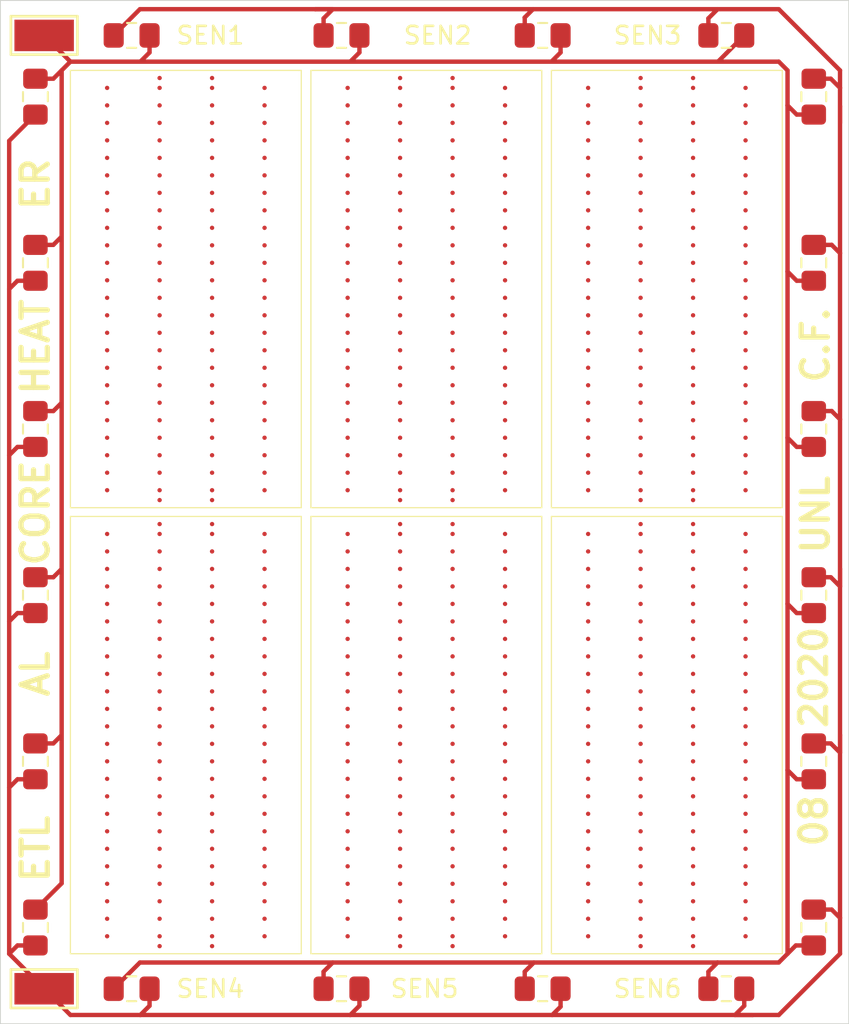
<source format=kicad_pcb>
(kicad_pcb (version 20171130) (host pcbnew "(5.1.6)-1")

  (general
    (thickness 1.6)
    (drawings 13)
    (tracks 135)
    (zones 0)
    (modules 28)
    (nets 3)
  )

  (page A4)
  (layers
    (0 F.Cu signal)
    (31 B.Cu signal)
    (32 B.Adhes user)
    (33 F.Adhes user)
    (34 B.Paste user)
    (35 F.Paste user)
    (36 B.SilkS user)
    (37 F.SilkS user)
    (38 B.Mask user)
    (39 F.Mask user)
    (40 Dwgs.User user)
    (41 Cmts.User user)
    (42 Eco1.User user)
    (43 Eco2.User user)
    (44 Edge.Cuts user)
    (45 Margin user)
    (46 B.CrtYd user)
    (47 F.CrtYd user)
    (48 B.Fab user)
    (49 F.Fab user hide)
  )

  (setup
    (last_trace_width 0.25)
    (trace_clearance 0.2)
    (zone_clearance 0.508)
    (zone_45_only no)
    (trace_min 0.2)
    (via_size 0.8)
    (via_drill 0.4)
    (via_min_size 0.4)
    (via_min_drill 0.3)
    (uvia_size 0.3)
    (uvia_drill 0.1)
    (uvias_allowed no)
    (uvia_min_size 0.2)
    (uvia_min_drill 0.1)
    (edge_width 0.05)
    (segment_width 0.2)
    (pcb_text_width 0.3)
    (pcb_text_size 1.5 1.5)
    (mod_edge_width 0.12)
    (mod_text_size 1 1)
    (mod_text_width 0.15)
    (pad_size 1.524 1.524)
    (pad_drill 0.762)
    (pad_to_mask_clearance 0.05)
    (aux_axis_origin 0 0)
    (grid_origin 114.75 115.5)
    (visible_elements 7FFFFFFF)
    (pcbplotparams
      (layerselection 0x010fc_ffffffff)
      (usegerberextensions false)
      (usegerberattributes true)
      (usegerberadvancedattributes true)
      (creategerberjobfile true)
      (excludeedgelayer true)
      (linewidth 0.100000)
      (plotframeref false)
      (viasonmask false)
      (mode 1)
      (useauxorigin false)
      (hpglpennumber 1)
      (hpglpenspeed 20)
      (hpglpendiameter 15.000000)
      (psnegative false)
      (psa4output false)
      (plotreference true)
      (plotvalue true)
      (plotinvisibletext false)
      (padsonsilk false)
      (subtractmaskfromsilk false)
      (outputformat 1)
      (mirror false)
      (drillshape 1)
      (scaleselection 1)
      (outputdirectory ""))
  )

  (net 0 "")
  (net 1 /VCC)
  (net 2 /GND)

  (net_class Default "This is the default net class."
    (clearance 0.2)
    (trace_width 0.25)
    (via_dia 0.8)
    (via_drill 0.4)
    (uvia_dia 0.3)
    (uvia_drill 0.1)
    (add_net /GND)
    (add_net /VCC)
  )

  (module Resistor_SMD:R_0805_2012Metric_Pad1.15x1.40mm_HandSolder (layer F.Cu) (tedit 5B36C52B) (tstamp 5F411451)
    (at 155.25 60 180)
    (descr "Resistor SMD 0805 (2012 Metric), square (rectangular) end terminal, IPC_7351 nominal with elongated pad for handsoldering. (Body size source: https://docs.google.com/spreadsheets/d/1BsfQQcO9C6DZCsRaXUlFlo91Tg2WpOkGARC1WS5S8t0/edit?usp=sharing), generated with kicad-footprint-generator")
    (tags "resistor handsolder")
    (path /5F40EF1F)
    (attr smd)
    (fp_text reference R20 (at 0 -1.65) (layer F.SilkS) hide
      (effects (font (size 1 1) (thickness 0.15)))
    )
    (fp_text value 50 (at 0 1.65) (layer F.Fab)
      (effects (font (size 1 1) (thickness 0.15)))
    )
    (fp_line (start 1.85 0.95) (end -1.85 0.95) (layer F.CrtYd) (width 0.05))
    (fp_line (start 1.85 -0.95) (end 1.85 0.95) (layer F.CrtYd) (width 0.05))
    (fp_line (start -1.85 -0.95) (end 1.85 -0.95) (layer F.CrtYd) (width 0.05))
    (fp_line (start -1.85 0.95) (end -1.85 -0.95) (layer F.CrtYd) (width 0.05))
    (fp_line (start -0.261252 0.71) (end 0.261252 0.71) (layer F.SilkS) (width 0.12))
    (fp_line (start -0.261252 -0.71) (end 0.261252 -0.71) (layer F.SilkS) (width 0.12))
    (fp_line (start 1 0.6) (end -1 0.6) (layer F.Fab) (width 0.1))
    (fp_line (start 1 -0.6) (end 1 0.6) (layer F.Fab) (width 0.1))
    (fp_line (start -1 -0.6) (end 1 -0.6) (layer F.Fab) (width 0.1))
    (fp_line (start -1 0.6) (end -1 -0.6) (layer F.Fab) (width 0.1))
    (fp_text user %R (at 0 0) (layer F.Fab)
      (effects (font (size 0.5 0.5) (thickness 0.08)))
    )
    (pad 2 smd roundrect (at 1.025 0 180) (size 1.15 1.4) (layers F.Cu F.Paste F.Mask) (roundrect_rratio 0.217391)
      (net 2 /GND))
    (pad 1 smd roundrect (at -1.025 0 180) (size 1.15 1.4) (layers F.Cu F.Paste F.Mask) (roundrect_rratio 0.217391)
      (net 1 /VCC))
    (model ${KISYS3DMOD}/Resistor_SMD.3dshapes/R_0805_2012Metric.wrl
      (at (xyz 0 0 0))
      (scale (xyz 1 1 1))
      (rotate (xyz 0 0 0))
    )
  )

  (module Resistor_SMD:R_0805_2012Metric_Pad1.15x1.40mm_HandSolder (layer F.Cu) (tedit 5B36C52B) (tstamp 5F40DCA6)
    (at 115.75 92 270)
    (descr "Resistor SMD 0805 (2012 Metric), square (rectangular) end terminal, IPC_7351 nominal with elongated pad for handsoldering. (Body size source: https://docs.google.com/spreadsheets/d/1BsfQQcO9C6DZCsRaXUlFlo91Tg2WpOkGARC1WS5S8t0/edit?usp=sharing), generated with kicad-footprint-generator")
    (tags "resistor handsolder")
    (path /5F40EF19)
    (attr smd)
    (fp_text reference R19 (at 0 -1.65 90) (layer F.SilkS) hide
      (effects (font (size 1 1) (thickness 0.15)))
    )
    (fp_text value 50 (at 0 1.65 90) (layer F.Fab)
      (effects (font (size 1 1) (thickness 0.15)))
    )
    (fp_line (start 1.85 0.95) (end -1.85 0.95) (layer F.CrtYd) (width 0.05))
    (fp_line (start 1.85 -0.95) (end 1.85 0.95) (layer F.CrtYd) (width 0.05))
    (fp_line (start -1.85 -0.95) (end 1.85 -0.95) (layer F.CrtYd) (width 0.05))
    (fp_line (start -1.85 0.95) (end -1.85 -0.95) (layer F.CrtYd) (width 0.05))
    (fp_line (start -0.261252 0.71) (end 0.261252 0.71) (layer F.SilkS) (width 0.12))
    (fp_line (start -0.261252 -0.71) (end 0.261252 -0.71) (layer F.SilkS) (width 0.12))
    (fp_line (start 1 0.6) (end -1 0.6) (layer F.Fab) (width 0.1))
    (fp_line (start 1 -0.6) (end 1 0.6) (layer F.Fab) (width 0.1))
    (fp_line (start -1 -0.6) (end 1 -0.6) (layer F.Fab) (width 0.1))
    (fp_line (start -1 0.6) (end -1 -0.6) (layer F.Fab) (width 0.1))
    (fp_text user %R (at 0 0 90) (layer F.Fab)
      (effects (font (size 0.5 0.5) (thickness 0.08)))
    )
    (pad 2 smd roundrect (at 1.025 0 270) (size 1.15 1.4) (layers F.Cu F.Paste F.Mask) (roundrect_rratio 0.217391)
      (net 2 /GND))
    (pad 1 smd roundrect (at -1.025 0 270) (size 1.15 1.4) (layers F.Cu F.Paste F.Mask) (roundrect_rratio 0.217391)
      (net 1 /VCC))
    (model ${KISYS3DMOD}/Resistor_SMD.3dshapes/R_0805_2012Metric.wrl
      (at (xyz 0 0 0))
      (scale (xyz 1 1 1))
      (rotate (xyz 0 0 0))
    )
  )

  (module Resistor_SMD:R_0805_2012Metric_Pad1.15x1.40mm_HandSolder (layer F.Cu) (tedit 5B36C52B) (tstamp 5F411481)
    (at 133.25 60 180)
    (descr "Resistor SMD 0805 (2012 Metric), square (rectangular) end terminal, IPC_7351 nominal with elongated pad for handsoldering. (Body size source: https://docs.google.com/spreadsheets/d/1BsfQQcO9C6DZCsRaXUlFlo91Tg2WpOkGARC1WS5S8t0/edit?usp=sharing), generated with kicad-footprint-generator")
    (tags "resistor handsolder")
    (path /5F40E9F8)
    (attr smd)
    (fp_text reference R18 (at 0 -1.65) (layer F.SilkS) hide
      (effects (font (size 1 1) (thickness 0.15)))
    )
    (fp_text value 50 (at 0 1.65) (layer F.Fab)
      (effects (font (size 1 1) (thickness 0.15)))
    )
    (fp_line (start 1.85 0.95) (end -1.85 0.95) (layer F.CrtYd) (width 0.05))
    (fp_line (start 1.85 -0.95) (end 1.85 0.95) (layer F.CrtYd) (width 0.05))
    (fp_line (start -1.85 -0.95) (end 1.85 -0.95) (layer F.CrtYd) (width 0.05))
    (fp_line (start -1.85 0.95) (end -1.85 -0.95) (layer F.CrtYd) (width 0.05))
    (fp_line (start -0.261252 0.71) (end 0.261252 0.71) (layer F.SilkS) (width 0.12))
    (fp_line (start -0.261252 -0.71) (end 0.261252 -0.71) (layer F.SilkS) (width 0.12))
    (fp_line (start 1 0.6) (end -1 0.6) (layer F.Fab) (width 0.1))
    (fp_line (start 1 -0.6) (end 1 0.6) (layer F.Fab) (width 0.1))
    (fp_line (start -1 -0.6) (end 1 -0.6) (layer F.Fab) (width 0.1))
    (fp_line (start -1 0.6) (end -1 -0.6) (layer F.Fab) (width 0.1))
    (fp_text user %R (at 0 0) (layer F.Fab)
      (effects (font (size 0.5 0.5) (thickness 0.08)))
    )
    (pad 2 smd roundrect (at 1.025 0 180) (size 1.15 1.4) (layers F.Cu F.Paste F.Mask) (roundrect_rratio 0.217391)
      (net 2 /GND))
    (pad 1 smd roundrect (at -1.025 0 180) (size 1.15 1.4) (layers F.Cu F.Paste F.Mask) (roundrect_rratio 0.217391)
      (net 1 /VCC))
    (model ${KISYS3DMOD}/Resistor_SMD.3dshapes/R_0805_2012Metric.wrl
      (at (xyz 0 0 0))
      (scale (xyz 1 1 1))
      (rotate (xyz 0 0 0))
    )
  )

  (module Resistor_SMD:R_0805_2012Metric_Pad1.15x1.40mm_HandSolder (layer F.Cu) (tedit 5B36C52B) (tstamp 5F40DC84)
    (at 115.75 101.5 270)
    (descr "Resistor SMD 0805 (2012 Metric), square (rectangular) end terminal, IPC_7351 nominal with elongated pad for handsoldering. (Body size source: https://docs.google.com/spreadsheets/d/1BsfQQcO9C6DZCsRaXUlFlo91Tg2WpOkGARC1WS5S8t0/edit?usp=sharing), generated with kicad-footprint-generator")
    (tags "resistor handsolder")
    (path /5F40E9F2)
    (attr smd)
    (fp_text reference R17 (at 0 -1.65 90) (layer F.SilkS) hide
      (effects (font (size 1 1) (thickness 0.15)))
    )
    (fp_text value 50 (at 0 1.65 90) (layer F.Fab)
      (effects (font (size 1 1) (thickness 0.15)))
    )
    (fp_line (start 1.85 0.95) (end -1.85 0.95) (layer F.CrtYd) (width 0.05))
    (fp_line (start 1.85 -0.95) (end 1.85 0.95) (layer F.CrtYd) (width 0.05))
    (fp_line (start -1.85 -0.95) (end 1.85 -0.95) (layer F.CrtYd) (width 0.05))
    (fp_line (start -1.85 0.95) (end -1.85 -0.95) (layer F.CrtYd) (width 0.05))
    (fp_line (start -0.261252 0.71) (end 0.261252 0.71) (layer F.SilkS) (width 0.12))
    (fp_line (start -0.261252 -0.71) (end 0.261252 -0.71) (layer F.SilkS) (width 0.12))
    (fp_line (start 1 0.6) (end -1 0.6) (layer F.Fab) (width 0.1))
    (fp_line (start 1 -0.6) (end 1 0.6) (layer F.Fab) (width 0.1))
    (fp_line (start -1 -0.6) (end 1 -0.6) (layer F.Fab) (width 0.1))
    (fp_line (start -1 0.6) (end -1 -0.6) (layer F.Fab) (width 0.1))
    (fp_text user %R (at 0 0 90) (layer F.Fab)
      (effects (font (size 0.5 0.5) (thickness 0.08)))
    )
    (pad 2 smd roundrect (at 1.025 0 270) (size 1.15 1.4) (layers F.Cu F.Paste F.Mask) (roundrect_rratio 0.217391)
      (net 2 /GND))
    (pad 1 smd roundrect (at -1.025 0 270) (size 1.15 1.4) (layers F.Cu F.Paste F.Mask) (roundrect_rratio 0.217391)
      (net 1 /VCC))
    (model ${KISYS3DMOD}/Resistor_SMD.3dshapes/R_0805_2012Metric.wrl
      (at (xyz 0 0 0))
      (scale (xyz 1 1 1))
      (rotate (xyz 0 0 0))
    )
  )

  (module Resistor_SMD:R_0805_2012Metric_Pad1.15x1.40mm_HandSolder (layer F.Cu) (tedit 5B36C52B) (tstamp 5F40DC73)
    (at 115.75 82.5 270)
    (descr "Resistor SMD 0805 (2012 Metric), square (rectangular) end terminal, IPC_7351 nominal with elongated pad for handsoldering. (Body size source: https://docs.google.com/spreadsheets/d/1BsfQQcO9C6DZCsRaXUlFlo91Tg2WpOkGARC1WS5S8t0/edit?usp=sharing), generated with kicad-footprint-generator")
    (tags "resistor handsolder")
    (path /5F40E9EC)
    (attr smd)
    (fp_text reference R16 (at 0 -1.65 90) (layer F.SilkS) hide
      (effects (font (size 1 1) (thickness 0.15)))
    )
    (fp_text value 50 (at 0 1.65 90) (layer F.Fab)
      (effects (font (size 1 1) (thickness 0.15)))
    )
    (fp_line (start 1.85 0.95) (end -1.85 0.95) (layer F.CrtYd) (width 0.05))
    (fp_line (start 1.85 -0.95) (end 1.85 0.95) (layer F.CrtYd) (width 0.05))
    (fp_line (start -1.85 -0.95) (end 1.85 -0.95) (layer F.CrtYd) (width 0.05))
    (fp_line (start -1.85 0.95) (end -1.85 -0.95) (layer F.CrtYd) (width 0.05))
    (fp_line (start -0.261252 0.71) (end 0.261252 0.71) (layer F.SilkS) (width 0.12))
    (fp_line (start -0.261252 -0.71) (end 0.261252 -0.71) (layer F.SilkS) (width 0.12))
    (fp_line (start 1 0.6) (end -1 0.6) (layer F.Fab) (width 0.1))
    (fp_line (start 1 -0.6) (end 1 0.6) (layer F.Fab) (width 0.1))
    (fp_line (start -1 -0.6) (end 1 -0.6) (layer F.Fab) (width 0.1))
    (fp_line (start -1 0.6) (end -1 -0.6) (layer F.Fab) (width 0.1))
    (fp_text user %R (at 0 0 90) (layer F.Fab)
      (effects (font (size 0.5 0.5) (thickness 0.08)))
    )
    (pad 2 smd roundrect (at 1.025 0 270) (size 1.15 1.4) (layers F.Cu F.Paste F.Mask) (roundrect_rratio 0.217391)
      (net 2 /GND))
    (pad 1 smd roundrect (at -1.025 0 270) (size 1.15 1.4) (layers F.Cu F.Paste F.Mask) (roundrect_rratio 0.217391)
      (net 1 /VCC))
    (model ${KISYS3DMOD}/Resistor_SMD.3dshapes/R_0805_2012Metric.wrl
      (at (xyz 0 0 0))
      (scale (xyz 1 1 1))
      (rotate (xyz 0 0 0))
    )
  )

  (module Resistor_SMD:R_0805_2012Metric_Pad1.15x1.40mm_HandSolder (layer F.Cu) (tedit 5B36C52B) (tstamp 5F40DC62)
    (at 160.25 92 90)
    (descr "Resistor SMD 0805 (2012 Metric), square (rectangular) end terminal, IPC_7351 nominal with elongated pad for handsoldering. (Body size source: https://docs.google.com/spreadsheets/d/1BsfQQcO9C6DZCsRaXUlFlo91Tg2WpOkGARC1WS5S8t0/edit?usp=sharing), generated with kicad-footprint-generator")
    (tags "resistor handsolder")
    (path /5F40E9E6)
    (attr smd)
    (fp_text reference R15 (at 0 -1.65 90) (layer F.SilkS) hide
      (effects (font (size 1 1) (thickness 0.15)))
    )
    (fp_text value 50 (at 0 1.65 90) (layer F.Fab)
      (effects (font (size 1 1) (thickness 0.15)))
    )
    (fp_line (start 1.85 0.95) (end -1.85 0.95) (layer F.CrtYd) (width 0.05))
    (fp_line (start 1.85 -0.95) (end 1.85 0.95) (layer F.CrtYd) (width 0.05))
    (fp_line (start -1.85 -0.95) (end 1.85 -0.95) (layer F.CrtYd) (width 0.05))
    (fp_line (start -1.85 0.95) (end -1.85 -0.95) (layer F.CrtYd) (width 0.05))
    (fp_line (start -0.261252 0.71) (end 0.261252 0.71) (layer F.SilkS) (width 0.12))
    (fp_line (start -0.261252 -0.71) (end 0.261252 -0.71) (layer F.SilkS) (width 0.12))
    (fp_line (start 1 0.6) (end -1 0.6) (layer F.Fab) (width 0.1))
    (fp_line (start 1 -0.6) (end 1 0.6) (layer F.Fab) (width 0.1))
    (fp_line (start -1 -0.6) (end 1 -0.6) (layer F.Fab) (width 0.1))
    (fp_line (start -1 0.6) (end -1 -0.6) (layer F.Fab) (width 0.1))
    (fp_text user %R (at 0 0 90) (layer F.Fab)
      (effects (font (size 0.5 0.5) (thickness 0.08)))
    )
    (pad 2 smd roundrect (at 1.025 0 90) (size 1.15 1.4) (layers F.Cu F.Paste F.Mask) (roundrect_rratio 0.217391)
      (net 2 /GND))
    (pad 1 smd roundrect (at -1.025 0 90) (size 1.15 1.4) (layers F.Cu F.Paste F.Mask) (roundrect_rratio 0.217391)
      (net 1 /VCC))
    (model ${KISYS3DMOD}/Resistor_SMD.3dshapes/R_0805_2012Metric.wrl
      (at (xyz 0 0 0))
      (scale (xyz 1 1 1))
      (rotate (xyz 0 0 0))
    )
  )

  (module Resistor_SMD:R_0805_2012Metric_Pad1.15x1.40mm_HandSolder (layer F.Cu) (tedit 5B36C52B) (tstamp 5F40DC51)
    (at 115.75 111 270)
    (descr "Resistor SMD 0805 (2012 Metric), square (rectangular) end terminal, IPC_7351 nominal with elongated pad for handsoldering. (Body size source: https://docs.google.com/spreadsheets/d/1BsfQQcO9C6DZCsRaXUlFlo91Tg2WpOkGARC1WS5S8t0/edit?usp=sharing), generated with kicad-footprint-generator")
    (tags "resistor handsolder")
    (path /5F40DA81)
    (attr smd)
    (fp_text reference R14 (at 0 -1.65 90) (layer F.SilkS) hide
      (effects (font (size 1 1) (thickness 0.15)))
    )
    (fp_text value 50 (at 0 1.65 90) (layer F.Fab)
      (effects (font (size 1 1) (thickness 0.15)))
    )
    (fp_line (start 1.85 0.95) (end -1.85 0.95) (layer F.CrtYd) (width 0.05))
    (fp_line (start 1.85 -0.95) (end 1.85 0.95) (layer F.CrtYd) (width 0.05))
    (fp_line (start -1.85 -0.95) (end 1.85 -0.95) (layer F.CrtYd) (width 0.05))
    (fp_line (start -1.85 0.95) (end -1.85 -0.95) (layer F.CrtYd) (width 0.05))
    (fp_line (start -0.261252 0.71) (end 0.261252 0.71) (layer F.SilkS) (width 0.12))
    (fp_line (start -0.261252 -0.71) (end 0.261252 -0.71) (layer F.SilkS) (width 0.12))
    (fp_line (start 1 0.6) (end -1 0.6) (layer F.Fab) (width 0.1))
    (fp_line (start 1 -0.6) (end 1 0.6) (layer F.Fab) (width 0.1))
    (fp_line (start -1 -0.6) (end 1 -0.6) (layer F.Fab) (width 0.1))
    (fp_line (start -1 0.6) (end -1 -0.6) (layer F.Fab) (width 0.1))
    (fp_text user %R (at 0 0 90) (layer F.Fab)
      (effects (font (size 0.5 0.5) (thickness 0.08)))
    )
    (pad 2 smd roundrect (at 1.025 0 270) (size 1.15 1.4) (layers F.Cu F.Paste F.Mask) (roundrect_rratio 0.217391)
      (net 2 /GND))
    (pad 1 smd roundrect (at -1.025 0 270) (size 1.15 1.4) (layers F.Cu F.Paste F.Mask) (roundrect_rratio 0.217391)
      (net 1 /VCC))
    (model ${KISYS3DMOD}/Resistor_SMD.3dshapes/R_0805_2012Metric.wrl
      (at (xyz 0 0 0))
      (scale (xyz 1 1 1))
      (rotate (xyz 0 0 0))
    )
  )

  (module Resistor_SMD:R_0805_2012Metric_Pad1.15x1.40mm_HandSolder (layer F.Cu) (tedit 5B36C52B) (tstamp 5F40DC40)
    (at 115.75 73 270)
    (descr "Resistor SMD 0805 (2012 Metric), square (rectangular) end terminal, IPC_7351 nominal with elongated pad for handsoldering. (Body size source: https://docs.google.com/spreadsheets/d/1BsfQQcO9C6DZCsRaXUlFlo91Tg2WpOkGARC1WS5S8t0/edit?usp=sharing), generated with kicad-footprint-generator")
    (tags "resistor handsolder")
    (path /5F40DA7B)
    (attr smd)
    (fp_text reference R13 (at 0 -1.65 90) (layer F.SilkS) hide
      (effects (font (size 1 1) (thickness 0.15)))
    )
    (fp_text value 50 (at 0 1.65 90) (layer F.Fab)
      (effects (font (size 1 1) (thickness 0.15)))
    )
    (fp_line (start 1.85 0.95) (end -1.85 0.95) (layer F.CrtYd) (width 0.05))
    (fp_line (start 1.85 -0.95) (end 1.85 0.95) (layer F.CrtYd) (width 0.05))
    (fp_line (start -1.85 -0.95) (end 1.85 -0.95) (layer F.CrtYd) (width 0.05))
    (fp_line (start -1.85 0.95) (end -1.85 -0.95) (layer F.CrtYd) (width 0.05))
    (fp_line (start -0.261252 0.71) (end 0.261252 0.71) (layer F.SilkS) (width 0.12))
    (fp_line (start -0.261252 -0.71) (end 0.261252 -0.71) (layer F.SilkS) (width 0.12))
    (fp_line (start 1 0.6) (end -1 0.6) (layer F.Fab) (width 0.1))
    (fp_line (start 1 -0.6) (end 1 0.6) (layer F.Fab) (width 0.1))
    (fp_line (start -1 -0.6) (end 1 -0.6) (layer F.Fab) (width 0.1))
    (fp_line (start -1 0.6) (end -1 -0.6) (layer F.Fab) (width 0.1))
    (fp_text user %R (at 0 0 90) (layer F.Fab)
      (effects (font (size 0.5 0.5) (thickness 0.08)))
    )
    (pad 2 smd roundrect (at 1.025 0 270) (size 1.15 1.4) (layers F.Cu F.Paste F.Mask) (roundrect_rratio 0.217391)
      (net 2 /GND))
    (pad 1 smd roundrect (at -1.025 0 270) (size 1.15 1.4) (layers F.Cu F.Paste F.Mask) (roundrect_rratio 0.217391)
      (net 1 /VCC))
    (model ${KISYS3DMOD}/Resistor_SMD.3dshapes/R_0805_2012Metric.wrl
      (at (xyz 0 0 0))
      (scale (xyz 1 1 1))
      (rotate (xyz 0 0 0))
    )
  )

  (module Resistor_SMD:R_0805_2012Metric_Pad1.15x1.40mm_HandSolder (layer F.Cu) (tedit 5B36C52B) (tstamp 5F40DC2F)
    (at 160.25 63.5 90)
    (descr "Resistor SMD 0805 (2012 Metric), square (rectangular) end terminal, IPC_7351 nominal with elongated pad for handsoldering. (Body size source: https://docs.google.com/spreadsheets/d/1BsfQQcO9C6DZCsRaXUlFlo91Tg2WpOkGARC1WS5S8t0/edit?usp=sharing), generated with kicad-footprint-generator")
    (tags "resistor handsolder")
    (path /5F40DA75)
    (attr smd)
    (fp_text reference R12 (at 0 -1.65 90) (layer F.SilkS) hide
      (effects (font (size 1 1) (thickness 0.15)))
    )
    (fp_text value 50 (at 0 1.65 90) (layer F.Fab)
      (effects (font (size 1 1) (thickness 0.15)))
    )
    (fp_line (start 1.85 0.95) (end -1.85 0.95) (layer F.CrtYd) (width 0.05))
    (fp_line (start 1.85 -0.95) (end 1.85 0.95) (layer F.CrtYd) (width 0.05))
    (fp_line (start -1.85 -0.95) (end 1.85 -0.95) (layer F.CrtYd) (width 0.05))
    (fp_line (start -1.85 0.95) (end -1.85 -0.95) (layer F.CrtYd) (width 0.05))
    (fp_line (start -0.261252 0.71) (end 0.261252 0.71) (layer F.SilkS) (width 0.12))
    (fp_line (start -0.261252 -0.71) (end 0.261252 -0.71) (layer F.SilkS) (width 0.12))
    (fp_line (start 1 0.6) (end -1 0.6) (layer F.Fab) (width 0.1))
    (fp_line (start 1 -0.6) (end 1 0.6) (layer F.Fab) (width 0.1))
    (fp_line (start -1 -0.6) (end 1 -0.6) (layer F.Fab) (width 0.1))
    (fp_line (start -1 0.6) (end -1 -0.6) (layer F.Fab) (width 0.1))
    (fp_text user %R (at 0 0 90) (layer F.Fab)
      (effects (font (size 0.5 0.5) (thickness 0.08)))
    )
    (pad 2 smd roundrect (at 1.025 0 90) (size 1.15 1.4) (layers F.Cu F.Paste F.Mask) (roundrect_rratio 0.217391)
      (net 2 /GND))
    (pad 1 smd roundrect (at -1.025 0 90) (size 1.15 1.4) (layers F.Cu F.Paste F.Mask) (roundrect_rratio 0.217391)
      (net 1 /VCC))
    (model ${KISYS3DMOD}/Resistor_SMD.3dshapes/R_0805_2012Metric.wrl
      (at (xyz 0 0 0))
      (scale (xyz 1 1 1))
      (rotate (xyz 0 0 0))
    )
  )

  (module Resistor_SMD:R_0805_2012Metric_Pad1.15x1.40mm_HandSolder (layer F.Cu) (tedit 5B36C52B) (tstamp 5F40DC1E)
    (at 144.75 114.5)
    (descr "Resistor SMD 0805 (2012 Metric), square (rectangular) end terminal, IPC_7351 nominal with elongated pad for handsoldering. (Body size source: https://docs.google.com/spreadsheets/d/1BsfQQcO9C6DZCsRaXUlFlo91Tg2WpOkGARC1WS5S8t0/edit?usp=sharing), generated with kicad-footprint-generator")
    (tags "resistor handsolder")
    (path /5F40DA6F)
    (attr smd)
    (fp_text reference R11 (at 0 -1.65) (layer F.SilkS) hide
      (effects (font (size 1 1) (thickness 0.15)))
    )
    (fp_text value 50 (at 0 1.65) (layer F.Fab)
      (effects (font (size 1 1) (thickness 0.15)))
    )
    (fp_line (start 1.85 0.95) (end -1.85 0.95) (layer F.CrtYd) (width 0.05))
    (fp_line (start 1.85 -0.95) (end 1.85 0.95) (layer F.CrtYd) (width 0.05))
    (fp_line (start -1.85 -0.95) (end 1.85 -0.95) (layer F.CrtYd) (width 0.05))
    (fp_line (start -1.85 0.95) (end -1.85 -0.95) (layer F.CrtYd) (width 0.05))
    (fp_line (start -0.261252 0.71) (end 0.261252 0.71) (layer F.SilkS) (width 0.12))
    (fp_line (start -0.261252 -0.71) (end 0.261252 -0.71) (layer F.SilkS) (width 0.12))
    (fp_line (start 1 0.6) (end -1 0.6) (layer F.Fab) (width 0.1))
    (fp_line (start 1 -0.6) (end 1 0.6) (layer F.Fab) (width 0.1))
    (fp_line (start -1 -0.6) (end 1 -0.6) (layer F.Fab) (width 0.1))
    (fp_line (start -1 0.6) (end -1 -0.6) (layer F.Fab) (width 0.1))
    (fp_text user %R (at 0 0) (layer F.Fab)
      (effects (font (size 0.5 0.5) (thickness 0.08)))
    )
    (pad 2 smd roundrect (at 1.025 0) (size 1.15 1.4) (layers F.Cu F.Paste F.Mask) (roundrect_rratio 0.217391)
      (net 2 /GND))
    (pad 1 smd roundrect (at -1.025 0) (size 1.15 1.4) (layers F.Cu F.Paste F.Mask) (roundrect_rratio 0.217391)
      (net 1 /VCC))
    (model ${KISYS3DMOD}/Resistor_SMD.3dshapes/R_0805_2012Metric.wrl
      (at (xyz 0 0 0))
      (scale (xyz 1 1 1))
      (rotate (xyz 0 0 0))
    )
  )

  (module Resistor_SMD:R_0805_2012Metric_Pad1.15x1.40mm_HandSolder (layer F.Cu) (tedit 5B36C52B) (tstamp 5F40DC0D)
    (at 115.75 63.5 90)
    (descr "Resistor SMD 0805 (2012 Metric), square (rectangular) end terminal, IPC_7351 nominal with elongated pad for handsoldering. (Body size source: https://docs.google.com/spreadsheets/d/1BsfQQcO9C6DZCsRaXUlFlo91Tg2WpOkGARC1WS5S8t0/edit?usp=sharing), generated with kicad-footprint-generator")
    (tags "resistor handsolder")
    (path /5F409D62)
    (attr smd)
    (fp_text reference R10 (at 0 -1.65 90) (layer F.SilkS) hide
      (effects (font (size 1 1) (thickness 0.15)))
    )
    (fp_text value 50 (at 0 1.65 90) (layer F.Fab)
      (effects (font (size 1 1) (thickness 0.15)))
    )
    (fp_line (start 1.85 0.95) (end -1.85 0.95) (layer F.CrtYd) (width 0.05))
    (fp_line (start 1.85 -0.95) (end 1.85 0.95) (layer F.CrtYd) (width 0.05))
    (fp_line (start -1.85 -0.95) (end 1.85 -0.95) (layer F.CrtYd) (width 0.05))
    (fp_line (start -1.85 0.95) (end -1.85 -0.95) (layer F.CrtYd) (width 0.05))
    (fp_line (start -0.261252 0.71) (end 0.261252 0.71) (layer F.SilkS) (width 0.12))
    (fp_line (start -0.261252 -0.71) (end 0.261252 -0.71) (layer F.SilkS) (width 0.12))
    (fp_line (start 1 0.6) (end -1 0.6) (layer F.Fab) (width 0.1))
    (fp_line (start 1 -0.6) (end 1 0.6) (layer F.Fab) (width 0.1))
    (fp_line (start -1 -0.6) (end 1 -0.6) (layer F.Fab) (width 0.1))
    (fp_line (start -1 0.6) (end -1 -0.6) (layer F.Fab) (width 0.1))
    (fp_text user %R (at 0 0 90) (layer F.Fab)
      (effects (font (size 0.5 0.5) (thickness 0.08)))
    )
    (pad 2 smd roundrect (at 1.025 0 90) (size 1.15 1.4) (layers F.Cu F.Paste F.Mask) (roundrect_rratio 0.217391)
      (net 1 /VCC))
    (pad 1 smd roundrect (at -1.025 0 90) (size 1.15 1.4) (layers F.Cu F.Paste F.Mask) (roundrect_rratio 0.217391)
      (net 2 /GND))
    (model ${KISYS3DMOD}/Resistor_SMD.3dshapes/R_0805_2012Metric.wrl
      (at (xyz 0 0 0))
      (scale (xyz 1 1 1))
      (rotate (xyz 0 0 0))
    )
  )

  (module Resistor_SMD:R_0805_2012Metric_Pad1.15x1.40mm_HandSolder (layer F.Cu) (tedit 5B36C52B) (tstamp 5F40DBFC)
    (at 160.25 73 270)
    (descr "Resistor SMD 0805 (2012 Metric), square (rectangular) end terminal, IPC_7351 nominal with elongated pad for handsoldering. (Body size source: https://docs.google.com/spreadsheets/d/1BsfQQcO9C6DZCsRaXUlFlo91Tg2WpOkGARC1WS5S8t0/edit?usp=sharing), generated with kicad-footprint-generator")
    (tags "resistor handsolder")
    (path /5F409D5C)
    (attr smd)
    (fp_text reference R9 (at 0 -1.65 90) (layer F.SilkS) hide
      (effects (font (size 1 1) (thickness 0.15)))
    )
    (fp_text value 50 (at 0 1.65 90) (layer F.Fab)
      (effects (font (size 1 1) (thickness 0.15)))
    )
    (fp_line (start 1.85 0.95) (end -1.85 0.95) (layer F.CrtYd) (width 0.05))
    (fp_line (start 1.85 -0.95) (end 1.85 0.95) (layer F.CrtYd) (width 0.05))
    (fp_line (start -1.85 -0.95) (end 1.85 -0.95) (layer F.CrtYd) (width 0.05))
    (fp_line (start -1.85 0.95) (end -1.85 -0.95) (layer F.CrtYd) (width 0.05))
    (fp_line (start -0.261252 0.71) (end 0.261252 0.71) (layer F.SilkS) (width 0.12))
    (fp_line (start -0.261252 -0.71) (end 0.261252 -0.71) (layer F.SilkS) (width 0.12))
    (fp_line (start 1 0.6) (end -1 0.6) (layer F.Fab) (width 0.1))
    (fp_line (start 1 -0.6) (end 1 0.6) (layer F.Fab) (width 0.1))
    (fp_line (start -1 -0.6) (end 1 -0.6) (layer F.Fab) (width 0.1))
    (fp_line (start -1 0.6) (end -1 -0.6) (layer F.Fab) (width 0.1))
    (fp_text user %R (at 0 0 90) (layer F.Fab)
      (effects (font (size 0.5 0.5) (thickness 0.08)))
    )
    (pad 2 smd roundrect (at 1.025 0 270) (size 1.15 1.4) (layers F.Cu F.Paste F.Mask) (roundrect_rratio 0.217391)
      (net 1 /VCC))
    (pad 1 smd roundrect (at -1.025 0 270) (size 1.15 1.4) (layers F.Cu F.Paste F.Mask) (roundrect_rratio 0.217391)
      (net 2 /GND))
    (model ${KISYS3DMOD}/Resistor_SMD.3dshapes/R_0805_2012Metric.wrl
      (at (xyz 0 0 0))
      (scale (xyz 1 1 1))
      (rotate (xyz 0 0 0))
    )
  )

  (module Resistor_SMD:R_0805_2012Metric_Pad1.15x1.40mm_HandSolder (layer F.Cu) (tedit 5B36C52B) (tstamp 5F40DBEB)
    (at 155.25 114.5 180)
    (descr "Resistor SMD 0805 (2012 Metric), square (rectangular) end terminal, IPC_7351 nominal with elongated pad for handsoldering. (Body size source: https://docs.google.com/spreadsheets/d/1BsfQQcO9C6DZCsRaXUlFlo91Tg2WpOkGARC1WS5S8t0/edit?usp=sharing), generated with kicad-footprint-generator")
    (tags "resistor handsolder")
    (path /5F408D97)
    (attr smd)
    (fp_text reference R8 (at 0 -1.65) (layer F.SilkS) hide
      (effects (font (size 1 1) (thickness 0.15)))
    )
    (fp_text value 50 (at 0 1.65) (layer F.Fab)
      (effects (font (size 1 1) (thickness 0.15)))
    )
    (fp_line (start 1.85 0.95) (end -1.85 0.95) (layer F.CrtYd) (width 0.05))
    (fp_line (start 1.85 -0.95) (end 1.85 0.95) (layer F.CrtYd) (width 0.05))
    (fp_line (start -1.85 -0.95) (end 1.85 -0.95) (layer F.CrtYd) (width 0.05))
    (fp_line (start -1.85 0.95) (end -1.85 -0.95) (layer F.CrtYd) (width 0.05))
    (fp_line (start -0.261252 0.71) (end 0.261252 0.71) (layer F.SilkS) (width 0.12))
    (fp_line (start -0.261252 -0.71) (end 0.261252 -0.71) (layer F.SilkS) (width 0.12))
    (fp_line (start 1 0.6) (end -1 0.6) (layer F.Fab) (width 0.1))
    (fp_line (start 1 -0.6) (end 1 0.6) (layer F.Fab) (width 0.1))
    (fp_line (start -1 -0.6) (end 1 -0.6) (layer F.Fab) (width 0.1))
    (fp_line (start -1 0.6) (end -1 -0.6) (layer F.Fab) (width 0.1))
    (fp_text user %R (at 0 0) (layer F.Fab)
      (effects (font (size 0.5 0.5) (thickness 0.08)))
    )
    (pad 2 smd roundrect (at 1.025 0 180) (size 1.15 1.4) (layers F.Cu F.Paste F.Mask) (roundrect_rratio 0.217391)
      (net 1 /VCC))
    (pad 1 smd roundrect (at -1.025 0 180) (size 1.15 1.4) (layers F.Cu F.Paste F.Mask) (roundrect_rratio 0.217391)
      (net 2 /GND))
    (model ${KISYS3DMOD}/Resistor_SMD.3dshapes/R_0805_2012Metric.wrl
      (at (xyz 0 0 0))
      (scale (xyz 1 1 1))
      (rotate (xyz 0 0 0))
    )
  )

  (module Resistor_SMD:R_0805_2012Metric_Pad1.15x1.40mm_HandSolder (layer F.Cu) (tedit 5B36C52B) (tstamp 5F40FD77)
    (at 160.25 82.5 270)
    (descr "Resistor SMD 0805 (2012 Metric), square (rectangular) end terminal, IPC_7351 nominal with elongated pad for handsoldering. (Body size source: https://docs.google.com/spreadsheets/d/1BsfQQcO9C6DZCsRaXUlFlo91Tg2WpOkGARC1WS5S8t0/edit?usp=sharing), generated with kicad-footprint-generator")
    (tags "resistor handsolder")
    (path /5F408D91)
    (attr smd)
    (fp_text reference R7 (at 0 -1.65 90) (layer F.SilkS) hide
      (effects (font (size 1 1) (thickness 0.15)))
    )
    (fp_text value 50 (at 0 1.65 90) (layer F.Fab)
      (effects (font (size 1 1) (thickness 0.15)))
    )
    (fp_line (start 1.85 0.95) (end -1.85 0.95) (layer F.CrtYd) (width 0.05))
    (fp_line (start 1.85 -0.95) (end 1.85 0.95) (layer F.CrtYd) (width 0.05))
    (fp_line (start -1.85 -0.95) (end 1.85 -0.95) (layer F.CrtYd) (width 0.05))
    (fp_line (start -1.85 0.95) (end -1.85 -0.95) (layer F.CrtYd) (width 0.05))
    (fp_line (start -0.261252 0.71) (end 0.261252 0.71) (layer F.SilkS) (width 0.12))
    (fp_line (start -0.261252 -0.71) (end 0.261252 -0.71) (layer F.SilkS) (width 0.12))
    (fp_line (start 1 0.6) (end -1 0.6) (layer F.Fab) (width 0.1))
    (fp_line (start 1 -0.6) (end 1 0.6) (layer F.Fab) (width 0.1))
    (fp_line (start -1 -0.6) (end 1 -0.6) (layer F.Fab) (width 0.1))
    (fp_line (start -1 0.6) (end -1 -0.6) (layer F.Fab) (width 0.1))
    (fp_text user %R (at 0 0 90) (layer F.Fab)
      (effects (font (size 0.5 0.5) (thickness 0.08)))
    )
    (pad 2 smd roundrect (at 1.025 0 270) (size 1.15 1.4) (layers F.Cu F.Paste F.Mask) (roundrect_rratio 0.217391)
      (net 1 /VCC))
    (pad 1 smd roundrect (at -1.025 0 270) (size 1.15 1.4) (layers F.Cu F.Paste F.Mask) (roundrect_rratio 0.217391)
      (net 2 /GND))
    (model ${KISYS3DMOD}/Resistor_SMD.3dshapes/R_0805_2012Metric.wrl
      (at (xyz 0 0 0))
      (scale (xyz 1 1 1))
      (rotate (xyz 0 0 0))
    )
  )

  (module Resistor_SMD:R_0805_2012Metric_Pad1.15x1.40mm_HandSolder (layer F.Cu) (tedit 5B36C52B) (tstamp 5F40DBC9)
    (at 160.25 111 270)
    (descr "Resistor SMD 0805 (2012 Metric), square (rectangular) end terminal, IPC_7351 nominal with elongated pad for handsoldering. (Body size source: https://docs.google.com/spreadsheets/d/1BsfQQcO9C6DZCsRaXUlFlo91Tg2WpOkGARC1WS5S8t0/edit?usp=sharing), generated with kicad-footprint-generator")
    (tags "resistor handsolder")
    (path /5F408D8B)
    (attr smd)
    (fp_text reference R6 (at 0 -1.65 90) (layer F.SilkS) hide
      (effects (font (size 1 1) (thickness 0.15)))
    )
    (fp_text value 50 (at 0 1.65 90) (layer F.Fab)
      (effects (font (size 1 1) (thickness 0.15)))
    )
    (fp_line (start 1.85 0.95) (end -1.85 0.95) (layer F.CrtYd) (width 0.05))
    (fp_line (start 1.85 -0.95) (end 1.85 0.95) (layer F.CrtYd) (width 0.05))
    (fp_line (start -1.85 -0.95) (end 1.85 -0.95) (layer F.CrtYd) (width 0.05))
    (fp_line (start -1.85 0.95) (end -1.85 -0.95) (layer F.CrtYd) (width 0.05))
    (fp_line (start -0.261252 0.71) (end 0.261252 0.71) (layer F.SilkS) (width 0.12))
    (fp_line (start -0.261252 -0.71) (end 0.261252 -0.71) (layer F.SilkS) (width 0.12))
    (fp_line (start 1 0.6) (end -1 0.6) (layer F.Fab) (width 0.1))
    (fp_line (start 1 -0.6) (end 1 0.6) (layer F.Fab) (width 0.1))
    (fp_line (start -1 -0.6) (end 1 -0.6) (layer F.Fab) (width 0.1))
    (fp_line (start -1 0.6) (end -1 -0.6) (layer F.Fab) (width 0.1))
    (fp_text user %R (at 0 0 90) (layer F.Fab)
      (effects (font (size 0.5 0.5) (thickness 0.08)))
    )
    (pad 2 smd roundrect (at 1.025 0 270) (size 1.15 1.4) (layers F.Cu F.Paste F.Mask) (roundrect_rratio 0.217391)
      (net 1 /VCC))
    (pad 1 smd roundrect (at -1.025 0 270) (size 1.15 1.4) (layers F.Cu F.Paste F.Mask) (roundrect_rratio 0.217391)
      (net 2 /GND))
    (model ${KISYS3DMOD}/Resistor_SMD.3dshapes/R_0805_2012Metric.wrl
      (at (xyz 0 0 0))
      (scale (xyz 1 1 1))
      (rotate (xyz 0 0 0))
    )
  )

  (module Resistor_SMD:R_0805_2012Metric_Pad1.15x1.40mm_HandSolder (layer F.Cu) (tedit 5B36C52B) (tstamp 5F40DBB8)
    (at 160.25 101.5 270)
    (descr "Resistor SMD 0805 (2012 Metric), square (rectangular) end terminal, IPC_7351 nominal with elongated pad for handsoldering. (Body size source: https://docs.google.com/spreadsheets/d/1BsfQQcO9C6DZCsRaXUlFlo91Tg2WpOkGARC1WS5S8t0/edit?usp=sharing), generated with kicad-footprint-generator")
    (tags "resistor handsolder")
    (path /5F408D85)
    (attr smd)
    (fp_text reference R5 (at 0 -1.65 90) (layer F.SilkS) hide
      (effects (font (size 1 1) (thickness 0.15)))
    )
    (fp_text value 50 (at 0 1.65 90) (layer F.Fab)
      (effects (font (size 1 1) (thickness 0.15)))
    )
    (fp_line (start 1.85 0.95) (end -1.85 0.95) (layer F.CrtYd) (width 0.05))
    (fp_line (start 1.85 -0.95) (end 1.85 0.95) (layer F.CrtYd) (width 0.05))
    (fp_line (start -1.85 -0.95) (end 1.85 -0.95) (layer F.CrtYd) (width 0.05))
    (fp_line (start -1.85 0.95) (end -1.85 -0.95) (layer F.CrtYd) (width 0.05))
    (fp_line (start -0.261252 0.71) (end 0.261252 0.71) (layer F.SilkS) (width 0.12))
    (fp_line (start -0.261252 -0.71) (end 0.261252 -0.71) (layer F.SilkS) (width 0.12))
    (fp_line (start 1 0.6) (end -1 0.6) (layer F.Fab) (width 0.1))
    (fp_line (start 1 -0.6) (end 1 0.6) (layer F.Fab) (width 0.1))
    (fp_line (start -1 -0.6) (end 1 -0.6) (layer F.Fab) (width 0.1))
    (fp_line (start -1 0.6) (end -1 -0.6) (layer F.Fab) (width 0.1))
    (fp_text user %R (at 0 0 90) (layer F.Fab)
      (effects (font (size 0.5 0.5) (thickness 0.08)))
    )
    (pad 2 smd roundrect (at 1.025 0 270) (size 1.15 1.4) (layers F.Cu F.Paste F.Mask) (roundrect_rratio 0.217391)
      (net 1 /VCC))
    (pad 1 smd roundrect (at -1.025 0 270) (size 1.15 1.4) (layers F.Cu F.Paste F.Mask) (roundrect_rratio 0.217391)
      (net 2 /GND))
    (model ${KISYS3DMOD}/Resistor_SMD.3dshapes/R_0805_2012Metric.wrl
      (at (xyz 0 0 0))
      (scale (xyz 1 1 1))
      (rotate (xyz 0 0 0))
    )
  )

  (module unl_silab:ROC1_sans_wirebonds (layer F.Cu) (tedit 5F40313E) (tstamp 5F408F0D)
    (at 145.25 62)
    (fp_text reference SEN3 (at 5.5 -2 180) (layer F.SilkS)
      (effects (font (size 1 1) (thickness 0.15)))
    )
    (fp_text value ROC1_sans_wirebonds (at 6.33 25.95) (layer F.Fab)
      (effects (font (size 1 1) (thickness 0.15)))
    )
    (fp_line (start 0 25) (end 0 0) (layer F.SilkS) (width 0.07))
    (fp_line (start 13.2 25) (end 0 25) (layer F.SilkS) (width 0.07))
    (fp_line (start 13.2 0) (end 13.2 25) (layer F.SilkS) (width 0.07))
    (fp_line (start 0 0) (end 13.2 0) (layer F.SilkS) (width 0.07))
    (pad BB_8_15 smd roundrect (at 8.1 16) (size 0.25 0.25) (layers F.Cu F.Paste F.Mask) (roundrect_rratio 0.5)
      (solder_mask_margin 0.0635))
    (pad BB_9_23 smd roundrect (at 11.1 24) (size 0.25 0.25) (layers F.Cu F.Paste F.Mask) (roundrect_rratio 0.5)
      (solder_mask_margin 0.0635))
    (pad BB_9_15 smd roundrect (at 11.1 16) (size 0.25 0.25) (layers F.Cu F.Paste F.Mask) (roundrect_rratio 0.5)
      (solder_mask_margin 0.0635))
    (pad BB_8_23 smd roundrect (at 8.1 24) (size 0.25 0.25) (layers F.Cu F.Paste F.Mask) (roundrect_rratio 0.5)
      (solder_mask_margin 0.0635))
    (pad BB_9_9 smd roundrect (at 11.1 10) (size 0.25 0.25) (layers F.Cu F.Paste F.Mask) (roundrect_rratio 0.5)
      (solder_mask_margin 0.0635))
    (pad BB_8_12 smd roundrect (at 8.1 13) (size 0.25 0.25) (layers F.Cu F.Paste F.Mask) (roundrect_rratio 0.5)
      (solder_mask_margin 0.0635))
    (pad BB_8_17 smd roundrect (at 8.1 18) (size 0.25 0.25) (layers F.Cu F.Paste F.Mask) (roundrect_rratio 0.5)
      (solder_mask_margin 0.0635))
    (pad BB_9_10 smd roundrect (at 11.1 11) (size 0.25 0.25) (layers F.Cu F.Paste F.Mask) (roundrect_rratio 0.5)
      (solder_mask_margin 0.0635))
    (pad BB_9_14 smd roundrect (at 11.1 15) (size 0.25 0.25) (layers F.Cu F.Paste F.Mask) (roundrect_rratio 0.5)
      (solder_mask_margin 0.0635))
    (pad BB_9_20 smd roundrect (at 11.1 21) (size 0.25 0.25) (layers F.Cu F.Paste F.Mask) (roundrect_rratio 0.5)
      (solder_mask_margin 0.0635))
    (pad BB_9_13 smd roundrect (at 11.1 14) (size 0.25 0.25) (layers F.Cu F.Paste F.Mask) (roundrect_rratio 0.5)
      (solder_mask_margin 0.0635))
    (pad BB_9_18 smd roundrect (at 11.1 19) (size 0.25 0.25) (layers F.Cu F.Paste F.Mask) (roundrect_rratio 0.5)
      (solder_mask_margin 0.0635))
    (pad BB_9_11 smd roundrect (at 11.1 12) (size 0.25 0.25) (layers F.Cu F.Paste F.Mask) (roundrect_rratio 0.5)
      (solder_mask_margin 0.0635))
    (pad BB_9_5 smd roundrect (at 11.1 6) (size 0.25 0.25) (layers F.Cu F.Paste F.Mask) (roundrect_rratio 0.5)
      (solder_mask_margin 0.0635))
    (pad BB_8_18 smd roundrect (at 8.1 19) (size 0.25 0.25) (layers F.Cu F.Paste F.Mask) (roundrect_rratio 0.5)
      (solder_mask_margin 0.0635))
    (pad BB_9_7 smd roundrect (at 11.1 8) (size 0.25 0.25) (layers F.Cu F.Paste F.Mask) (roundrect_rratio 0.5)
      (solder_mask_margin 0.0635))
    (pad BB_9_19 smd roundrect (at 11.1 20) (size 0.25 0.25) (layers F.Cu F.Paste F.Mask) (roundrect_rratio 0.5)
      (solder_mask_margin 0.0635))
    (pad BB_8_11 smd roundrect (at 8.1 12) (size 0.25 0.25) (layers F.Cu F.Paste F.Mask) (roundrect_rratio 0.5)
      (solder_mask_margin 0.0635))
    (pad BB_9_3 smd roundrect (at 11.1 4) (size 0.25 0.25) (layers F.Cu F.Paste F.Mask) (roundrect_rratio 0.5)
      (solder_mask_margin 0.0635))
    (pad BB_9_17 smd roundrect (at 11.1 18) (size 0.25 0.25) (layers F.Cu F.Paste F.Mask) (roundrect_rratio 0.5)
      (solder_mask_margin 0.0635))
    (pad BB_9_4 smd roundrect (at 11.1 5) (size 0.25 0.25) (layers F.Cu F.Paste F.Mask) (roundrect_rratio 0.5)
      (solder_mask_margin 0.0635))
    (pad BB_9_0 smd roundrect (at 11.1 1) (size 0.25 0.25) (layers F.Cu F.Paste F.Mask) (roundrect_rratio 0.5)
      (solder_mask_margin 0.0635))
    (pad BB_8_21 smd roundrect (at 8.1 22) (size 0.25 0.25) (layers F.Cu F.Paste F.Mask) (roundrect_rratio 0.5)
      (solder_mask_margin 0.0635))
    (pad BB_8_14 smd roundrect (at 8.1 15) (size 0.25 0.25) (layers F.Cu F.Paste F.Mask) (roundrect_rratio 0.5)
      (solder_mask_margin 0.0635))
    (pad BB_8_13 smd roundrect (at 8.1 14) (size 0.25 0.25) (layers F.Cu F.Paste F.Mask) (roundrect_rratio 0.5)
      (solder_mask_margin 0.0635))
    (pad BB_8_22 smd roundrect (at 8.1 23) (size 0.25 0.25) (layers F.Cu F.Paste F.Mask) (roundrect_rratio 0.5)
      (solder_mask_margin 0.0635))
    (pad BB_8_16 smd roundrect (at 8.1 17) (size 0.25 0.25) (layers F.Cu F.Paste F.Mask) (roundrect_rratio 0.5)
      (solder_mask_margin 0.0635))
    (pad BB_9_21 smd roundrect (at 11.1 22) (size 0.25 0.25) (layers F.Cu F.Paste F.Mask) (roundrect_rratio 0.5)
      (solder_mask_margin 0.0635))
    (pad BB_8_10 smd roundrect (at 8.1 11) (size 0.25 0.25) (layers F.Cu F.Paste F.Mask) (roundrect_rratio 0.5)
      (solder_mask_margin 0.0635))
    (pad BB_9_12 smd roundrect (at 11.1 13) (size 0.25 0.25) (layers F.Cu F.Paste F.Mask) (roundrect_rratio 0.5)
      (solder_mask_margin 0.0635))
    (pad BB_9_2 smd roundrect (at 11.1 3) (size 0.25 0.25) (layers F.Cu F.Paste F.Mask) (roundrect_rratio 0.5)
      (solder_mask_margin 0.0635))
    (pad BB_8_19 smd roundrect (at 8.1 20) (size 0.25 0.25) (layers F.Cu F.Paste F.Mask) (roundrect_rratio 0.5)
      (solder_mask_margin 0.0635))
    (pad BB_9_22 smd roundrect (at 11.1 23) (size 0.25 0.25) (layers F.Cu F.Paste F.Mask) (roundrect_rratio 0.5)
      (solder_mask_margin 0.0635))
    (pad BB_9_8 smd roundrect (at 11.1 9) (size 0.25 0.25) (layers F.Cu F.Paste F.Mask) (roundrect_rratio 0.5)
      (solder_mask_margin 0.0635))
    (pad BB_8_20 smd roundrect (at 8.1 21) (size 0.25 0.25) (layers F.Cu F.Paste F.Mask) (roundrect_rratio 0.5)
      (solder_mask_margin 0.0635))
    (pad BB_9_1 smd roundrect (at 11.1 2) (size 0.25 0.25) (layers F.Cu F.Paste F.Mask) (roundrect_rratio 0.5)
      (solder_mask_margin 0.0635))
    (pad BB_9_6 smd roundrect (at 11.1 7) (size 0.25 0.25) (layers F.Cu F.Paste F.Mask) (roundrect_rratio 0.5)
      (solder_mask_margin 0.0635))
    (pad BB_9_16 smd roundrect (at 11.1 17) (size 0.25 0.25) (layers F.Cu F.Paste F.Mask) (roundrect_rratio 0.5)
      (solder_mask_margin 0.0635))
    (pad BB_7_16 smd roundrect (at 5.1 17) (size 0.25 0.25) (layers F.Cu F.Paste F.Mask) (roundrect_rratio 0.5)
      (solder_mask_margin 0.0635))
    (pad BB_7_6 smd roundrect (at 5.1 7) (size 0.25 0.25) (layers F.Cu F.Paste F.Mask) (roundrect_rratio 0.5)
      (solder_mask_margin 0.0635))
    (pad BB_6_16 smd roundrect (at 2.1 17) (size 0.25 0.25) (layers F.Cu F.Paste F.Mask) (roundrect_rratio 0.5)
      (solder_mask_margin 0.0635))
    (pad BB_6_14 smd roundrect (at 2.1 15) (size 0.25 0.25) (layers F.Cu F.Paste F.Mask) (roundrect_rratio 0.5)
      (solder_mask_margin 0.0635))
    (pad BB_6_6 smd roundrect (at 2.1 7) (size 0.25 0.25) (layers F.Cu F.Paste F.Mask) (roundrect_rratio 0.5)
      (solder_mask_margin 0.0635))
    (pad BB_7_0 smd roundrect (at 5.1 1) (size 0.25 0.25) (layers F.Cu F.Paste F.Mask) (roundrect_rratio 0.5)
      (solder_mask_margin 0.0635))
    (pad BB_8_1 smd roundrect (at 8.1 2) (size 0.25 0.25) (layers F.Cu F.Paste F.Mask) (roundrect_rratio 0.5)
      (solder_mask_margin 0.0635))
    (pad BB_7_19 smd roundrect (at 5.1 20) (size 0.25 0.25) (layers F.Cu F.Paste F.Mask) (roundrect_rratio 0.5)
      (solder_mask_margin 0.0635))
    (pad BB_7_17 smd roundrect (at 5.1 18) (size 0.25 0.25) (layers F.Cu F.Paste F.Mask) (roundrect_rratio 0.5)
      (solder_mask_margin 0.0635))
    (pad BB_6_0 smd roundrect (at 2.1 1) (size 0.25 0.25) (layers F.Cu F.Paste F.Mask) (roundrect_rratio 0.5)
      (solder_mask_margin 0.0635))
    (pad BB_7_15 smd roundrect (at 5.1 16) (size 0.25 0.25) (layers F.Cu F.Paste F.Mask) (roundrect_rratio 0.5)
      (solder_mask_margin 0.0635))
    (pad BB_7_8 smd roundrect (at 5.1 9) (size 0.25 0.25) (layers F.Cu F.Paste F.Mask) (roundrect_rratio 0.5)
      (solder_mask_margin 0.0635))
    (pad BB_7_2 smd roundrect (at 5.1 3) (size 0.25 0.25) (layers F.Cu F.Paste F.Mask) (roundrect_rratio 0.5)
      (solder_mask_margin 0.0635))
    (pad BB_6_23 smd roundrect (at 2.1 24) (size 0.25 0.25) (layers F.Cu F.Paste F.Mask) (roundrect_rratio 0.5)
      (solder_mask_margin 0.0635))
    (pad BB_6_11 smd roundrect (at 2.1 12) (size 0.25 0.25) (layers F.Cu F.Paste F.Mask) (roundrect_rratio 0.5)
      (solder_mask_margin 0.0635))
    (pad BB_6_5 smd roundrect (at 2.1 6) (size 0.25 0.25) (layers F.Cu F.Paste F.Mask) (roundrect_rratio 0.5)
      (solder_mask_margin 0.0635))
    (pad BB_6_4 smd roundrect (at 2.1 5) (size 0.25 0.25) (layers F.Cu F.Paste F.Mask) (roundrect_rratio 0.5)
      (solder_mask_margin 0.0635))
    (pad BB_6_22 smd roundrect (at 2.1 23) (size 0.25 0.25) (layers F.Cu F.Paste F.Mask) (roundrect_rratio 0.5)
      (solder_mask_margin 0.0635))
    (pad BB_7_10 smd roundrect (at 5.1 11) (size 0.25 0.25) (layers F.Cu F.Paste F.Mask) (roundrect_rratio 0.5)
      (solder_mask_margin 0.0635))
    (pad BB_6_21 smd roundrect (at 2.1 22) (size 0.25 0.25) (layers F.Cu F.Paste F.Mask) (roundrect_rratio 0.5)
      (solder_mask_margin 0.0635))
    (pad BB_8_0 smd roundrect (at 8.1 1) (size 0.25 0.25) (layers F.Cu F.Paste F.Mask) (roundrect_rratio 0.5)
      (solder_mask_margin 0.0635))
    (pad BB_6_20 smd roundrect (at 2.1 21) (size 0.25 0.25) (layers F.Cu F.Paste F.Mask) (roundrect_rratio 0.5)
      (solder_mask_margin 0.0635))
    (pad BB_6_2 smd roundrect (at 2.1 3) (size 0.25 0.25) (layers F.Cu F.Paste F.Mask) (roundrect_rratio 0.5)
      (solder_mask_margin 0.0635))
    (pad BB_6_17 smd roundrect (at 2.1 18) (size 0.25 0.25) (layers F.Cu F.Paste F.Mask) (roundrect_rratio 0.5)
      (solder_mask_margin 0.0635))
    (pad BB_8_9 smd roundrect (at 8.1 10) (size 0.25 0.25) (layers F.Cu F.Paste F.Mask) (roundrect_rratio 0.5)
      (solder_mask_margin 0.0635))
    (pad BB_8_8 smd roundrect (at 8.1 9) (size 0.25 0.25) (layers F.Cu F.Paste F.Mask) (roundrect_rratio 0.5)
      (solder_mask_margin 0.0635))
    (pad BB_7_7 smd roundrect (at 5.1 8) (size 0.25 0.25) (layers F.Cu F.Paste F.Mask) (roundrect_rratio 0.5)
      (solder_mask_margin 0.0635))
    (pad BB_6_13 smd roundrect (at 2.1 14) (size 0.25 0.25) (layers F.Cu F.Paste F.Mask) (roundrect_rratio 0.5)
      (solder_mask_margin 0.0635))
    (pad BB_7_13 smd roundrect (at 5.1 14) (size 0.25 0.25) (layers F.Cu F.Paste F.Mask) (roundrect_rratio 0.5)
      (solder_mask_margin 0.0635))
    (pad BB_7_4 smd roundrect (at 5.1 5) (size 0.25 0.25) (layers F.Cu F.Paste F.Mask) (roundrect_rratio 0.5)
      (solder_mask_margin 0.0635))
    (pad BB_8_7 smd roundrect (at 8.1 8) (size 0.25 0.25) (layers F.Cu F.Paste F.Mask) (roundrect_rratio 0.5)
      (solder_mask_margin 0.0635))
    (pad BB_8_6 smd roundrect (at 8.1 7) (size 0.25 0.25) (layers F.Cu F.Paste F.Mask) (roundrect_rratio 0.5)
      (solder_mask_margin 0.0635))
    (pad BB_6_15 smd roundrect (at 2.1 16) (size 0.25 0.25) (layers F.Cu F.Paste F.Mask) (roundrect_rratio 0.5)
      (solder_mask_margin 0.0635))
    (pad BB_8_5 smd roundrect (at 8.1 6) (size 0.25 0.25) (layers F.Cu F.Paste F.Mask) (roundrect_rratio 0.5)
      (solder_mask_margin 0.0635))
    (pad BB_7_9 smd roundrect (at 5.1 10) (size 0.25 0.25) (layers F.Cu F.Paste F.Mask) (roundrect_rratio 0.5)
      (solder_mask_margin 0.0635))
    (pad BB_7_22 smd roundrect (at 5.1 23) (size 0.25 0.25) (layers F.Cu F.Paste F.Mask) (roundrect_rratio 0.5)
      (solder_mask_margin 0.0635))
    (pad BB_6_12 smd roundrect (at 2.1 13) (size 0.25 0.25) (layers F.Cu F.Paste F.Mask) (roundrect_rratio 0.5)
      (solder_mask_margin 0.0635))
    (pad BB_7_1 smd roundrect (at 5.1 2) (size 0.25 0.25) (layers F.Cu F.Paste F.Mask) (roundrect_rratio 0.5)
      (solder_mask_margin 0.0635))
    (pad BB_7_12 smd roundrect (at 5.1 13) (size 0.25 0.25) (layers F.Cu F.Paste F.Mask) (roundrect_rratio 0.5)
      (solder_mask_margin 0.0635))
    (pad BB_7_3 smd roundrect (at 5.1 4) (size 0.25 0.25) (layers F.Cu F.Paste F.Mask) (roundrect_rratio 0.5)
      (solder_mask_margin 0.0635))
    (pad BB_6_7 smd roundrect (at 2.1 8) (size 0.25 0.25) (layers F.Cu F.Paste F.Mask) (roundrect_rratio 0.5)
      (solder_mask_margin 0.0635))
    (pad BB_7_18 smd roundrect (at 5.1 19) (size 0.25 0.25) (layers F.Cu F.Paste F.Mask) (roundrect_rratio 0.5)
      (solder_mask_margin 0.0635))
    (pad BB_6_9 smd roundrect (at 2.1 10) (size 0.25 0.25) (layers F.Cu F.Paste F.Mask) (roundrect_rratio 0.5)
      (solder_mask_margin 0.0635))
    (pad BB_6_18 smd roundrect (at 2.1 19) (size 0.25 0.25) (layers F.Cu F.Paste F.Mask) (roundrect_rratio 0.5)
      (solder_mask_margin 0.0635))
    (pad BB_6_3 smd roundrect (at 2.1 4) (size 0.25 0.25) (layers F.Cu F.Paste F.Mask) (roundrect_rratio 0.5)
      (solder_mask_margin 0.0635))
    (pad BB_6_1 smd roundrect (at 2.1 2) (size 0.25 0.25) (layers F.Cu F.Paste F.Mask) (roundrect_rratio 0.5)
      (solder_mask_margin 0.0635))
    (pad BB_8_4 smd roundrect (at 8.1 5) (size 0.25 0.25) (layers F.Cu F.Paste F.Mask) (roundrect_rratio 0.5)
      (solder_mask_margin 0.0635))
    (pad BB_8_3 smd roundrect (at 8.1 4) (size 0.25 0.25) (layers F.Cu F.Paste F.Mask) (roundrect_rratio 0.5)
      (solder_mask_margin 0.0635))
    (pad BB_8_2 smd roundrect (at 8.1 3) (size 0.25 0.25) (layers F.Cu F.Paste F.Mask) (roundrect_rratio 0.5)
      (solder_mask_margin 0.0635))
    (pad BB_7_23 smd roundrect (at 5.1 24) (size 0.25 0.25) (layers F.Cu F.Paste F.Mask) (roundrect_rratio 0.5)
      (solder_mask_margin 0.0635))
    (pad BB_7_21 smd roundrect (at 5.1 22) (size 0.25 0.25) (layers F.Cu F.Paste F.Mask) (roundrect_rratio 0.5)
      (solder_mask_margin 0.0635))
    (pad BB_7_14 smd roundrect (at 5.1 15) (size 0.25 0.25) (layers F.Cu F.Paste F.Mask) (roundrect_rratio 0.5)
      (solder_mask_margin 0.0635))
    (pad BB_7_11 smd roundrect (at 5.1 12) (size 0.25 0.25) (layers F.Cu F.Paste F.Mask) (roundrect_rratio 0.5)
      (solder_mask_margin 0.0635))
    (pad BB_7_5 smd roundrect (at 5.1 6) (size 0.25 0.25) (layers F.Cu F.Paste F.Mask) (roundrect_rratio 0.5)
      (solder_mask_margin 0.0635))
    (pad BB_6_19 smd roundrect (at 2.1 20) (size 0.25 0.25) (layers F.Cu F.Paste F.Mask) (roundrect_rratio 0.5)
      (solder_mask_margin 0.0635))
    (pad BB_6_8 smd roundrect (at 2.1 9) (size 0.25 0.25) (layers F.Cu F.Paste F.Mask) (roundrect_rratio 0.5)
      (solder_mask_margin 0.0635))
    (pad BB_6_10 smd roundrect (at 2.1 11) (size 0.25 0.25) (layers F.Cu F.Paste F.Mask) (roundrect_rratio 0.5)
      (solder_mask_margin 0.0635))
    (pad BB_7_20 smd roundrect (at 5.1 21) (size 0.25 0.25) (layers F.Cu F.Paste F.Mask) (roundrect_rratio 0.5)
      (solder_mask_margin 0.0635))
    (pad BB_1_0 smd roundrect (at 5.1 0.435) (size 0.25 0.25) (layers F.Cu F.Paste F.Mask) (roundrect_rratio 0.5)
      (solder_mask_margin 0.0635))
    (pad BB_1_1 smd roundrect (at 8.1 0.435) (size 0.25 0.25) (layers F.Cu F.Paste F.Mask) (roundrect_rratio 0.5)
      (solder_mask_margin 0.0635))
    (pad BB_4_1 smd roundrect (at 8.1 24.565) (size 0.25 0.25) (layers F.Cu F.Paste F.Mask) (roundrect_rratio 0.5)
      (solder_mask_margin 0.0635))
    (pad BB_4_0 smd roundrect (at 5.1 24.565) (size 0.25 0.25) (layers F.Cu F.Paste F.Mask) (roundrect_rratio 0.5)
      (solder_mask_margin 0.0635))
  )

  (module unl_silab:ROC1_sans_wirebonds (layer F.Cu) (tedit 5F40313E) (tstamp 5F408F0D)
    (at 131.5 62)
    (fp_text reference SEN2 (at 7.25 -2 180) (layer F.SilkS)
      (effects (font (size 1 1) (thickness 0.15)))
    )
    (fp_text value ROC1_sans_wirebonds (at 6.33 25.95) (layer F.Fab)
      (effects (font (size 1 1) (thickness 0.15)))
    )
    (fp_line (start 0 25) (end 0 0) (layer F.SilkS) (width 0.07))
    (fp_line (start 13.2 25) (end 0 25) (layer F.SilkS) (width 0.07))
    (fp_line (start 13.2 0) (end 13.2 25) (layer F.SilkS) (width 0.07))
    (fp_line (start 0 0) (end 13.2 0) (layer F.SilkS) (width 0.07))
    (pad BB_8_15 smd roundrect (at 8.1 16) (size 0.25 0.25) (layers F.Cu F.Paste F.Mask) (roundrect_rratio 0.5)
      (solder_mask_margin 0.0635))
    (pad BB_9_23 smd roundrect (at 11.1 24) (size 0.25 0.25) (layers F.Cu F.Paste F.Mask) (roundrect_rratio 0.5)
      (solder_mask_margin 0.0635))
    (pad BB_9_15 smd roundrect (at 11.1 16) (size 0.25 0.25) (layers F.Cu F.Paste F.Mask) (roundrect_rratio 0.5)
      (solder_mask_margin 0.0635))
    (pad BB_8_23 smd roundrect (at 8.1 24) (size 0.25 0.25) (layers F.Cu F.Paste F.Mask) (roundrect_rratio 0.5)
      (solder_mask_margin 0.0635))
    (pad BB_9_9 smd roundrect (at 11.1 10) (size 0.25 0.25) (layers F.Cu F.Paste F.Mask) (roundrect_rratio 0.5)
      (solder_mask_margin 0.0635))
    (pad BB_8_12 smd roundrect (at 8.1 13) (size 0.25 0.25) (layers F.Cu F.Paste F.Mask) (roundrect_rratio 0.5)
      (solder_mask_margin 0.0635))
    (pad BB_8_17 smd roundrect (at 8.1 18) (size 0.25 0.25) (layers F.Cu F.Paste F.Mask) (roundrect_rratio 0.5)
      (solder_mask_margin 0.0635))
    (pad BB_9_10 smd roundrect (at 11.1 11) (size 0.25 0.25) (layers F.Cu F.Paste F.Mask) (roundrect_rratio 0.5)
      (solder_mask_margin 0.0635))
    (pad BB_9_14 smd roundrect (at 11.1 15) (size 0.25 0.25) (layers F.Cu F.Paste F.Mask) (roundrect_rratio 0.5)
      (solder_mask_margin 0.0635))
    (pad BB_9_20 smd roundrect (at 11.1 21) (size 0.25 0.25) (layers F.Cu F.Paste F.Mask) (roundrect_rratio 0.5)
      (solder_mask_margin 0.0635))
    (pad BB_9_13 smd roundrect (at 11.1 14) (size 0.25 0.25) (layers F.Cu F.Paste F.Mask) (roundrect_rratio 0.5)
      (solder_mask_margin 0.0635))
    (pad BB_9_18 smd roundrect (at 11.1 19) (size 0.25 0.25) (layers F.Cu F.Paste F.Mask) (roundrect_rratio 0.5)
      (solder_mask_margin 0.0635))
    (pad BB_9_11 smd roundrect (at 11.1 12) (size 0.25 0.25) (layers F.Cu F.Paste F.Mask) (roundrect_rratio 0.5)
      (solder_mask_margin 0.0635))
    (pad BB_9_5 smd roundrect (at 11.1 6) (size 0.25 0.25) (layers F.Cu F.Paste F.Mask) (roundrect_rratio 0.5)
      (solder_mask_margin 0.0635))
    (pad BB_8_18 smd roundrect (at 8.1 19) (size 0.25 0.25) (layers F.Cu F.Paste F.Mask) (roundrect_rratio 0.5)
      (solder_mask_margin 0.0635))
    (pad BB_9_7 smd roundrect (at 11.1 8) (size 0.25 0.25) (layers F.Cu F.Paste F.Mask) (roundrect_rratio 0.5)
      (solder_mask_margin 0.0635))
    (pad BB_9_19 smd roundrect (at 11.1 20) (size 0.25 0.25) (layers F.Cu F.Paste F.Mask) (roundrect_rratio 0.5)
      (solder_mask_margin 0.0635))
    (pad BB_8_11 smd roundrect (at 8.1 12) (size 0.25 0.25) (layers F.Cu F.Paste F.Mask) (roundrect_rratio 0.5)
      (solder_mask_margin 0.0635))
    (pad BB_9_3 smd roundrect (at 11.1 4) (size 0.25 0.25) (layers F.Cu F.Paste F.Mask) (roundrect_rratio 0.5)
      (solder_mask_margin 0.0635))
    (pad BB_9_17 smd roundrect (at 11.1 18) (size 0.25 0.25) (layers F.Cu F.Paste F.Mask) (roundrect_rratio 0.5)
      (solder_mask_margin 0.0635))
    (pad BB_9_4 smd roundrect (at 11.1 5) (size 0.25 0.25) (layers F.Cu F.Paste F.Mask) (roundrect_rratio 0.5)
      (solder_mask_margin 0.0635))
    (pad BB_9_0 smd roundrect (at 11.1 1) (size 0.25 0.25) (layers F.Cu F.Paste F.Mask) (roundrect_rratio 0.5)
      (solder_mask_margin 0.0635))
    (pad BB_8_21 smd roundrect (at 8.1 22) (size 0.25 0.25) (layers F.Cu F.Paste F.Mask) (roundrect_rratio 0.5)
      (solder_mask_margin 0.0635))
    (pad BB_8_14 smd roundrect (at 8.1 15) (size 0.25 0.25) (layers F.Cu F.Paste F.Mask) (roundrect_rratio 0.5)
      (solder_mask_margin 0.0635))
    (pad BB_8_13 smd roundrect (at 8.1 14) (size 0.25 0.25) (layers F.Cu F.Paste F.Mask) (roundrect_rratio 0.5)
      (solder_mask_margin 0.0635))
    (pad BB_8_22 smd roundrect (at 8.1 23) (size 0.25 0.25) (layers F.Cu F.Paste F.Mask) (roundrect_rratio 0.5)
      (solder_mask_margin 0.0635))
    (pad BB_8_16 smd roundrect (at 8.1 17) (size 0.25 0.25) (layers F.Cu F.Paste F.Mask) (roundrect_rratio 0.5)
      (solder_mask_margin 0.0635))
    (pad BB_9_21 smd roundrect (at 11.1 22) (size 0.25 0.25) (layers F.Cu F.Paste F.Mask) (roundrect_rratio 0.5)
      (solder_mask_margin 0.0635))
    (pad BB_8_10 smd roundrect (at 8.1 11) (size 0.25 0.25) (layers F.Cu F.Paste F.Mask) (roundrect_rratio 0.5)
      (solder_mask_margin 0.0635))
    (pad BB_9_12 smd roundrect (at 11.1 13) (size 0.25 0.25) (layers F.Cu F.Paste F.Mask) (roundrect_rratio 0.5)
      (solder_mask_margin 0.0635))
    (pad BB_9_2 smd roundrect (at 11.1 3) (size 0.25 0.25) (layers F.Cu F.Paste F.Mask) (roundrect_rratio 0.5)
      (solder_mask_margin 0.0635))
    (pad BB_8_19 smd roundrect (at 8.1 20) (size 0.25 0.25) (layers F.Cu F.Paste F.Mask) (roundrect_rratio 0.5)
      (solder_mask_margin 0.0635))
    (pad BB_9_22 smd roundrect (at 11.1 23) (size 0.25 0.25) (layers F.Cu F.Paste F.Mask) (roundrect_rratio 0.5)
      (solder_mask_margin 0.0635))
    (pad BB_9_8 smd roundrect (at 11.1 9) (size 0.25 0.25) (layers F.Cu F.Paste F.Mask) (roundrect_rratio 0.5)
      (solder_mask_margin 0.0635))
    (pad BB_8_20 smd roundrect (at 8.1 21) (size 0.25 0.25) (layers F.Cu F.Paste F.Mask) (roundrect_rratio 0.5)
      (solder_mask_margin 0.0635))
    (pad BB_9_1 smd roundrect (at 11.1 2) (size 0.25 0.25) (layers F.Cu F.Paste F.Mask) (roundrect_rratio 0.5)
      (solder_mask_margin 0.0635))
    (pad BB_9_6 smd roundrect (at 11.1 7) (size 0.25 0.25) (layers F.Cu F.Paste F.Mask) (roundrect_rratio 0.5)
      (solder_mask_margin 0.0635))
    (pad BB_9_16 smd roundrect (at 11.1 17) (size 0.25 0.25) (layers F.Cu F.Paste F.Mask) (roundrect_rratio 0.5)
      (solder_mask_margin 0.0635))
    (pad BB_7_16 smd roundrect (at 5.1 17) (size 0.25 0.25) (layers F.Cu F.Paste F.Mask) (roundrect_rratio 0.5)
      (solder_mask_margin 0.0635))
    (pad BB_7_6 smd roundrect (at 5.1 7) (size 0.25 0.25) (layers F.Cu F.Paste F.Mask) (roundrect_rratio 0.5)
      (solder_mask_margin 0.0635))
    (pad BB_6_16 smd roundrect (at 2.1 17) (size 0.25 0.25) (layers F.Cu F.Paste F.Mask) (roundrect_rratio 0.5)
      (solder_mask_margin 0.0635))
    (pad BB_6_14 smd roundrect (at 2.1 15) (size 0.25 0.25) (layers F.Cu F.Paste F.Mask) (roundrect_rratio 0.5)
      (solder_mask_margin 0.0635))
    (pad BB_6_6 smd roundrect (at 2.1 7) (size 0.25 0.25) (layers F.Cu F.Paste F.Mask) (roundrect_rratio 0.5)
      (solder_mask_margin 0.0635))
    (pad BB_7_0 smd roundrect (at 5.1 1) (size 0.25 0.25) (layers F.Cu F.Paste F.Mask) (roundrect_rratio 0.5)
      (solder_mask_margin 0.0635))
    (pad BB_8_1 smd roundrect (at 8.1 2) (size 0.25 0.25) (layers F.Cu F.Paste F.Mask) (roundrect_rratio 0.5)
      (solder_mask_margin 0.0635))
    (pad BB_7_19 smd roundrect (at 5.1 20) (size 0.25 0.25) (layers F.Cu F.Paste F.Mask) (roundrect_rratio 0.5)
      (solder_mask_margin 0.0635))
    (pad BB_7_17 smd roundrect (at 5.1 18) (size 0.25 0.25) (layers F.Cu F.Paste F.Mask) (roundrect_rratio 0.5)
      (solder_mask_margin 0.0635))
    (pad BB_6_0 smd roundrect (at 2.1 1) (size 0.25 0.25) (layers F.Cu F.Paste F.Mask) (roundrect_rratio 0.5)
      (solder_mask_margin 0.0635))
    (pad BB_7_15 smd roundrect (at 5.1 16) (size 0.25 0.25) (layers F.Cu F.Paste F.Mask) (roundrect_rratio 0.5)
      (solder_mask_margin 0.0635))
    (pad BB_7_8 smd roundrect (at 5.1 9) (size 0.25 0.25) (layers F.Cu F.Paste F.Mask) (roundrect_rratio 0.5)
      (solder_mask_margin 0.0635))
    (pad BB_7_2 smd roundrect (at 5.1 3) (size 0.25 0.25) (layers F.Cu F.Paste F.Mask) (roundrect_rratio 0.5)
      (solder_mask_margin 0.0635))
    (pad BB_6_23 smd roundrect (at 2.1 24) (size 0.25 0.25) (layers F.Cu F.Paste F.Mask) (roundrect_rratio 0.5)
      (solder_mask_margin 0.0635))
    (pad BB_6_11 smd roundrect (at 2.1 12) (size 0.25 0.25) (layers F.Cu F.Paste F.Mask) (roundrect_rratio 0.5)
      (solder_mask_margin 0.0635))
    (pad BB_6_5 smd roundrect (at 2.1 6) (size 0.25 0.25) (layers F.Cu F.Paste F.Mask) (roundrect_rratio 0.5)
      (solder_mask_margin 0.0635))
    (pad BB_6_4 smd roundrect (at 2.1 5) (size 0.25 0.25) (layers F.Cu F.Paste F.Mask) (roundrect_rratio 0.5)
      (solder_mask_margin 0.0635))
    (pad BB_6_22 smd roundrect (at 2.1 23) (size 0.25 0.25) (layers F.Cu F.Paste F.Mask) (roundrect_rratio 0.5)
      (solder_mask_margin 0.0635))
    (pad BB_7_10 smd roundrect (at 5.1 11) (size 0.25 0.25) (layers F.Cu F.Paste F.Mask) (roundrect_rratio 0.5)
      (solder_mask_margin 0.0635))
    (pad BB_6_21 smd roundrect (at 2.1 22) (size 0.25 0.25) (layers F.Cu F.Paste F.Mask) (roundrect_rratio 0.5)
      (solder_mask_margin 0.0635))
    (pad BB_8_0 smd roundrect (at 8.1 1) (size 0.25 0.25) (layers F.Cu F.Paste F.Mask) (roundrect_rratio 0.5)
      (solder_mask_margin 0.0635))
    (pad BB_6_20 smd roundrect (at 2.1 21) (size 0.25 0.25) (layers F.Cu F.Paste F.Mask) (roundrect_rratio 0.5)
      (solder_mask_margin 0.0635))
    (pad BB_6_2 smd roundrect (at 2.1 3) (size 0.25 0.25) (layers F.Cu F.Paste F.Mask) (roundrect_rratio 0.5)
      (solder_mask_margin 0.0635))
    (pad BB_6_17 smd roundrect (at 2.1 18) (size 0.25 0.25) (layers F.Cu F.Paste F.Mask) (roundrect_rratio 0.5)
      (solder_mask_margin 0.0635))
    (pad BB_8_9 smd roundrect (at 8.1 10) (size 0.25 0.25) (layers F.Cu F.Paste F.Mask) (roundrect_rratio 0.5)
      (solder_mask_margin 0.0635))
    (pad BB_8_8 smd roundrect (at 8.1 9) (size 0.25 0.25) (layers F.Cu F.Paste F.Mask) (roundrect_rratio 0.5)
      (solder_mask_margin 0.0635))
    (pad BB_7_7 smd roundrect (at 5.1 8) (size 0.25 0.25) (layers F.Cu F.Paste F.Mask) (roundrect_rratio 0.5)
      (solder_mask_margin 0.0635))
    (pad BB_6_13 smd roundrect (at 2.1 14) (size 0.25 0.25) (layers F.Cu F.Paste F.Mask) (roundrect_rratio 0.5)
      (solder_mask_margin 0.0635))
    (pad BB_7_13 smd roundrect (at 5.1 14) (size 0.25 0.25) (layers F.Cu F.Paste F.Mask) (roundrect_rratio 0.5)
      (solder_mask_margin 0.0635))
    (pad BB_7_4 smd roundrect (at 5.1 5) (size 0.25 0.25) (layers F.Cu F.Paste F.Mask) (roundrect_rratio 0.5)
      (solder_mask_margin 0.0635))
    (pad BB_8_7 smd roundrect (at 8.1 8) (size 0.25 0.25) (layers F.Cu F.Paste F.Mask) (roundrect_rratio 0.5)
      (solder_mask_margin 0.0635))
    (pad BB_8_6 smd roundrect (at 8.1 7) (size 0.25 0.25) (layers F.Cu F.Paste F.Mask) (roundrect_rratio 0.5)
      (solder_mask_margin 0.0635))
    (pad BB_6_15 smd roundrect (at 2.1 16) (size 0.25 0.25) (layers F.Cu F.Paste F.Mask) (roundrect_rratio 0.5)
      (solder_mask_margin 0.0635))
    (pad BB_8_5 smd roundrect (at 8.1 6) (size 0.25 0.25) (layers F.Cu F.Paste F.Mask) (roundrect_rratio 0.5)
      (solder_mask_margin 0.0635))
    (pad BB_7_9 smd roundrect (at 5.1 10) (size 0.25 0.25) (layers F.Cu F.Paste F.Mask) (roundrect_rratio 0.5)
      (solder_mask_margin 0.0635))
    (pad BB_7_22 smd roundrect (at 5.1 23) (size 0.25 0.25) (layers F.Cu F.Paste F.Mask) (roundrect_rratio 0.5)
      (solder_mask_margin 0.0635))
    (pad BB_6_12 smd roundrect (at 2.1 13) (size 0.25 0.25) (layers F.Cu F.Paste F.Mask) (roundrect_rratio 0.5)
      (solder_mask_margin 0.0635))
    (pad BB_7_1 smd roundrect (at 5.1 2) (size 0.25 0.25) (layers F.Cu F.Paste F.Mask) (roundrect_rratio 0.5)
      (solder_mask_margin 0.0635))
    (pad BB_7_12 smd roundrect (at 5.1 13) (size 0.25 0.25) (layers F.Cu F.Paste F.Mask) (roundrect_rratio 0.5)
      (solder_mask_margin 0.0635))
    (pad BB_7_3 smd roundrect (at 5.1 4) (size 0.25 0.25) (layers F.Cu F.Paste F.Mask) (roundrect_rratio 0.5)
      (solder_mask_margin 0.0635))
    (pad BB_6_7 smd roundrect (at 2.1 8) (size 0.25 0.25) (layers F.Cu F.Paste F.Mask) (roundrect_rratio 0.5)
      (solder_mask_margin 0.0635))
    (pad BB_7_18 smd roundrect (at 5.1 19) (size 0.25 0.25) (layers F.Cu F.Paste F.Mask) (roundrect_rratio 0.5)
      (solder_mask_margin 0.0635))
    (pad BB_6_9 smd roundrect (at 2.1 10) (size 0.25 0.25) (layers F.Cu F.Paste F.Mask) (roundrect_rratio 0.5)
      (solder_mask_margin 0.0635))
    (pad BB_6_18 smd roundrect (at 2.1 19) (size 0.25 0.25) (layers F.Cu F.Paste F.Mask) (roundrect_rratio 0.5)
      (solder_mask_margin 0.0635))
    (pad BB_6_3 smd roundrect (at 2.1 4) (size 0.25 0.25) (layers F.Cu F.Paste F.Mask) (roundrect_rratio 0.5)
      (solder_mask_margin 0.0635))
    (pad BB_6_1 smd roundrect (at 2.1 2) (size 0.25 0.25) (layers F.Cu F.Paste F.Mask) (roundrect_rratio 0.5)
      (solder_mask_margin 0.0635))
    (pad BB_8_4 smd roundrect (at 8.1 5) (size 0.25 0.25) (layers F.Cu F.Paste F.Mask) (roundrect_rratio 0.5)
      (solder_mask_margin 0.0635))
    (pad BB_8_3 smd roundrect (at 8.1 4) (size 0.25 0.25) (layers F.Cu F.Paste F.Mask) (roundrect_rratio 0.5)
      (solder_mask_margin 0.0635))
    (pad BB_8_2 smd roundrect (at 8.1 3) (size 0.25 0.25) (layers F.Cu F.Paste F.Mask) (roundrect_rratio 0.5)
      (solder_mask_margin 0.0635))
    (pad BB_7_23 smd roundrect (at 5.1 24) (size 0.25 0.25) (layers F.Cu F.Paste F.Mask) (roundrect_rratio 0.5)
      (solder_mask_margin 0.0635))
    (pad BB_7_21 smd roundrect (at 5.1 22) (size 0.25 0.25) (layers F.Cu F.Paste F.Mask) (roundrect_rratio 0.5)
      (solder_mask_margin 0.0635))
    (pad BB_7_14 smd roundrect (at 5.1 15) (size 0.25 0.25) (layers F.Cu F.Paste F.Mask) (roundrect_rratio 0.5)
      (solder_mask_margin 0.0635))
    (pad BB_7_11 smd roundrect (at 5.1 12) (size 0.25 0.25) (layers F.Cu F.Paste F.Mask) (roundrect_rratio 0.5)
      (solder_mask_margin 0.0635))
    (pad BB_7_5 smd roundrect (at 5.1 6) (size 0.25 0.25) (layers F.Cu F.Paste F.Mask) (roundrect_rratio 0.5)
      (solder_mask_margin 0.0635))
    (pad BB_6_19 smd roundrect (at 2.1 20) (size 0.25 0.25) (layers F.Cu F.Paste F.Mask) (roundrect_rratio 0.5)
      (solder_mask_margin 0.0635))
    (pad BB_6_8 smd roundrect (at 2.1 9) (size 0.25 0.25) (layers F.Cu F.Paste F.Mask) (roundrect_rratio 0.5)
      (solder_mask_margin 0.0635))
    (pad BB_6_10 smd roundrect (at 2.1 11) (size 0.25 0.25) (layers F.Cu F.Paste F.Mask) (roundrect_rratio 0.5)
      (solder_mask_margin 0.0635))
    (pad BB_7_20 smd roundrect (at 5.1 21) (size 0.25 0.25) (layers F.Cu F.Paste F.Mask) (roundrect_rratio 0.5)
      (solder_mask_margin 0.0635))
    (pad BB_1_0 smd roundrect (at 5.1 0.435) (size 0.25 0.25) (layers F.Cu F.Paste F.Mask) (roundrect_rratio 0.5)
      (solder_mask_margin 0.0635))
    (pad BB_1_1 smd roundrect (at 8.1 0.435) (size 0.25 0.25) (layers F.Cu F.Paste F.Mask) (roundrect_rratio 0.5)
      (solder_mask_margin 0.0635))
    (pad BB_4_1 smd roundrect (at 8.1 24.565) (size 0.25 0.25) (layers F.Cu F.Paste F.Mask) (roundrect_rratio 0.5)
      (solder_mask_margin 0.0635))
    (pad BB_4_0 smd roundrect (at 5.1 24.565) (size 0.25 0.25) (layers F.Cu F.Paste F.Mask) (roundrect_rratio 0.5)
      (solder_mask_margin 0.0635))
  )

  (module unl_silab:ROC1_sans_wirebonds (layer F.Cu) (tedit 5F40313E) (tstamp 5F408F0D)
    (at 117.75 62)
    (fp_text reference SEN1 (at 8 -2 180) (layer F.SilkS)
      (effects (font (size 1 1) (thickness 0.15)))
    )
    (fp_text value ROC1_sans_wirebonds (at 6.33 25.95) (layer F.Fab)
      (effects (font (size 1 1) (thickness 0.15)))
    )
    (fp_line (start 0 25) (end 0 0) (layer F.SilkS) (width 0.07))
    (fp_line (start 13.2 25) (end 0 25) (layer F.SilkS) (width 0.07))
    (fp_line (start 13.2 0) (end 13.2 25) (layer F.SilkS) (width 0.07))
    (fp_line (start 0 0) (end 13.2 0) (layer F.SilkS) (width 0.07))
    (pad BB_8_15 smd roundrect (at 8.1 16) (size 0.25 0.25) (layers F.Cu F.Paste F.Mask) (roundrect_rratio 0.5)
      (solder_mask_margin 0.0635))
    (pad BB_9_23 smd roundrect (at 11.1 24) (size 0.25 0.25) (layers F.Cu F.Paste F.Mask) (roundrect_rratio 0.5)
      (solder_mask_margin 0.0635))
    (pad BB_9_15 smd roundrect (at 11.1 16) (size 0.25 0.25) (layers F.Cu F.Paste F.Mask) (roundrect_rratio 0.5)
      (solder_mask_margin 0.0635))
    (pad BB_8_23 smd roundrect (at 8.1 24) (size 0.25 0.25) (layers F.Cu F.Paste F.Mask) (roundrect_rratio 0.5)
      (solder_mask_margin 0.0635))
    (pad BB_9_9 smd roundrect (at 11.1 10) (size 0.25 0.25) (layers F.Cu F.Paste F.Mask) (roundrect_rratio 0.5)
      (solder_mask_margin 0.0635))
    (pad BB_8_12 smd roundrect (at 8.1 13) (size 0.25 0.25) (layers F.Cu F.Paste F.Mask) (roundrect_rratio 0.5)
      (solder_mask_margin 0.0635))
    (pad BB_8_17 smd roundrect (at 8.1 18) (size 0.25 0.25) (layers F.Cu F.Paste F.Mask) (roundrect_rratio 0.5)
      (solder_mask_margin 0.0635))
    (pad BB_9_10 smd roundrect (at 11.1 11) (size 0.25 0.25) (layers F.Cu F.Paste F.Mask) (roundrect_rratio 0.5)
      (solder_mask_margin 0.0635))
    (pad BB_9_14 smd roundrect (at 11.1 15) (size 0.25 0.25) (layers F.Cu F.Paste F.Mask) (roundrect_rratio 0.5)
      (solder_mask_margin 0.0635))
    (pad BB_9_20 smd roundrect (at 11.1 21) (size 0.25 0.25) (layers F.Cu F.Paste F.Mask) (roundrect_rratio 0.5)
      (solder_mask_margin 0.0635))
    (pad BB_9_13 smd roundrect (at 11.1 14) (size 0.25 0.25) (layers F.Cu F.Paste F.Mask) (roundrect_rratio 0.5)
      (solder_mask_margin 0.0635))
    (pad BB_9_18 smd roundrect (at 11.1 19) (size 0.25 0.25) (layers F.Cu F.Paste F.Mask) (roundrect_rratio 0.5)
      (solder_mask_margin 0.0635))
    (pad BB_9_11 smd roundrect (at 11.1 12) (size 0.25 0.25) (layers F.Cu F.Paste F.Mask) (roundrect_rratio 0.5)
      (solder_mask_margin 0.0635))
    (pad BB_9_5 smd roundrect (at 11.1 6) (size 0.25 0.25) (layers F.Cu F.Paste F.Mask) (roundrect_rratio 0.5)
      (solder_mask_margin 0.0635))
    (pad BB_8_18 smd roundrect (at 8.1 19) (size 0.25 0.25) (layers F.Cu F.Paste F.Mask) (roundrect_rratio 0.5)
      (solder_mask_margin 0.0635))
    (pad BB_9_7 smd roundrect (at 11.1 8) (size 0.25 0.25) (layers F.Cu F.Paste F.Mask) (roundrect_rratio 0.5)
      (solder_mask_margin 0.0635))
    (pad BB_9_19 smd roundrect (at 11.1 20) (size 0.25 0.25) (layers F.Cu F.Paste F.Mask) (roundrect_rratio 0.5)
      (solder_mask_margin 0.0635))
    (pad BB_8_11 smd roundrect (at 8.1 12) (size 0.25 0.25) (layers F.Cu F.Paste F.Mask) (roundrect_rratio 0.5)
      (solder_mask_margin 0.0635))
    (pad BB_9_3 smd roundrect (at 11.1 4) (size 0.25 0.25) (layers F.Cu F.Paste F.Mask) (roundrect_rratio 0.5)
      (solder_mask_margin 0.0635))
    (pad BB_9_17 smd roundrect (at 11.1 18) (size 0.25 0.25) (layers F.Cu F.Paste F.Mask) (roundrect_rratio 0.5)
      (solder_mask_margin 0.0635))
    (pad BB_9_4 smd roundrect (at 11.1 5) (size 0.25 0.25) (layers F.Cu F.Paste F.Mask) (roundrect_rratio 0.5)
      (solder_mask_margin 0.0635))
    (pad BB_9_0 smd roundrect (at 11.1 1) (size 0.25 0.25) (layers F.Cu F.Paste F.Mask) (roundrect_rratio 0.5)
      (solder_mask_margin 0.0635))
    (pad BB_8_21 smd roundrect (at 8.1 22) (size 0.25 0.25) (layers F.Cu F.Paste F.Mask) (roundrect_rratio 0.5)
      (solder_mask_margin 0.0635))
    (pad BB_8_14 smd roundrect (at 8.1 15) (size 0.25 0.25) (layers F.Cu F.Paste F.Mask) (roundrect_rratio 0.5)
      (solder_mask_margin 0.0635))
    (pad BB_8_13 smd roundrect (at 8.1 14) (size 0.25 0.25) (layers F.Cu F.Paste F.Mask) (roundrect_rratio 0.5)
      (solder_mask_margin 0.0635))
    (pad BB_8_22 smd roundrect (at 8.1 23) (size 0.25 0.25) (layers F.Cu F.Paste F.Mask) (roundrect_rratio 0.5)
      (solder_mask_margin 0.0635))
    (pad BB_8_16 smd roundrect (at 8.1 17) (size 0.25 0.25) (layers F.Cu F.Paste F.Mask) (roundrect_rratio 0.5)
      (solder_mask_margin 0.0635))
    (pad BB_9_21 smd roundrect (at 11.1 22) (size 0.25 0.25) (layers F.Cu F.Paste F.Mask) (roundrect_rratio 0.5)
      (solder_mask_margin 0.0635))
    (pad BB_8_10 smd roundrect (at 8.1 11) (size 0.25 0.25) (layers F.Cu F.Paste F.Mask) (roundrect_rratio 0.5)
      (solder_mask_margin 0.0635))
    (pad BB_9_12 smd roundrect (at 11.1 13) (size 0.25 0.25) (layers F.Cu F.Paste F.Mask) (roundrect_rratio 0.5)
      (solder_mask_margin 0.0635))
    (pad BB_9_2 smd roundrect (at 11.1 3) (size 0.25 0.25) (layers F.Cu F.Paste F.Mask) (roundrect_rratio 0.5)
      (solder_mask_margin 0.0635))
    (pad BB_8_19 smd roundrect (at 8.1 20) (size 0.25 0.25) (layers F.Cu F.Paste F.Mask) (roundrect_rratio 0.5)
      (solder_mask_margin 0.0635))
    (pad BB_9_22 smd roundrect (at 11.1 23) (size 0.25 0.25) (layers F.Cu F.Paste F.Mask) (roundrect_rratio 0.5)
      (solder_mask_margin 0.0635))
    (pad BB_9_8 smd roundrect (at 11.1 9) (size 0.25 0.25) (layers F.Cu F.Paste F.Mask) (roundrect_rratio 0.5)
      (solder_mask_margin 0.0635))
    (pad BB_8_20 smd roundrect (at 8.1 21) (size 0.25 0.25) (layers F.Cu F.Paste F.Mask) (roundrect_rratio 0.5)
      (solder_mask_margin 0.0635))
    (pad BB_9_1 smd roundrect (at 11.1 2) (size 0.25 0.25) (layers F.Cu F.Paste F.Mask) (roundrect_rratio 0.5)
      (solder_mask_margin 0.0635))
    (pad BB_9_6 smd roundrect (at 11.1 7) (size 0.25 0.25) (layers F.Cu F.Paste F.Mask) (roundrect_rratio 0.5)
      (solder_mask_margin 0.0635))
    (pad BB_9_16 smd roundrect (at 11.1 17) (size 0.25 0.25) (layers F.Cu F.Paste F.Mask) (roundrect_rratio 0.5)
      (solder_mask_margin 0.0635))
    (pad BB_7_16 smd roundrect (at 5.1 17) (size 0.25 0.25) (layers F.Cu F.Paste F.Mask) (roundrect_rratio 0.5)
      (solder_mask_margin 0.0635))
    (pad BB_7_6 smd roundrect (at 5.1 7) (size 0.25 0.25) (layers F.Cu F.Paste F.Mask) (roundrect_rratio 0.5)
      (solder_mask_margin 0.0635))
    (pad BB_6_16 smd roundrect (at 2.1 17) (size 0.25 0.25) (layers F.Cu F.Paste F.Mask) (roundrect_rratio 0.5)
      (solder_mask_margin 0.0635))
    (pad BB_6_14 smd roundrect (at 2.1 15) (size 0.25 0.25) (layers F.Cu F.Paste F.Mask) (roundrect_rratio 0.5)
      (solder_mask_margin 0.0635))
    (pad BB_6_6 smd roundrect (at 2.1 7) (size 0.25 0.25) (layers F.Cu F.Paste F.Mask) (roundrect_rratio 0.5)
      (solder_mask_margin 0.0635))
    (pad BB_7_0 smd roundrect (at 5.1 1) (size 0.25 0.25) (layers F.Cu F.Paste F.Mask) (roundrect_rratio 0.5)
      (solder_mask_margin 0.0635))
    (pad BB_8_1 smd roundrect (at 8.1 2) (size 0.25 0.25) (layers F.Cu F.Paste F.Mask) (roundrect_rratio 0.5)
      (solder_mask_margin 0.0635))
    (pad BB_7_19 smd roundrect (at 5.1 20) (size 0.25 0.25) (layers F.Cu F.Paste F.Mask) (roundrect_rratio 0.5)
      (solder_mask_margin 0.0635))
    (pad BB_7_17 smd roundrect (at 5.1 18) (size 0.25 0.25) (layers F.Cu F.Paste F.Mask) (roundrect_rratio 0.5)
      (solder_mask_margin 0.0635))
    (pad BB_6_0 smd roundrect (at 2.1 1) (size 0.25 0.25) (layers F.Cu F.Paste F.Mask) (roundrect_rratio 0.5)
      (solder_mask_margin 0.0635))
    (pad BB_7_15 smd roundrect (at 5.1 16) (size 0.25 0.25) (layers F.Cu F.Paste F.Mask) (roundrect_rratio 0.5)
      (solder_mask_margin 0.0635))
    (pad BB_7_8 smd roundrect (at 5.1 9) (size 0.25 0.25) (layers F.Cu F.Paste F.Mask) (roundrect_rratio 0.5)
      (solder_mask_margin 0.0635))
    (pad BB_7_2 smd roundrect (at 5.1 3) (size 0.25 0.25) (layers F.Cu F.Paste F.Mask) (roundrect_rratio 0.5)
      (solder_mask_margin 0.0635))
    (pad BB_6_23 smd roundrect (at 2.1 24) (size 0.25 0.25) (layers F.Cu F.Paste F.Mask) (roundrect_rratio 0.5)
      (solder_mask_margin 0.0635))
    (pad BB_6_11 smd roundrect (at 2.1 12) (size 0.25 0.25) (layers F.Cu F.Paste F.Mask) (roundrect_rratio 0.5)
      (solder_mask_margin 0.0635))
    (pad BB_6_5 smd roundrect (at 2.1 6) (size 0.25 0.25) (layers F.Cu F.Paste F.Mask) (roundrect_rratio 0.5)
      (solder_mask_margin 0.0635))
    (pad BB_6_4 smd roundrect (at 2.1 5) (size 0.25 0.25) (layers F.Cu F.Paste F.Mask) (roundrect_rratio 0.5)
      (solder_mask_margin 0.0635))
    (pad BB_6_22 smd roundrect (at 2.1 23) (size 0.25 0.25) (layers F.Cu F.Paste F.Mask) (roundrect_rratio 0.5)
      (solder_mask_margin 0.0635))
    (pad BB_7_10 smd roundrect (at 5.1 11) (size 0.25 0.25) (layers F.Cu F.Paste F.Mask) (roundrect_rratio 0.5)
      (solder_mask_margin 0.0635))
    (pad BB_6_21 smd roundrect (at 2.1 22) (size 0.25 0.25) (layers F.Cu F.Paste F.Mask) (roundrect_rratio 0.5)
      (solder_mask_margin 0.0635))
    (pad BB_8_0 smd roundrect (at 8.1 1) (size 0.25 0.25) (layers F.Cu F.Paste F.Mask) (roundrect_rratio 0.5)
      (solder_mask_margin 0.0635))
    (pad BB_6_20 smd roundrect (at 2.1 21) (size 0.25 0.25) (layers F.Cu F.Paste F.Mask) (roundrect_rratio 0.5)
      (solder_mask_margin 0.0635))
    (pad BB_6_2 smd roundrect (at 2.1 3) (size 0.25 0.25) (layers F.Cu F.Paste F.Mask) (roundrect_rratio 0.5)
      (solder_mask_margin 0.0635))
    (pad BB_6_17 smd roundrect (at 2.1 18) (size 0.25 0.25) (layers F.Cu F.Paste F.Mask) (roundrect_rratio 0.5)
      (solder_mask_margin 0.0635))
    (pad BB_8_9 smd roundrect (at 8.1 10) (size 0.25 0.25) (layers F.Cu F.Paste F.Mask) (roundrect_rratio 0.5)
      (solder_mask_margin 0.0635))
    (pad BB_8_8 smd roundrect (at 8.1 9) (size 0.25 0.25) (layers F.Cu F.Paste F.Mask) (roundrect_rratio 0.5)
      (solder_mask_margin 0.0635))
    (pad BB_7_7 smd roundrect (at 5.1 8) (size 0.25 0.25) (layers F.Cu F.Paste F.Mask) (roundrect_rratio 0.5)
      (solder_mask_margin 0.0635))
    (pad BB_6_13 smd roundrect (at 2.1 14) (size 0.25 0.25) (layers F.Cu F.Paste F.Mask) (roundrect_rratio 0.5)
      (solder_mask_margin 0.0635))
    (pad BB_7_13 smd roundrect (at 5.1 14) (size 0.25 0.25) (layers F.Cu F.Paste F.Mask) (roundrect_rratio 0.5)
      (solder_mask_margin 0.0635))
    (pad BB_7_4 smd roundrect (at 5.1 5) (size 0.25 0.25) (layers F.Cu F.Paste F.Mask) (roundrect_rratio 0.5)
      (solder_mask_margin 0.0635))
    (pad BB_8_7 smd roundrect (at 8.1 8) (size 0.25 0.25) (layers F.Cu F.Paste F.Mask) (roundrect_rratio 0.5)
      (solder_mask_margin 0.0635))
    (pad BB_8_6 smd roundrect (at 8.1 7) (size 0.25 0.25) (layers F.Cu F.Paste F.Mask) (roundrect_rratio 0.5)
      (solder_mask_margin 0.0635))
    (pad BB_6_15 smd roundrect (at 2.1 16) (size 0.25 0.25) (layers F.Cu F.Paste F.Mask) (roundrect_rratio 0.5)
      (solder_mask_margin 0.0635))
    (pad BB_8_5 smd roundrect (at 8.1 6) (size 0.25 0.25) (layers F.Cu F.Paste F.Mask) (roundrect_rratio 0.5)
      (solder_mask_margin 0.0635))
    (pad BB_7_9 smd roundrect (at 5.1 10) (size 0.25 0.25) (layers F.Cu F.Paste F.Mask) (roundrect_rratio 0.5)
      (solder_mask_margin 0.0635))
    (pad BB_7_22 smd roundrect (at 5.1 23) (size 0.25 0.25) (layers F.Cu F.Paste F.Mask) (roundrect_rratio 0.5)
      (solder_mask_margin 0.0635))
    (pad BB_6_12 smd roundrect (at 2.1 13) (size 0.25 0.25) (layers F.Cu F.Paste F.Mask) (roundrect_rratio 0.5)
      (solder_mask_margin 0.0635))
    (pad BB_7_1 smd roundrect (at 5.1 2) (size 0.25 0.25) (layers F.Cu F.Paste F.Mask) (roundrect_rratio 0.5)
      (solder_mask_margin 0.0635))
    (pad BB_7_12 smd roundrect (at 5.1 13) (size 0.25 0.25) (layers F.Cu F.Paste F.Mask) (roundrect_rratio 0.5)
      (solder_mask_margin 0.0635))
    (pad BB_7_3 smd roundrect (at 5.1 4) (size 0.25 0.25) (layers F.Cu F.Paste F.Mask) (roundrect_rratio 0.5)
      (solder_mask_margin 0.0635))
    (pad BB_6_7 smd roundrect (at 2.1 8) (size 0.25 0.25) (layers F.Cu F.Paste F.Mask) (roundrect_rratio 0.5)
      (solder_mask_margin 0.0635))
    (pad BB_7_18 smd roundrect (at 5.1 19) (size 0.25 0.25) (layers F.Cu F.Paste F.Mask) (roundrect_rratio 0.5)
      (solder_mask_margin 0.0635))
    (pad BB_6_9 smd roundrect (at 2.1 10) (size 0.25 0.25) (layers F.Cu F.Paste F.Mask) (roundrect_rratio 0.5)
      (solder_mask_margin 0.0635))
    (pad BB_6_18 smd roundrect (at 2.1 19) (size 0.25 0.25) (layers F.Cu F.Paste F.Mask) (roundrect_rratio 0.5)
      (solder_mask_margin 0.0635))
    (pad BB_6_3 smd roundrect (at 2.1 4) (size 0.25 0.25) (layers F.Cu F.Paste F.Mask) (roundrect_rratio 0.5)
      (solder_mask_margin 0.0635))
    (pad BB_6_1 smd roundrect (at 2.1 2) (size 0.25 0.25) (layers F.Cu F.Paste F.Mask) (roundrect_rratio 0.5)
      (solder_mask_margin 0.0635))
    (pad BB_8_4 smd roundrect (at 8.1 5) (size 0.25 0.25) (layers F.Cu F.Paste F.Mask) (roundrect_rratio 0.5)
      (solder_mask_margin 0.0635))
    (pad BB_8_3 smd roundrect (at 8.1 4) (size 0.25 0.25) (layers F.Cu F.Paste F.Mask) (roundrect_rratio 0.5)
      (solder_mask_margin 0.0635))
    (pad BB_8_2 smd roundrect (at 8.1 3) (size 0.25 0.25) (layers F.Cu F.Paste F.Mask) (roundrect_rratio 0.5)
      (solder_mask_margin 0.0635))
    (pad BB_7_23 smd roundrect (at 5.1 24) (size 0.25 0.25) (layers F.Cu F.Paste F.Mask) (roundrect_rratio 0.5)
      (solder_mask_margin 0.0635))
    (pad BB_7_21 smd roundrect (at 5.1 22) (size 0.25 0.25) (layers F.Cu F.Paste F.Mask) (roundrect_rratio 0.5)
      (solder_mask_margin 0.0635))
    (pad BB_7_14 smd roundrect (at 5.1 15) (size 0.25 0.25) (layers F.Cu F.Paste F.Mask) (roundrect_rratio 0.5)
      (solder_mask_margin 0.0635))
    (pad BB_7_11 smd roundrect (at 5.1 12) (size 0.25 0.25) (layers F.Cu F.Paste F.Mask) (roundrect_rratio 0.5)
      (solder_mask_margin 0.0635))
    (pad BB_7_5 smd roundrect (at 5.1 6) (size 0.25 0.25) (layers F.Cu F.Paste F.Mask) (roundrect_rratio 0.5)
      (solder_mask_margin 0.0635))
    (pad BB_6_19 smd roundrect (at 2.1 20) (size 0.25 0.25) (layers F.Cu F.Paste F.Mask) (roundrect_rratio 0.5)
      (solder_mask_margin 0.0635))
    (pad BB_6_8 smd roundrect (at 2.1 9) (size 0.25 0.25) (layers F.Cu F.Paste F.Mask) (roundrect_rratio 0.5)
      (solder_mask_margin 0.0635))
    (pad BB_6_10 smd roundrect (at 2.1 11) (size 0.25 0.25) (layers F.Cu F.Paste F.Mask) (roundrect_rratio 0.5)
      (solder_mask_margin 0.0635))
    (pad BB_7_20 smd roundrect (at 5.1 21) (size 0.25 0.25) (layers F.Cu F.Paste F.Mask) (roundrect_rratio 0.5)
      (solder_mask_margin 0.0635))
    (pad BB_1_0 smd roundrect (at 5.1 0.435) (size 0.25 0.25) (layers F.Cu F.Paste F.Mask) (roundrect_rratio 0.5)
      (solder_mask_margin 0.0635))
    (pad BB_1_1 smd roundrect (at 8.1 0.435) (size 0.25 0.25) (layers F.Cu F.Paste F.Mask) (roundrect_rratio 0.5)
      (solder_mask_margin 0.0635))
    (pad BB_4_1 smd roundrect (at 8.1 24.565) (size 0.25 0.25) (layers F.Cu F.Paste F.Mask) (roundrect_rratio 0.5)
      (solder_mask_margin 0.0635))
    (pad BB_4_0 smd roundrect (at 5.1 24.565) (size 0.25 0.25) (layers F.Cu F.Paste F.Mask) (roundrect_rratio 0.5)
      (solder_mask_margin 0.0635))
  )

  (module unl_silab:ROC1_sans_wirebonds (layer F.Cu) (tedit 5F40313E) (tstamp 5F408F0D)
    (at 145.25 87.5)
    (fp_text reference SEN6 (at 5.5 27 180) (layer F.SilkS)
      (effects (font (size 1 1) (thickness 0.15)))
    )
    (fp_text value ROC1_sans_wirebonds (at 6.33 25.95) (layer F.Fab)
      (effects (font (size 1 1) (thickness 0.15)))
    )
    (fp_line (start 0 25) (end 0 0) (layer F.SilkS) (width 0.07))
    (fp_line (start 13.2 25) (end 0 25) (layer F.SilkS) (width 0.07))
    (fp_line (start 13.2 0) (end 13.2 25) (layer F.SilkS) (width 0.07))
    (fp_line (start 0 0) (end 13.2 0) (layer F.SilkS) (width 0.07))
    (pad BB_8_15 smd roundrect (at 8.1 16) (size 0.25 0.25) (layers F.Cu F.Paste F.Mask) (roundrect_rratio 0.5)
      (solder_mask_margin 0.0635))
    (pad BB_9_23 smd roundrect (at 11.1 24) (size 0.25 0.25) (layers F.Cu F.Paste F.Mask) (roundrect_rratio 0.5)
      (solder_mask_margin 0.0635))
    (pad BB_9_15 smd roundrect (at 11.1 16) (size 0.25 0.25) (layers F.Cu F.Paste F.Mask) (roundrect_rratio 0.5)
      (solder_mask_margin 0.0635))
    (pad BB_8_23 smd roundrect (at 8.1 24) (size 0.25 0.25) (layers F.Cu F.Paste F.Mask) (roundrect_rratio 0.5)
      (solder_mask_margin 0.0635))
    (pad BB_9_9 smd roundrect (at 11.1 10) (size 0.25 0.25) (layers F.Cu F.Paste F.Mask) (roundrect_rratio 0.5)
      (solder_mask_margin 0.0635))
    (pad BB_8_12 smd roundrect (at 8.1 13) (size 0.25 0.25) (layers F.Cu F.Paste F.Mask) (roundrect_rratio 0.5)
      (solder_mask_margin 0.0635))
    (pad BB_8_17 smd roundrect (at 8.1 18) (size 0.25 0.25) (layers F.Cu F.Paste F.Mask) (roundrect_rratio 0.5)
      (solder_mask_margin 0.0635))
    (pad BB_9_10 smd roundrect (at 11.1 11) (size 0.25 0.25) (layers F.Cu F.Paste F.Mask) (roundrect_rratio 0.5)
      (solder_mask_margin 0.0635))
    (pad BB_9_14 smd roundrect (at 11.1 15) (size 0.25 0.25) (layers F.Cu F.Paste F.Mask) (roundrect_rratio 0.5)
      (solder_mask_margin 0.0635))
    (pad BB_9_20 smd roundrect (at 11.1 21) (size 0.25 0.25) (layers F.Cu F.Paste F.Mask) (roundrect_rratio 0.5)
      (solder_mask_margin 0.0635))
    (pad BB_9_13 smd roundrect (at 11.1 14) (size 0.25 0.25) (layers F.Cu F.Paste F.Mask) (roundrect_rratio 0.5)
      (solder_mask_margin 0.0635))
    (pad BB_9_18 smd roundrect (at 11.1 19) (size 0.25 0.25) (layers F.Cu F.Paste F.Mask) (roundrect_rratio 0.5)
      (solder_mask_margin 0.0635))
    (pad BB_9_11 smd roundrect (at 11.1 12) (size 0.25 0.25) (layers F.Cu F.Paste F.Mask) (roundrect_rratio 0.5)
      (solder_mask_margin 0.0635))
    (pad BB_9_5 smd roundrect (at 11.1 6) (size 0.25 0.25) (layers F.Cu F.Paste F.Mask) (roundrect_rratio 0.5)
      (solder_mask_margin 0.0635))
    (pad BB_8_18 smd roundrect (at 8.1 19) (size 0.25 0.25) (layers F.Cu F.Paste F.Mask) (roundrect_rratio 0.5)
      (solder_mask_margin 0.0635))
    (pad BB_9_7 smd roundrect (at 11.1 8) (size 0.25 0.25) (layers F.Cu F.Paste F.Mask) (roundrect_rratio 0.5)
      (solder_mask_margin 0.0635))
    (pad BB_9_19 smd roundrect (at 11.1 20) (size 0.25 0.25) (layers F.Cu F.Paste F.Mask) (roundrect_rratio 0.5)
      (solder_mask_margin 0.0635))
    (pad BB_8_11 smd roundrect (at 8.1 12) (size 0.25 0.25) (layers F.Cu F.Paste F.Mask) (roundrect_rratio 0.5)
      (solder_mask_margin 0.0635))
    (pad BB_9_3 smd roundrect (at 11.1 4) (size 0.25 0.25) (layers F.Cu F.Paste F.Mask) (roundrect_rratio 0.5)
      (solder_mask_margin 0.0635))
    (pad BB_9_17 smd roundrect (at 11.1 18) (size 0.25 0.25) (layers F.Cu F.Paste F.Mask) (roundrect_rratio 0.5)
      (solder_mask_margin 0.0635))
    (pad BB_9_4 smd roundrect (at 11.1 5) (size 0.25 0.25) (layers F.Cu F.Paste F.Mask) (roundrect_rratio 0.5)
      (solder_mask_margin 0.0635))
    (pad BB_9_0 smd roundrect (at 11.1 1) (size 0.25 0.25) (layers F.Cu F.Paste F.Mask) (roundrect_rratio 0.5)
      (solder_mask_margin 0.0635))
    (pad BB_8_21 smd roundrect (at 8.1 22) (size 0.25 0.25) (layers F.Cu F.Paste F.Mask) (roundrect_rratio 0.5)
      (solder_mask_margin 0.0635))
    (pad BB_8_14 smd roundrect (at 8.1 15) (size 0.25 0.25) (layers F.Cu F.Paste F.Mask) (roundrect_rratio 0.5)
      (solder_mask_margin 0.0635))
    (pad BB_8_13 smd roundrect (at 8.1 14) (size 0.25 0.25) (layers F.Cu F.Paste F.Mask) (roundrect_rratio 0.5)
      (solder_mask_margin 0.0635))
    (pad BB_8_22 smd roundrect (at 8.1 23) (size 0.25 0.25) (layers F.Cu F.Paste F.Mask) (roundrect_rratio 0.5)
      (solder_mask_margin 0.0635))
    (pad BB_8_16 smd roundrect (at 8.1 17) (size 0.25 0.25) (layers F.Cu F.Paste F.Mask) (roundrect_rratio 0.5)
      (solder_mask_margin 0.0635))
    (pad BB_9_21 smd roundrect (at 11.1 22) (size 0.25 0.25) (layers F.Cu F.Paste F.Mask) (roundrect_rratio 0.5)
      (solder_mask_margin 0.0635))
    (pad BB_8_10 smd roundrect (at 8.1 11) (size 0.25 0.25) (layers F.Cu F.Paste F.Mask) (roundrect_rratio 0.5)
      (solder_mask_margin 0.0635))
    (pad BB_9_12 smd roundrect (at 11.1 13) (size 0.25 0.25) (layers F.Cu F.Paste F.Mask) (roundrect_rratio 0.5)
      (solder_mask_margin 0.0635))
    (pad BB_9_2 smd roundrect (at 11.1 3) (size 0.25 0.25) (layers F.Cu F.Paste F.Mask) (roundrect_rratio 0.5)
      (solder_mask_margin 0.0635))
    (pad BB_8_19 smd roundrect (at 8.1 20) (size 0.25 0.25) (layers F.Cu F.Paste F.Mask) (roundrect_rratio 0.5)
      (solder_mask_margin 0.0635))
    (pad BB_9_22 smd roundrect (at 11.1 23) (size 0.25 0.25) (layers F.Cu F.Paste F.Mask) (roundrect_rratio 0.5)
      (solder_mask_margin 0.0635))
    (pad BB_9_8 smd roundrect (at 11.1 9) (size 0.25 0.25) (layers F.Cu F.Paste F.Mask) (roundrect_rratio 0.5)
      (solder_mask_margin 0.0635))
    (pad BB_8_20 smd roundrect (at 8.1 21) (size 0.25 0.25) (layers F.Cu F.Paste F.Mask) (roundrect_rratio 0.5)
      (solder_mask_margin 0.0635))
    (pad BB_9_1 smd roundrect (at 11.1 2) (size 0.25 0.25) (layers F.Cu F.Paste F.Mask) (roundrect_rratio 0.5)
      (solder_mask_margin 0.0635))
    (pad BB_9_6 smd roundrect (at 11.1 7) (size 0.25 0.25) (layers F.Cu F.Paste F.Mask) (roundrect_rratio 0.5)
      (solder_mask_margin 0.0635))
    (pad BB_9_16 smd roundrect (at 11.1 17) (size 0.25 0.25) (layers F.Cu F.Paste F.Mask) (roundrect_rratio 0.5)
      (solder_mask_margin 0.0635))
    (pad BB_7_16 smd roundrect (at 5.1 17) (size 0.25 0.25) (layers F.Cu F.Paste F.Mask) (roundrect_rratio 0.5)
      (solder_mask_margin 0.0635))
    (pad BB_7_6 smd roundrect (at 5.1 7) (size 0.25 0.25) (layers F.Cu F.Paste F.Mask) (roundrect_rratio 0.5)
      (solder_mask_margin 0.0635))
    (pad BB_6_16 smd roundrect (at 2.1 17) (size 0.25 0.25) (layers F.Cu F.Paste F.Mask) (roundrect_rratio 0.5)
      (solder_mask_margin 0.0635))
    (pad BB_6_14 smd roundrect (at 2.1 15) (size 0.25 0.25) (layers F.Cu F.Paste F.Mask) (roundrect_rratio 0.5)
      (solder_mask_margin 0.0635))
    (pad BB_6_6 smd roundrect (at 2.1 7) (size 0.25 0.25) (layers F.Cu F.Paste F.Mask) (roundrect_rratio 0.5)
      (solder_mask_margin 0.0635))
    (pad BB_7_0 smd roundrect (at 5.1 1) (size 0.25 0.25) (layers F.Cu F.Paste F.Mask) (roundrect_rratio 0.5)
      (solder_mask_margin 0.0635))
    (pad BB_8_1 smd roundrect (at 8.1 2) (size 0.25 0.25) (layers F.Cu F.Paste F.Mask) (roundrect_rratio 0.5)
      (solder_mask_margin 0.0635))
    (pad BB_7_19 smd roundrect (at 5.1 20) (size 0.25 0.25) (layers F.Cu F.Paste F.Mask) (roundrect_rratio 0.5)
      (solder_mask_margin 0.0635))
    (pad BB_7_17 smd roundrect (at 5.1 18) (size 0.25 0.25) (layers F.Cu F.Paste F.Mask) (roundrect_rratio 0.5)
      (solder_mask_margin 0.0635))
    (pad BB_6_0 smd roundrect (at 2.1 1) (size 0.25 0.25) (layers F.Cu F.Paste F.Mask) (roundrect_rratio 0.5)
      (solder_mask_margin 0.0635))
    (pad BB_7_15 smd roundrect (at 5.1 16) (size 0.25 0.25) (layers F.Cu F.Paste F.Mask) (roundrect_rratio 0.5)
      (solder_mask_margin 0.0635))
    (pad BB_7_8 smd roundrect (at 5.1 9) (size 0.25 0.25) (layers F.Cu F.Paste F.Mask) (roundrect_rratio 0.5)
      (solder_mask_margin 0.0635))
    (pad BB_7_2 smd roundrect (at 5.1 3) (size 0.25 0.25) (layers F.Cu F.Paste F.Mask) (roundrect_rratio 0.5)
      (solder_mask_margin 0.0635))
    (pad BB_6_23 smd roundrect (at 2.1 24) (size 0.25 0.25) (layers F.Cu F.Paste F.Mask) (roundrect_rratio 0.5)
      (solder_mask_margin 0.0635))
    (pad BB_6_11 smd roundrect (at 2.1 12) (size 0.25 0.25) (layers F.Cu F.Paste F.Mask) (roundrect_rratio 0.5)
      (solder_mask_margin 0.0635))
    (pad BB_6_5 smd roundrect (at 2.1 6) (size 0.25 0.25) (layers F.Cu F.Paste F.Mask) (roundrect_rratio 0.5)
      (solder_mask_margin 0.0635))
    (pad BB_6_4 smd roundrect (at 2.1 5) (size 0.25 0.25) (layers F.Cu F.Paste F.Mask) (roundrect_rratio 0.5)
      (solder_mask_margin 0.0635))
    (pad BB_6_22 smd roundrect (at 2.1 23) (size 0.25 0.25) (layers F.Cu F.Paste F.Mask) (roundrect_rratio 0.5)
      (solder_mask_margin 0.0635))
    (pad BB_7_10 smd roundrect (at 5.1 11) (size 0.25 0.25) (layers F.Cu F.Paste F.Mask) (roundrect_rratio 0.5)
      (solder_mask_margin 0.0635))
    (pad BB_6_21 smd roundrect (at 2.1 22) (size 0.25 0.25) (layers F.Cu F.Paste F.Mask) (roundrect_rratio 0.5)
      (solder_mask_margin 0.0635))
    (pad BB_8_0 smd roundrect (at 8.1 1) (size 0.25 0.25) (layers F.Cu F.Paste F.Mask) (roundrect_rratio 0.5)
      (solder_mask_margin 0.0635))
    (pad BB_6_20 smd roundrect (at 2.1 21) (size 0.25 0.25) (layers F.Cu F.Paste F.Mask) (roundrect_rratio 0.5)
      (solder_mask_margin 0.0635))
    (pad BB_6_2 smd roundrect (at 2.1 3) (size 0.25 0.25) (layers F.Cu F.Paste F.Mask) (roundrect_rratio 0.5)
      (solder_mask_margin 0.0635))
    (pad BB_6_17 smd roundrect (at 2.1 18) (size 0.25 0.25) (layers F.Cu F.Paste F.Mask) (roundrect_rratio 0.5)
      (solder_mask_margin 0.0635))
    (pad BB_8_9 smd roundrect (at 8.1 10) (size 0.25 0.25) (layers F.Cu F.Paste F.Mask) (roundrect_rratio 0.5)
      (solder_mask_margin 0.0635))
    (pad BB_8_8 smd roundrect (at 8.1 9) (size 0.25 0.25) (layers F.Cu F.Paste F.Mask) (roundrect_rratio 0.5)
      (solder_mask_margin 0.0635))
    (pad BB_7_7 smd roundrect (at 5.1 8) (size 0.25 0.25) (layers F.Cu F.Paste F.Mask) (roundrect_rratio 0.5)
      (solder_mask_margin 0.0635))
    (pad BB_6_13 smd roundrect (at 2.1 14) (size 0.25 0.25) (layers F.Cu F.Paste F.Mask) (roundrect_rratio 0.5)
      (solder_mask_margin 0.0635))
    (pad BB_7_13 smd roundrect (at 5.1 14) (size 0.25 0.25) (layers F.Cu F.Paste F.Mask) (roundrect_rratio 0.5)
      (solder_mask_margin 0.0635))
    (pad BB_7_4 smd roundrect (at 5.1 5) (size 0.25 0.25) (layers F.Cu F.Paste F.Mask) (roundrect_rratio 0.5)
      (solder_mask_margin 0.0635))
    (pad BB_8_7 smd roundrect (at 8.1 8) (size 0.25 0.25) (layers F.Cu F.Paste F.Mask) (roundrect_rratio 0.5)
      (solder_mask_margin 0.0635))
    (pad BB_8_6 smd roundrect (at 8.1 7) (size 0.25 0.25) (layers F.Cu F.Paste F.Mask) (roundrect_rratio 0.5)
      (solder_mask_margin 0.0635))
    (pad BB_6_15 smd roundrect (at 2.1 16) (size 0.25 0.25) (layers F.Cu F.Paste F.Mask) (roundrect_rratio 0.5)
      (solder_mask_margin 0.0635))
    (pad BB_8_5 smd roundrect (at 8.1 6) (size 0.25 0.25) (layers F.Cu F.Paste F.Mask) (roundrect_rratio 0.5)
      (solder_mask_margin 0.0635))
    (pad BB_7_9 smd roundrect (at 5.1 10) (size 0.25 0.25) (layers F.Cu F.Paste F.Mask) (roundrect_rratio 0.5)
      (solder_mask_margin 0.0635))
    (pad BB_7_22 smd roundrect (at 5.1 23) (size 0.25 0.25) (layers F.Cu F.Paste F.Mask) (roundrect_rratio 0.5)
      (solder_mask_margin 0.0635))
    (pad BB_6_12 smd roundrect (at 2.1 13) (size 0.25 0.25) (layers F.Cu F.Paste F.Mask) (roundrect_rratio 0.5)
      (solder_mask_margin 0.0635))
    (pad BB_7_1 smd roundrect (at 5.1 2) (size 0.25 0.25) (layers F.Cu F.Paste F.Mask) (roundrect_rratio 0.5)
      (solder_mask_margin 0.0635))
    (pad BB_7_12 smd roundrect (at 5.1 13) (size 0.25 0.25) (layers F.Cu F.Paste F.Mask) (roundrect_rratio 0.5)
      (solder_mask_margin 0.0635))
    (pad BB_7_3 smd roundrect (at 5.1 4) (size 0.25 0.25) (layers F.Cu F.Paste F.Mask) (roundrect_rratio 0.5)
      (solder_mask_margin 0.0635))
    (pad BB_6_7 smd roundrect (at 2.1 8) (size 0.25 0.25) (layers F.Cu F.Paste F.Mask) (roundrect_rratio 0.5)
      (solder_mask_margin 0.0635))
    (pad BB_7_18 smd roundrect (at 5.1 19) (size 0.25 0.25) (layers F.Cu F.Paste F.Mask) (roundrect_rratio 0.5)
      (solder_mask_margin 0.0635))
    (pad BB_6_9 smd roundrect (at 2.1 10) (size 0.25 0.25) (layers F.Cu F.Paste F.Mask) (roundrect_rratio 0.5)
      (solder_mask_margin 0.0635))
    (pad BB_6_18 smd roundrect (at 2.1 19) (size 0.25 0.25) (layers F.Cu F.Paste F.Mask) (roundrect_rratio 0.5)
      (solder_mask_margin 0.0635))
    (pad BB_6_3 smd roundrect (at 2.1 4) (size 0.25 0.25) (layers F.Cu F.Paste F.Mask) (roundrect_rratio 0.5)
      (solder_mask_margin 0.0635))
    (pad BB_6_1 smd roundrect (at 2.1 2) (size 0.25 0.25) (layers F.Cu F.Paste F.Mask) (roundrect_rratio 0.5)
      (solder_mask_margin 0.0635))
    (pad BB_8_4 smd roundrect (at 8.1 5) (size 0.25 0.25) (layers F.Cu F.Paste F.Mask) (roundrect_rratio 0.5)
      (solder_mask_margin 0.0635))
    (pad BB_8_3 smd roundrect (at 8.1 4) (size 0.25 0.25) (layers F.Cu F.Paste F.Mask) (roundrect_rratio 0.5)
      (solder_mask_margin 0.0635))
    (pad BB_8_2 smd roundrect (at 8.1 3) (size 0.25 0.25) (layers F.Cu F.Paste F.Mask) (roundrect_rratio 0.5)
      (solder_mask_margin 0.0635))
    (pad BB_7_23 smd roundrect (at 5.1 24) (size 0.25 0.25) (layers F.Cu F.Paste F.Mask) (roundrect_rratio 0.5)
      (solder_mask_margin 0.0635))
    (pad BB_7_21 smd roundrect (at 5.1 22) (size 0.25 0.25) (layers F.Cu F.Paste F.Mask) (roundrect_rratio 0.5)
      (solder_mask_margin 0.0635))
    (pad BB_7_14 smd roundrect (at 5.1 15) (size 0.25 0.25) (layers F.Cu F.Paste F.Mask) (roundrect_rratio 0.5)
      (solder_mask_margin 0.0635))
    (pad BB_7_11 smd roundrect (at 5.1 12) (size 0.25 0.25) (layers F.Cu F.Paste F.Mask) (roundrect_rratio 0.5)
      (solder_mask_margin 0.0635))
    (pad BB_7_5 smd roundrect (at 5.1 6) (size 0.25 0.25) (layers F.Cu F.Paste F.Mask) (roundrect_rratio 0.5)
      (solder_mask_margin 0.0635))
    (pad BB_6_19 smd roundrect (at 2.1 20) (size 0.25 0.25) (layers F.Cu F.Paste F.Mask) (roundrect_rratio 0.5)
      (solder_mask_margin 0.0635))
    (pad BB_6_8 smd roundrect (at 2.1 9) (size 0.25 0.25) (layers F.Cu F.Paste F.Mask) (roundrect_rratio 0.5)
      (solder_mask_margin 0.0635))
    (pad BB_6_10 smd roundrect (at 2.1 11) (size 0.25 0.25) (layers F.Cu F.Paste F.Mask) (roundrect_rratio 0.5)
      (solder_mask_margin 0.0635))
    (pad BB_7_20 smd roundrect (at 5.1 21) (size 0.25 0.25) (layers F.Cu F.Paste F.Mask) (roundrect_rratio 0.5)
      (solder_mask_margin 0.0635))
    (pad BB_1_0 smd roundrect (at 5.1 0.435) (size 0.25 0.25) (layers F.Cu F.Paste F.Mask) (roundrect_rratio 0.5)
      (solder_mask_margin 0.0635))
    (pad BB_1_1 smd roundrect (at 8.1 0.435) (size 0.25 0.25) (layers F.Cu F.Paste F.Mask) (roundrect_rratio 0.5)
      (solder_mask_margin 0.0635))
    (pad BB_4_1 smd roundrect (at 8.1 24.565) (size 0.25 0.25) (layers F.Cu F.Paste F.Mask) (roundrect_rratio 0.5)
      (solder_mask_margin 0.0635))
    (pad BB_4_0 smd roundrect (at 5.1 24.565) (size 0.25 0.25) (layers F.Cu F.Paste F.Mask) (roundrect_rratio 0.5)
      (solder_mask_margin 0.0635))
  )

  (module unl_silab:ROC1_sans_wirebonds (layer F.Cu) (tedit 5F40313E) (tstamp 5F409A03)
    (at 131.5 87.5)
    (fp_text reference SEN5 (at 6.5 27 180) (layer F.SilkS)
      (effects (font (size 1 1) (thickness 0.15)))
    )
    (fp_text value ROC1_sans_wirebonds (at 6.33 25.95) (layer F.Fab)
      (effects (font (size 1 1) (thickness 0.15)))
    )
    (fp_line (start 0 25) (end 0 0) (layer F.SilkS) (width 0.07))
    (fp_line (start 13.2 25) (end 0 25) (layer F.SilkS) (width 0.07))
    (fp_line (start 13.2 0) (end 13.2 25) (layer F.SilkS) (width 0.07))
    (fp_line (start 0 0) (end 13.2 0) (layer F.SilkS) (width 0.07))
    (pad BB_8_15 smd roundrect (at 8.1 16) (size 0.25 0.25) (layers F.Cu F.Paste F.Mask) (roundrect_rratio 0.5)
      (solder_mask_margin 0.0635))
    (pad BB_9_23 smd roundrect (at 11.1 24) (size 0.25 0.25) (layers F.Cu F.Paste F.Mask) (roundrect_rratio 0.5)
      (solder_mask_margin 0.0635))
    (pad BB_9_15 smd roundrect (at 11.1 16) (size 0.25 0.25) (layers F.Cu F.Paste F.Mask) (roundrect_rratio 0.5)
      (solder_mask_margin 0.0635))
    (pad BB_8_23 smd roundrect (at 8.1 24) (size 0.25 0.25) (layers F.Cu F.Paste F.Mask) (roundrect_rratio 0.5)
      (solder_mask_margin 0.0635))
    (pad BB_9_9 smd roundrect (at 11.1 10) (size 0.25 0.25) (layers F.Cu F.Paste F.Mask) (roundrect_rratio 0.5)
      (solder_mask_margin 0.0635))
    (pad BB_8_12 smd roundrect (at 8.1 13) (size 0.25 0.25) (layers F.Cu F.Paste F.Mask) (roundrect_rratio 0.5)
      (solder_mask_margin 0.0635))
    (pad BB_8_17 smd roundrect (at 8.1 18) (size 0.25 0.25) (layers F.Cu F.Paste F.Mask) (roundrect_rratio 0.5)
      (solder_mask_margin 0.0635))
    (pad BB_9_10 smd roundrect (at 11.1 11) (size 0.25 0.25) (layers F.Cu F.Paste F.Mask) (roundrect_rratio 0.5)
      (solder_mask_margin 0.0635))
    (pad BB_9_14 smd roundrect (at 11.1 15) (size 0.25 0.25) (layers F.Cu F.Paste F.Mask) (roundrect_rratio 0.5)
      (solder_mask_margin 0.0635))
    (pad BB_9_20 smd roundrect (at 11.1 21) (size 0.25 0.25) (layers F.Cu F.Paste F.Mask) (roundrect_rratio 0.5)
      (solder_mask_margin 0.0635))
    (pad BB_9_13 smd roundrect (at 11.1 14) (size 0.25 0.25) (layers F.Cu F.Paste F.Mask) (roundrect_rratio 0.5)
      (solder_mask_margin 0.0635))
    (pad BB_9_18 smd roundrect (at 11.1 19) (size 0.25 0.25) (layers F.Cu F.Paste F.Mask) (roundrect_rratio 0.5)
      (solder_mask_margin 0.0635))
    (pad BB_9_11 smd roundrect (at 11.1 12) (size 0.25 0.25) (layers F.Cu F.Paste F.Mask) (roundrect_rratio 0.5)
      (solder_mask_margin 0.0635))
    (pad BB_9_5 smd roundrect (at 11.1 6) (size 0.25 0.25) (layers F.Cu F.Paste F.Mask) (roundrect_rratio 0.5)
      (solder_mask_margin 0.0635))
    (pad BB_8_18 smd roundrect (at 8.1 19) (size 0.25 0.25) (layers F.Cu F.Paste F.Mask) (roundrect_rratio 0.5)
      (solder_mask_margin 0.0635))
    (pad BB_9_7 smd roundrect (at 11.1 8) (size 0.25 0.25) (layers F.Cu F.Paste F.Mask) (roundrect_rratio 0.5)
      (solder_mask_margin 0.0635))
    (pad BB_9_19 smd roundrect (at 11.1 20) (size 0.25 0.25) (layers F.Cu F.Paste F.Mask) (roundrect_rratio 0.5)
      (solder_mask_margin 0.0635))
    (pad BB_8_11 smd roundrect (at 8.1 12) (size 0.25 0.25) (layers F.Cu F.Paste F.Mask) (roundrect_rratio 0.5)
      (solder_mask_margin 0.0635))
    (pad BB_9_3 smd roundrect (at 11.1 4) (size 0.25 0.25) (layers F.Cu F.Paste F.Mask) (roundrect_rratio 0.5)
      (solder_mask_margin 0.0635))
    (pad BB_9_17 smd roundrect (at 11.1 18) (size 0.25 0.25) (layers F.Cu F.Paste F.Mask) (roundrect_rratio 0.5)
      (solder_mask_margin 0.0635))
    (pad BB_9_4 smd roundrect (at 11.1 5) (size 0.25 0.25) (layers F.Cu F.Paste F.Mask) (roundrect_rratio 0.5)
      (solder_mask_margin 0.0635))
    (pad BB_9_0 smd roundrect (at 11.1 1) (size 0.25 0.25) (layers F.Cu F.Paste F.Mask) (roundrect_rratio 0.5)
      (solder_mask_margin 0.0635))
    (pad BB_8_21 smd roundrect (at 8.1 22) (size 0.25 0.25) (layers F.Cu F.Paste F.Mask) (roundrect_rratio 0.5)
      (solder_mask_margin 0.0635))
    (pad BB_8_14 smd roundrect (at 8.1 15) (size 0.25 0.25) (layers F.Cu F.Paste F.Mask) (roundrect_rratio 0.5)
      (solder_mask_margin 0.0635))
    (pad BB_8_13 smd roundrect (at 8.1 14) (size 0.25 0.25) (layers F.Cu F.Paste F.Mask) (roundrect_rratio 0.5)
      (solder_mask_margin 0.0635))
    (pad BB_8_22 smd roundrect (at 8.1 23) (size 0.25 0.25) (layers F.Cu F.Paste F.Mask) (roundrect_rratio 0.5)
      (solder_mask_margin 0.0635))
    (pad BB_8_16 smd roundrect (at 8.1 17) (size 0.25 0.25) (layers F.Cu F.Paste F.Mask) (roundrect_rratio 0.5)
      (solder_mask_margin 0.0635))
    (pad BB_9_21 smd roundrect (at 11.1 22) (size 0.25 0.25) (layers F.Cu F.Paste F.Mask) (roundrect_rratio 0.5)
      (solder_mask_margin 0.0635))
    (pad BB_8_10 smd roundrect (at 8.1 11) (size 0.25 0.25) (layers F.Cu F.Paste F.Mask) (roundrect_rratio 0.5)
      (solder_mask_margin 0.0635))
    (pad BB_9_12 smd roundrect (at 11.1 13) (size 0.25 0.25) (layers F.Cu F.Paste F.Mask) (roundrect_rratio 0.5)
      (solder_mask_margin 0.0635))
    (pad BB_9_2 smd roundrect (at 11.1 3) (size 0.25 0.25) (layers F.Cu F.Paste F.Mask) (roundrect_rratio 0.5)
      (solder_mask_margin 0.0635))
    (pad BB_8_19 smd roundrect (at 8.1 20) (size 0.25 0.25) (layers F.Cu F.Paste F.Mask) (roundrect_rratio 0.5)
      (solder_mask_margin 0.0635))
    (pad BB_9_22 smd roundrect (at 11.1 23) (size 0.25 0.25) (layers F.Cu F.Paste F.Mask) (roundrect_rratio 0.5)
      (solder_mask_margin 0.0635))
    (pad BB_9_8 smd roundrect (at 11.1 9) (size 0.25 0.25) (layers F.Cu F.Paste F.Mask) (roundrect_rratio 0.5)
      (solder_mask_margin 0.0635))
    (pad BB_8_20 smd roundrect (at 8.1 21) (size 0.25 0.25) (layers F.Cu F.Paste F.Mask) (roundrect_rratio 0.5)
      (solder_mask_margin 0.0635))
    (pad BB_9_1 smd roundrect (at 11.1 2) (size 0.25 0.25) (layers F.Cu F.Paste F.Mask) (roundrect_rratio 0.5)
      (solder_mask_margin 0.0635))
    (pad BB_9_6 smd roundrect (at 11.1 7) (size 0.25 0.25) (layers F.Cu F.Paste F.Mask) (roundrect_rratio 0.5)
      (solder_mask_margin 0.0635))
    (pad BB_9_16 smd roundrect (at 11.1 17) (size 0.25 0.25) (layers F.Cu F.Paste F.Mask) (roundrect_rratio 0.5)
      (solder_mask_margin 0.0635))
    (pad BB_7_16 smd roundrect (at 5.1 17) (size 0.25 0.25) (layers F.Cu F.Paste F.Mask) (roundrect_rratio 0.5)
      (solder_mask_margin 0.0635))
    (pad BB_7_6 smd roundrect (at 5.1 7) (size 0.25 0.25) (layers F.Cu F.Paste F.Mask) (roundrect_rratio 0.5)
      (solder_mask_margin 0.0635))
    (pad BB_6_16 smd roundrect (at 2.1 17) (size 0.25 0.25) (layers F.Cu F.Paste F.Mask) (roundrect_rratio 0.5)
      (solder_mask_margin 0.0635))
    (pad BB_6_14 smd roundrect (at 2.1 15) (size 0.25 0.25) (layers F.Cu F.Paste F.Mask) (roundrect_rratio 0.5)
      (solder_mask_margin 0.0635))
    (pad BB_6_6 smd roundrect (at 2.1 7) (size 0.25 0.25) (layers F.Cu F.Paste F.Mask) (roundrect_rratio 0.5)
      (solder_mask_margin 0.0635))
    (pad BB_7_0 smd roundrect (at 5.1 1) (size 0.25 0.25) (layers F.Cu F.Paste F.Mask) (roundrect_rratio 0.5)
      (solder_mask_margin 0.0635))
    (pad BB_8_1 smd roundrect (at 8.1 2) (size 0.25 0.25) (layers F.Cu F.Paste F.Mask) (roundrect_rratio 0.5)
      (solder_mask_margin 0.0635))
    (pad BB_7_19 smd roundrect (at 5.1 20) (size 0.25 0.25) (layers F.Cu F.Paste F.Mask) (roundrect_rratio 0.5)
      (solder_mask_margin 0.0635))
    (pad BB_7_17 smd roundrect (at 5.1 18) (size 0.25 0.25) (layers F.Cu F.Paste F.Mask) (roundrect_rratio 0.5)
      (solder_mask_margin 0.0635))
    (pad BB_6_0 smd roundrect (at 2.1 1) (size 0.25 0.25) (layers F.Cu F.Paste F.Mask) (roundrect_rratio 0.5)
      (solder_mask_margin 0.0635))
    (pad BB_7_15 smd roundrect (at 5.1 16) (size 0.25 0.25) (layers F.Cu F.Paste F.Mask) (roundrect_rratio 0.5)
      (solder_mask_margin 0.0635))
    (pad BB_7_8 smd roundrect (at 5.1 9) (size 0.25 0.25) (layers F.Cu F.Paste F.Mask) (roundrect_rratio 0.5)
      (solder_mask_margin 0.0635))
    (pad BB_7_2 smd roundrect (at 5.1 3) (size 0.25 0.25) (layers F.Cu F.Paste F.Mask) (roundrect_rratio 0.5)
      (solder_mask_margin 0.0635))
    (pad BB_6_23 smd roundrect (at 2.1 24) (size 0.25 0.25) (layers F.Cu F.Paste F.Mask) (roundrect_rratio 0.5)
      (solder_mask_margin 0.0635))
    (pad BB_6_11 smd roundrect (at 2.1 12) (size 0.25 0.25) (layers F.Cu F.Paste F.Mask) (roundrect_rratio 0.5)
      (solder_mask_margin 0.0635))
    (pad BB_6_5 smd roundrect (at 2.1 6) (size 0.25 0.25) (layers F.Cu F.Paste F.Mask) (roundrect_rratio 0.5)
      (solder_mask_margin 0.0635))
    (pad BB_6_4 smd roundrect (at 2.1 5) (size 0.25 0.25) (layers F.Cu F.Paste F.Mask) (roundrect_rratio 0.5)
      (solder_mask_margin 0.0635))
    (pad BB_6_22 smd roundrect (at 2.1 23) (size 0.25 0.25) (layers F.Cu F.Paste F.Mask) (roundrect_rratio 0.5)
      (solder_mask_margin 0.0635))
    (pad BB_7_10 smd roundrect (at 5.1 11) (size 0.25 0.25) (layers F.Cu F.Paste F.Mask) (roundrect_rratio 0.5)
      (solder_mask_margin 0.0635))
    (pad BB_6_21 smd roundrect (at 2.1 22) (size 0.25 0.25) (layers F.Cu F.Paste F.Mask) (roundrect_rratio 0.5)
      (solder_mask_margin 0.0635))
    (pad BB_8_0 smd roundrect (at 8.1 1) (size 0.25 0.25) (layers F.Cu F.Paste F.Mask) (roundrect_rratio 0.5)
      (solder_mask_margin 0.0635))
    (pad BB_6_20 smd roundrect (at 2.1 21) (size 0.25 0.25) (layers F.Cu F.Paste F.Mask) (roundrect_rratio 0.5)
      (solder_mask_margin 0.0635))
    (pad BB_6_2 smd roundrect (at 2.1 3) (size 0.25 0.25) (layers F.Cu F.Paste F.Mask) (roundrect_rratio 0.5)
      (solder_mask_margin 0.0635))
    (pad BB_6_17 smd roundrect (at 2.1 18) (size 0.25 0.25) (layers F.Cu F.Paste F.Mask) (roundrect_rratio 0.5)
      (solder_mask_margin 0.0635))
    (pad BB_8_9 smd roundrect (at 8.1 10) (size 0.25 0.25) (layers F.Cu F.Paste F.Mask) (roundrect_rratio 0.5)
      (solder_mask_margin 0.0635))
    (pad BB_8_8 smd roundrect (at 8.1 9) (size 0.25 0.25) (layers F.Cu F.Paste F.Mask) (roundrect_rratio 0.5)
      (solder_mask_margin 0.0635))
    (pad BB_7_7 smd roundrect (at 5.1 8) (size 0.25 0.25) (layers F.Cu F.Paste F.Mask) (roundrect_rratio 0.5)
      (solder_mask_margin 0.0635))
    (pad BB_6_13 smd roundrect (at 2.1 14) (size 0.25 0.25) (layers F.Cu F.Paste F.Mask) (roundrect_rratio 0.5)
      (solder_mask_margin 0.0635))
    (pad BB_7_13 smd roundrect (at 5.1 14) (size 0.25 0.25) (layers F.Cu F.Paste F.Mask) (roundrect_rratio 0.5)
      (solder_mask_margin 0.0635))
    (pad BB_7_4 smd roundrect (at 5.1 5) (size 0.25 0.25) (layers F.Cu F.Paste F.Mask) (roundrect_rratio 0.5)
      (solder_mask_margin 0.0635))
    (pad BB_8_7 smd roundrect (at 8.1 8) (size 0.25 0.25) (layers F.Cu F.Paste F.Mask) (roundrect_rratio 0.5)
      (solder_mask_margin 0.0635))
    (pad BB_8_6 smd roundrect (at 8.1 7) (size 0.25 0.25) (layers F.Cu F.Paste F.Mask) (roundrect_rratio 0.5)
      (solder_mask_margin 0.0635))
    (pad BB_6_15 smd roundrect (at 2.1 16) (size 0.25 0.25) (layers F.Cu F.Paste F.Mask) (roundrect_rratio 0.5)
      (solder_mask_margin 0.0635))
    (pad BB_8_5 smd roundrect (at 8.1 6) (size 0.25 0.25) (layers F.Cu F.Paste F.Mask) (roundrect_rratio 0.5)
      (solder_mask_margin 0.0635))
    (pad BB_7_9 smd roundrect (at 5.1 10) (size 0.25 0.25) (layers F.Cu F.Paste F.Mask) (roundrect_rratio 0.5)
      (solder_mask_margin 0.0635))
    (pad BB_7_22 smd roundrect (at 5.1 23) (size 0.25 0.25) (layers F.Cu F.Paste F.Mask) (roundrect_rratio 0.5)
      (solder_mask_margin 0.0635))
    (pad BB_6_12 smd roundrect (at 2.1 13) (size 0.25 0.25) (layers F.Cu F.Paste F.Mask) (roundrect_rratio 0.5)
      (solder_mask_margin 0.0635))
    (pad BB_7_1 smd roundrect (at 5.1 2) (size 0.25 0.25) (layers F.Cu F.Paste F.Mask) (roundrect_rratio 0.5)
      (solder_mask_margin 0.0635))
    (pad BB_7_12 smd roundrect (at 5.1 13) (size 0.25 0.25) (layers F.Cu F.Paste F.Mask) (roundrect_rratio 0.5)
      (solder_mask_margin 0.0635))
    (pad BB_7_3 smd roundrect (at 5.1 4) (size 0.25 0.25) (layers F.Cu F.Paste F.Mask) (roundrect_rratio 0.5)
      (solder_mask_margin 0.0635))
    (pad BB_6_7 smd roundrect (at 2.1 8) (size 0.25 0.25) (layers F.Cu F.Paste F.Mask) (roundrect_rratio 0.5)
      (solder_mask_margin 0.0635))
    (pad BB_7_18 smd roundrect (at 5.1 19) (size 0.25 0.25) (layers F.Cu F.Paste F.Mask) (roundrect_rratio 0.5)
      (solder_mask_margin 0.0635))
    (pad BB_6_9 smd roundrect (at 2.1 10) (size 0.25 0.25) (layers F.Cu F.Paste F.Mask) (roundrect_rratio 0.5)
      (solder_mask_margin 0.0635))
    (pad BB_6_18 smd roundrect (at 2.1 19) (size 0.25 0.25) (layers F.Cu F.Paste F.Mask) (roundrect_rratio 0.5)
      (solder_mask_margin 0.0635))
    (pad BB_6_3 smd roundrect (at 2.1 4) (size 0.25 0.25) (layers F.Cu F.Paste F.Mask) (roundrect_rratio 0.5)
      (solder_mask_margin 0.0635))
    (pad BB_6_1 smd roundrect (at 2.1 2) (size 0.25 0.25) (layers F.Cu F.Paste F.Mask) (roundrect_rratio 0.5)
      (solder_mask_margin 0.0635))
    (pad BB_8_4 smd roundrect (at 8.1 5) (size 0.25 0.25) (layers F.Cu F.Paste F.Mask) (roundrect_rratio 0.5)
      (solder_mask_margin 0.0635))
    (pad BB_8_3 smd roundrect (at 8.1 4) (size 0.25 0.25) (layers F.Cu F.Paste F.Mask) (roundrect_rratio 0.5)
      (solder_mask_margin 0.0635))
    (pad BB_8_2 smd roundrect (at 8.1 3) (size 0.25 0.25) (layers F.Cu F.Paste F.Mask) (roundrect_rratio 0.5)
      (solder_mask_margin 0.0635))
    (pad BB_7_23 smd roundrect (at 5.1 24) (size 0.25 0.25) (layers F.Cu F.Paste F.Mask) (roundrect_rratio 0.5)
      (solder_mask_margin 0.0635))
    (pad BB_7_21 smd roundrect (at 5.1 22) (size 0.25 0.25) (layers F.Cu F.Paste F.Mask) (roundrect_rratio 0.5)
      (solder_mask_margin 0.0635))
    (pad BB_7_14 smd roundrect (at 5.1 15) (size 0.25 0.25) (layers F.Cu F.Paste F.Mask) (roundrect_rratio 0.5)
      (solder_mask_margin 0.0635))
    (pad BB_7_11 smd roundrect (at 5.1 12) (size 0.25 0.25) (layers F.Cu F.Paste F.Mask) (roundrect_rratio 0.5)
      (solder_mask_margin 0.0635))
    (pad BB_7_5 smd roundrect (at 5.1 6) (size 0.25 0.25) (layers F.Cu F.Paste F.Mask) (roundrect_rratio 0.5)
      (solder_mask_margin 0.0635))
    (pad BB_6_19 smd roundrect (at 2.1 20) (size 0.25 0.25) (layers F.Cu F.Paste F.Mask) (roundrect_rratio 0.5)
      (solder_mask_margin 0.0635))
    (pad BB_6_8 smd roundrect (at 2.1 9) (size 0.25 0.25) (layers F.Cu F.Paste F.Mask) (roundrect_rratio 0.5)
      (solder_mask_margin 0.0635))
    (pad BB_6_10 smd roundrect (at 2.1 11) (size 0.25 0.25) (layers F.Cu F.Paste F.Mask) (roundrect_rratio 0.5)
      (solder_mask_margin 0.0635))
    (pad BB_7_20 smd roundrect (at 5.1 21) (size 0.25 0.25) (layers F.Cu F.Paste F.Mask) (roundrect_rratio 0.5)
      (solder_mask_margin 0.0635))
    (pad BB_1_0 smd roundrect (at 5.1 0.435) (size 0.25 0.25) (layers F.Cu F.Paste F.Mask) (roundrect_rratio 0.5)
      (solder_mask_margin 0.0635))
    (pad BB_1_1 smd roundrect (at 8.1 0.435) (size 0.25 0.25) (layers F.Cu F.Paste F.Mask) (roundrect_rratio 0.5)
      (solder_mask_margin 0.0635))
    (pad BB_4_1 smd roundrect (at 8.1 24.565) (size 0.25 0.25) (layers F.Cu F.Paste F.Mask) (roundrect_rratio 0.5)
      (solder_mask_margin 0.0635))
    (pad BB_4_0 smd roundrect (at 5.1 24.565) (size 0.25 0.25) (layers F.Cu F.Paste F.Mask) (roundrect_rratio 0.5)
      (solder_mask_margin 0.0635))
  )

  (module unl_silab:ROC1_sans_wirebonds (layer F.Cu) (tedit 5F40313E) (tstamp 5F408CF2)
    (at 117.75 87.5)
    (fp_text reference SEN4 (at 8 27 180) (layer F.SilkS)
      (effects (font (size 1 1) (thickness 0.15)))
    )
    (fp_text value ROC1_sans_wirebonds (at 6.33 25.95) (layer F.Fab)
      (effects (font (size 1 1) (thickness 0.15)))
    )
    (fp_line (start 0 25) (end 0 0) (layer F.SilkS) (width 0.07))
    (fp_line (start 13.2 25) (end 0 25) (layer F.SilkS) (width 0.07))
    (fp_line (start 13.2 0) (end 13.2 25) (layer F.SilkS) (width 0.07))
    (fp_line (start 0 0) (end 13.2 0) (layer F.SilkS) (width 0.07))
    (pad BB_4_0 smd roundrect (at 5.1 24.565) (size 0.25 0.25) (layers F.Cu F.Paste F.Mask) (roundrect_rratio 0.5)
      (solder_mask_margin 0.0635))
    (pad BB_4_1 smd roundrect (at 8.1 24.565) (size 0.25 0.25) (layers F.Cu F.Paste F.Mask) (roundrect_rratio 0.5)
      (solder_mask_margin 0.0635))
    (pad BB_1_1 smd roundrect (at 8.1 0.435) (size 0.25 0.25) (layers F.Cu F.Paste F.Mask) (roundrect_rratio 0.5)
      (solder_mask_margin 0.0635))
    (pad BB_1_0 smd roundrect (at 5.1 0.435) (size 0.25 0.25) (layers F.Cu F.Paste F.Mask) (roundrect_rratio 0.5)
      (solder_mask_margin 0.0635))
    (pad BB_7_20 smd roundrect (at 5.1 21) (size 0.25 0.25) (layers F.Cu F.Paste F.Mask) (roundrect_rratio 0.5)
      (solder_mask_margin 0.0635))
    (pad BB_6_10 smd roundrect (at 2.1 11) (size 0.25 0.25) (layers F.Cu F.Paste F.Mask) (roundrect_rratio 0.5)
      (solder_mask_margin 0.0635))
    (pad BB_6_8 smd roundrect (at 2.1 9) (size 0.25 0.25) (layers F.Cu F.Paste F.Mask) (roundrect_rratio 0.5)
      (solder_mask_margin 0.0635))
    (pad BB_6_19 smd roundrect (at 2.1 20) (size 0.25 0.25) (layers F.Cu F.Paste F.Mask) (roundrect_rratio 0.5)
      (solder_mask_margin 0.0635))
    (pad BB_7_5 smd roundrect (at 5.1 6) (size 0.25 0.25) (layers F.Cu F.Paste F.Mask) (roundrect_rratio 0.5)
      (solder_mask_margin 0.0635))
    (pad BB_7_11 smd roundrect (at 5.1 12) (size 0.25 0.25) (layers F.Cu F.Paste F.Mask) (roundrect_rratio 0.5)
      (solder_mask_margin 0.0635))
    (pad BB_7_14 smd roundrect (at 5.1 15) (size 0.25 0.25) (layers F.Cu F.Paste F.Mask) (roundrect_rratio 0.5)
      (solder_mask_margin 0.0635))
    (pad BB_7_21 smd roundrect (at 5.1 22) (size 0.25 0.25) (layers F.Cu F.Paste F.Mask) (roundrect_rratio 0.5)
      (solder_mask_margin 0.0635))
    (pad BB_7_23 smd roundrect (at 5.1 24) (size 0.25 0.25) (layers F.Cu F.Paste F.Mask) (roundrect_rratio 0.5)
      (solder_mask_margin 0.0635))
    (pad BB_8_2 smd roundrect (at 8.1 3) (size 0.25 0.25) (layers F.Cu F.Paste F.Mask) (roundrect_rratio 0.5)
      (solder_mask_margin 0.0635))
    (pad BB_8_3 smd roundrect (at 8.1 4) (size 0.25 0.25) (layers F.Cu F.Paste F.Mask) (roundrect_rratio 0.5)
      (solder_mask_margin 0.0635))
    (pad BB_8_4 smd roundrect (at 8.1 5) (size 0.25 0.25) (layers F.Cu F.Paste F.Mask) (roundrect_rratio 0.5)
      (solder_mask_margin 0.0635))
    (pad BB_6_1 smd roundrect (at 2.1 2) (size 0.25 0.25) (layers F.Cu F.Paste F.Mask) (roundrect_rratio 0.5)
      (solder_mask_margin 0.0635))
    (pad BB_6_3 smd roundrect (at 2.1 4) (size 0.25 0.25) (layers F.Cu F.Paste F.Mask) (roundrect_rratio 0.5)
      (solder_mask_margin 0.0635))
    (pad BB_6_18 smd roundrect (at 2.1 19) (size 0.25 0.25) (layers F.Cu F.Paste F.Mask) (roundrect_rratio 0.5)
      (solder_mask_margin 0.0635))
    (pad BB_6_9 smd roundrect (at 2.1 10) (size 0.25 0.25) (layers F.Cu F.Paste F.Mask) (roundrect_rratio 0.5)
      (solder_mask_margin 0.0635))
    (pad BB_7_18 smd roundrect (at 5.1 19) (size 0.25 0.25) (layers F.Cu F.Paste F.Mask) (roundrect_rratio 0.5)
      (solder_mask_margin 0.0635))
    (pad BB_6_7 smd roundrect (at 2.1 8) (size 0.25 0.25) (layers F.Cu F.Paste F.Mask) (roundrect_rratio 0.5)
      (solder_mask_margin 0.0635))
    (pad BB_7_3 smd roundrect (at 5.1 4) (size 0.25 0.25) (layers F.Cu F.Paste F.Mask) (roundrect_rratio 0.5)
      (solder_mask_margin 0.0635))
    (pad BB_7_12 smd roundrect (at 5.1 13) (size 0.25 0.25) (layers F.Cu F.Paste F.Mask) (roundrect_rratio 0.5)
      (solder_mask_margin 0.0635))
    (pad BB_7_1 smd roundrect (at 5.1 2) (size 0.25 0.25) (layers F.Cu F.Paste F.Mask) (roundrect_rratio 0.5)
      (solder_mask_margin 0.0635))
    (pad BB_6_12 smd roundrect (at 2.1 13) (size 0.25 0.25) (layers F.Cu F.Paste F.Mask) (roundrect_rratio 0.5)
      (solder_mask_margin 0.0635))
    (pad BB_7_22 smd roundrect (at 5.1 23) (size 0.25 0.25) (layers F.Cu F.Paste F.Mask) (roundrect_rratio 0.5)
      (solder_mask_margin 0.0635))
    (pad BB_7_9 smd roundrect (at 5.1 10) (size 0.25 0.25) (layers F.Cu F.Paste F.Mask) (roundrect_rratio 0.5)
      (solder_mask_margin 0.0635))
    (pad BB_8_5 smd roundrect (at 8.1 6) (size 0.25 0.25) (layers F.Cu F.Paste F.Mask) (roundrect_rratio 0.5)
      (solder_mask_margin 0.0635))
    (pad BB_6_15 smd roundrect (at 2.1 16) (size 0.25 0.25) (layers F.Cu F.Paste F.Mask) (roundrect_rratio 0.5)
      (solder_mask_margin 0.0635))
    (pad BB_8_6 smd roundrect (at 8.1 7) (size 0.25 0.25) (layers F.Cu F.Paste F.Mask) (roundrect_rratio 0.5)
      (solder_mask_margin 0.0635))
    (pad BB_8_7 smd roundrect (at 8.1 8) (size 0.25 0.25) (layers F.Cu F.Paste F.Mask) (roundrect_rratio 0.5)
      (solder_mask_margin 0.0635))
    (pad BB_7_4 smd roundrect (at 5.1 5) (size 0.25 0.25) (layers F.Cu F.Paste F.Mask) (roundrect_rratio 0.5)
      (solder_mask_margin 0.0635))
    (pad BB_7_13 smd roundrect (at 5.1 14) (size 0.25 0.25) (layers F.Cu F.Paste F.Mask) (roundrect_rratio 0.5)
      (solder_mask_margin 0.0635))
    (pad BB_6_13 smd roundrect (at 2.1 14) (size 0.25 0.25) (layers F.Cu F.Paste F.Mask) (roundrect_rratio 0.5)
      (solder_mask_margin 0.0635))
    (pad BB_7_7 smd roundrect (at 5.1 8) (size 0.25 0.25) (layers F.Cu F.Paste F.Mask) (roundrect_rratio 0.5)
      (solder_mask_margin 0.0635))
    (pad BB_8_8 smd roundrect (at 8.1 9) (size 0.25 0.25) (layers F.Cu F.Paste F.Mask) (roundrect_rratio 0.5)
      (solder_mask_margin 0.0635))
    (pad BB_8_9 smd roundrect (at 8.1 10) (size 0.25 0.25) (layers F.Cu F.Paste F.Mask) (roundrect_rratio 0.5)
      (solder_mask_margin 0.0635))
    (pad BB_6_17 smd roundrect (at 2.1 18) (size 0.25 0.25) (layers F.Cu F.Paste F.Mask) (roundrect_rratio 0.5)
      (solder_mask_margin 0.0635))
    (pad BB_6_2 smd roundrect (at 2.1 3) (size 0.25 0.25) (layers F.Cu F.Paste F.Mask) (roundrect_rratio 0.5)
      (solder_mask_margin 0.0635))
    (pad BB_6_20 smd roundrect (at 2.1 21) (size 0.25 0.25) (layers F.Cu F.Paste F.Mask) (roundrect_rratio 0.5)
      (solder_mask_margin 0.0635))
    (pad BB_8_0 smd roundrect (at 8.1 1) (size 0.25 0.25) (layers F.Cu F.Paste F.Mask) (roundrect_rratio 0.5)
      (solder_mask_margin 0.0635))
    (pad BB_6_21 smd roundrect (at 2.1 22) (size 0.25 0.25) (layers F.Cu F.Paste F.Mask) (roundrect_rratio 0.5)
      (solder_mask_margin 0.0635))
    (pad BB_7_10 smd roundrect (at 5.1 11) (size 0.25 0.25) (layers F.Cu F.Paste F.Mask) (roundrect_rratio 0.5)
      (solder_mask_margin 0.0635))
    (pad BB_6_22 smd roundrect (at 2.1 23) (size 0.25 0.25) (layers F.Cu F.Paste F.Mask) (roundrect_rratio 0.5)
      (solder_mask_margin 0.0635))
    (pad BB_6_4 smd roundrect (at 2.1 5) (size 0.25 0.25) (layers F.Cu F.Paste F.Mask) (roundrect_rratio 0.5)
      (solder_mask_margin 0.0635))
    (pad BB_6_5 smd roundrect (at 2.1 6) (size 0.25 0.25) (layers F.Cu F.Paste F.Mask) (roundrect_rratio 0.5)
      (solder_mask_margin 0.0635))
    (pad BB_6_11 smd roundrect (at 2.1 12) (size 0.25 0.25) (layers F.Cu F.Paste F.Mask) (roundrect_rratio 0.5)
      (solder_mask_margin 0.0635))
    (pad BB_6_23 smd roundrect (at 2.1 24) (size 0.25 0.25) (layers F.Cu F.Paste F.Mask) (roundrect_rratio 0.5)
      (solder_mask_margin 0.0635))
    (pad BB_7_2 smd roundrect (at 5.1 3) (size 0.25 0.25) (layers F.Cu F.Paste F.Mask) (roundrect_rratio 0.5)
      (solder_mask_margin 0.0635))
    (pad BB_7_8 smd roundrect (at 5.1 9) (size 0.25 0.25) (layers F.Cu F.Paste F.Mask) (roundrect_rratio 0.5)
      (solder_mask_margin 0.0635))
    (pad BB_7_15 smd roundrect (at 5.1 16) (size 0.25 0.25) (layers F.Cu F.Paste F.Mask) (roundrect_rratio 0.5)
      (solder_mask_margin 0.0635))
    (pad BB_6_0 smd roundrect (at 2.1 1) (size 0.25 0.25) (layers F.Cu F.Paste F.Mask) (roundrect_rratio 0.5)
      (solder_mask_margin 0.0635))
    (pad BB_7_17 smd roundrect (at 5.1 18) (size 0.25 0.25) (layers F.Cu F.Paste F.Mask) (roundrect_rratio 0.5)
      (solder_mask_margin 0.0635))
    (pad BB_7_19 smd roundrect (at 5.1 20) (size 0.25 0.25) (layers F.Cu F.Paste F.Mask) (roundrect_rratio 0.5)
      (solder_mask_margin 0.0635))
    (pad BB_8_1 smd roundrect (at 8.1 2) (size 0.25 0.25) (layers F.Cu F.Paste F.Mask) (roundrect_rratio 0.5)
      (solder_mask_margin 0.0635))
    (pad BB_7_0 smd roundrect (at 5.1 1) (size 0.25 0.25) (layers F.Cu F.Paste F.Mask) (roundrect_rratio 0.5)
      (solder_mask_margin 0.0635))
    (pad BB_6_6 smd roundrect (at 2.1 7) (size 0.25 0.25) (layers F.Cu F.Paste F.Mask) (roundrect_rratio 0.5)
      (solder_mask_margin 0.0635))
    (pad BB_6_14 smd roundrect (at 2.1 15) (size 0.25 0.25) (layers F.Cu F.Paste F.Mask) (roundrect_rratio 0.5)
      (solder_mask_margin 0.0635))
    (pad BB_6_16 smd roundrect (at 2.1 17) (size 0.25 0.25) (layers F.Cu F.Paste F.Mask) (roundrect_rratio 0.5)
      (solder_mask_margin 0.0635))
    (pad BB_7_6 smd roundrect (at 5.1 7) (size 0.25 0.25) (layers F.Cu F.Paste F.Mask) (roundrect_rratio 0.5)
      (solder_mask_margin 0.0635))
    (pad BB_7_16 smd roundrect (at 5.1 17) (size 0.25 0.25) (layers F.Cu F.Paste F.Mask) (roundrect_rratio 0.5)
      (solder_mask_margin 0.0635))
    (pad BB_9_16 smd roundrect (at 11.1 17) (size 0.25 0.25) (layers F.Cu F.Paste F.Mask) (roundrect_rratio 0.5)
      (solder_mask_margin 0.0635))
    (pad BB_9_6 smd roundrect (at 11.1 7) (size 0.25 0.25) (layers F.Cu F.Paste F.Mask) (roundrect_rratio 0.5)
      (solder_mask_margin 0.0635))
    (pad BB_9_1 smd roundrect (at 11.1 2) (size 0.25 0.25) (layers F.Cu F.Paste F.Mask) (roundrect_rratio 0.5)
      (solder_mask_margin 0.0635))
    (pad BB_8_20 smd roundrect (at 8.1 21) (size 0.25 0.25) (layers F.Cu F.Paste F.Mask) (roundrect_rratio 0.5)
      (solder_mask_margin 0.0635))
    (pad BB_9_8 smd roundrect (at 11.1 9) (size 0.25 0.25) (layers F.Cu F.Paste F.Mask) (roundrect_rratio 0.5)
      (solder_mask_margin 0.0635))
    (pad BB_9_22 smd roundrect (at 11.1 23) (size 0.25 0.25) (layers F.Cu F.Paste F.Mask) (roundrect_rratio 0.5)
      (solder_mask_margin 0.0635))
    (pad BB_8_19 smd roundrect (at 8.1 20) (size 0.25 0.25) (layers F.Cu F.Paste F.Mask) (roundrect_rratio 0.5)
      (solder_mask_margin 0.0635))
    (pad BB_9_2 smd roundrect (at 11.1 3) (size 0.25 0.25) (layers F.Cu F.Paste F.Mask) (roundrect_rratio 0.5)
      (solder_mask_margin 0.0635))
    (pad BB_9_12 smd roundrect (at 11.1 13) (size 0.25 0.25) (layers F.Cu F.Paste F.Mask) (roundrect_rratio 0.5)
      (solder_mask_margin 0.0635))
    (pad BB_8_10 smd roundrect (at 8.1 11) (size 0.25 0.25) (layers F.Cu F.Paste F.Mask) (roundrect_rratio 0.5)
      (solder_mask_margin 0.0635))
    (pad BB_9_21 smd roundrect (at 11.1 22) (size 0.25 0.25) (layers F.Cu F.Paste F.Mask) (roundrect_rratio 0.5)
      (solder_mask_margin 0.0635))
    (pad BB_8_16 smd roundrect (at 8.1 17) (size 0.25 0.25) (layers F.Cu F.Paste F.Mask) (roundrect_rratio 0.5)
      (solder_mask_margin 0.0635))
    (pad BB_8_22 smd roundrect (at 8.1 23) (size 0.25 0.25) (layers F.Cu F.Paste F.Mask) (roundrect_rratio 0.5)
      (solder_mask_margin 0.0635))
    (pad BB_8_13 smd roundrect (at 8.1 14) (size 0.25 0.25) (layers F.Cu F.Paste F.Mask) (roundrect_rratio 0.5)
      (solder_mask_margin 0.0635))
    (pad BB_8_14 smd roundrect (at 8.1 15) (size 0.25 0.25) (layers F.Cu F.Paste F.Mask) (roundrect_rratio 0.5)
      (solder_mask_margin 0.0635))
    (pad BB_8_21 smd roundrect (at 8.1 22) (size 0.25 0.25) (layers F.Cu F.Paste F.Mask) (roundrect_rratio 0.5)
      (solder_mask_margin 0.0635))
    (pad BB_9_0 smd roundrect (at 11.1 1) (size 0.25 0.25) (layers F.Cu F.Paste F.Mask) (roundrect_rratio 0.5)
      (solder_mask_margin 0.0635))
    (pad BB_9_4 smd roundrect (at 11.1 5) (size 0.25 0.25) (layers F.Cu F.Paste F.Mask) (roundrect_rratio 0.5)
      (solder_mask_margin 0.0635))
    (pad BB_9_17 smd roundrect (at 11.1 18) (size 0.25 0.25) (layers F.Cu F.Paste F.Mask) (roundrect_rratio 0.5)
      (solder_mask_margin 0.0635))
    (pad BB_9_3 smd roundrect (at 11.1 4) (size 0.25 0.25) (layers F.Cu F.Paste F.Mask) (roundrect_rratio 0.5)
      (solder_mask_margin 0.0635))
    (pad BB_8_11 smd roundrect (at 8.1 12) (size 0.25 0.25) (layers F.Cu F.Paste F.Mask) (roundrect_rratio 0.5)
      (solder_mask_margin 0.0635))
    (pad BB_9_19 smd roundrect (at 11.1 20) (size 0.25 0.25) (layers F.Cu F.Paste F.Mask) (roundrect_rratio 0.5)
      (solder_mask_margin 0.0635))
    (pad BB_9_7 smd roundrect (at 11.1 8) (size 0.25 0.25) (layers F.Cu F.Paste F.Mask) (roundrect_rratio 0.5)
      (solder_mask_margin 0.0635))
    (pad BB_8_18 smd roundrect (at 8.1 19) (size 0.25 0.25) (layers F.Cu F.Paste F.Mask) (roundrect_rratio 0.5)
      (solder_mask_margin 0.0635))
    (pad BB_9_5 smd roundrect (at 11.1 6) (size 0.25 0.25) (layers F.Cu F.Paste F.Mask) (roundrect_rratio 0.5)
      (solder_mask_margin 0.0635))
    (pad BB_9_11 smd roundrect (at 11.1 12) (size 0.25 0.25) (layers F.Cu F.Paste F.Mask) (roundrect_rratio 0.5)
      (solder_mask_margin 0.0635))
    (pad BB_9_18 smd roundrect (at 11.1 19) (size 0.25 0.25) (layers F.Cu F.Paste F.Mask) (roundrect_rratio 0.5)
      (solder_mask_margin 0.0635))
    (pad BB_9_13 smd roundrect (at 11.1 14) (size 0.25 0.25) (layers F.Cu F.Paste F.Mask) (roundrect_rratio 0.5)
      (solder_mask_margin 0.0635))
    (pad BB_9_20 smd roundrect (at 11.1 21) (size 0.25 0.25) (layers F.Cu F.Paste F.Mask) (roundrect_rratio 0.5)
      (solder_mask_margin 0.0635))
    (pad BB_9_14 smd roundrect (at 11.1 15) (size 0.25 0.25) (layers F.Cu F.Paste F.Mask) (roundrect_rratio 0.5)
      (solder_mask_margin 0.0635))
    (pad BB_9_10 smd roundrect (at 11.1 11) (size 0.25 0.25) (layers F.Cu F.Paste F.Mask) (roundrect_rratio 0.5)
      (solder_mask_margin 0.0635))
    (pad BB_8_17 smd roundrect (at 8.1 18) (size 0.25 0.25) (layers F.Cu F.Paste F.Mask) (roundrect_rratio 0.5)
      (solder_mask_margin 0.0635))
    (pad BB_8_12 smd roundrect (at 8.1 13) (size 0.25 0.25) (layers F.Cu F.Paste F.Mask) (roundrect_rratio 0.5)
      (solder_mask_margin 0.0635))
    (pad BB_9_9 smd roundrect (at 11.1 10) (size 0.25 0.25) (layers F.Cu F.Paste F.Mask) (roundrect_rratio 0.5)
      (solder_mask_margin 0.0635))
    (pad BB_8_23 smd roundrect (at 8.1 24) (size 0.25 0.25) (layers F.Cu F.Paste F.Mask) (roundrect_rratio 0.5)
      (solder_mask_margin 0.0635))
    (pad BB_9_15 smd roundrect (at 11.1 16) (size 0.25 0.25) (layers F.Cu F.Paste F.Mask) (roundrect_rratio 0.5)
      (solder_mask_margin 0.0635))
    (pad BB_9_23 smd roundrect (at 11.1 24) (size 0.25 0.25) (layers F.Cu F.Paste F.Mask) (roundrect_rratio 0.5)
      (solder_mask_margin 0.0635))
    (pad BB_8_15 smd roundrect (at 8.1 16) (size 0.25 0.25) (layers F.Cu F.Paste F.Mask) (roundrect_rratio 0.5)
      (solder_mask_margin 0.0635))
  )

  (module TestPoint:TestPoint_Keystone_5015_Micro-Minature (layer F.Cu) (tedit 5A0F774F) (tstamp 5F40BF20)
    (at 116.25 60)
    (descr "SMT Test Point- Micro Miniature 5015, http://www.keyelco.com/product-pdf.cfm?p=1353")
    (tags "Test Point")
    (path /5F4045A4)
    (attr smd)
    (fp_text reference J1 (at 0 -2.25) (layer F.SilkS) hide
      (effects (font (size 1 1) (thickness 0.15)))
    )
    (fp_text value Conn_01x01 (at 0 2.25) (layer F.Fab)
      (effects (font (size 1 1) (thickness 0.15)))
    )
    (fp_line (start -2.15 -1.35) (end 2.15 -1.35) (layer F.CrtYd) (width 0.05))
    (fp_line (start 2.15 -1.35) (end 2.15 1.35) (layer F.CrtYd) (width 0.05))
    (fp_line (start 2.15 1.35) (end -2.15 1.35) (layer F.CrtYd) (width 0.05))
    (fp_line (start -2.15 1.35) (end -2.15 -1.35) (layer F.CrtYd) (width 0.05))
    (fp_line (start -1.9 -1.1) (end 1.9 -1.1) (layer F.SilkS) (width 0.15))
    (fp_line (start 1.9 -1.1) (end 1.9 1.1) (layer F.SilkS) (width 0.15))
    (fp_line (start 1.9 1.1) (end -1.9 1.1) (layer F.SilkS) (width 0.15))
    (fp_line (start -1.9 1.1) (end -1.9 -1.1) (layer F.SilkS) (width 0.15))
    (fp_line (start -1.35 0.5) (end 1.35 0.5) (layer F.Fab) (width 0.15))
    (fp_line (start 1.35 -0.5) (end 1.35 0.5) (layer F.Fab) (width 0.15))
    (fp_line (start 1.35 -0.5) (end -1.35 -0.5) (layer F.Fab) (width 0.15))
    (fp_line (start -1.35 0.5) (end -1.35 -0.5) (layer F.Fab) (width 0.15))
    (fp_text user %R (at 0 0) (layer F.Fab)
      (effects (font (size 0.6 0.6) (thickness 0.09)))
    )
    (pad 1 smd rect (at 0 0) (size 3.4 1.8) (layers F.Cu F.Paste F.Mask)
      (net 1 /VCC))
    (model ${KISYS3DMOD}/TestPoint.3dshapes/TestPoint_Keystone_5015_Micro-Minature.wrl
      (at (xyz 0 0 0))
      (scale (xyz 1 1 1))
      (rotate (xyz 0 0 0))
    )
  )

  (module TestPoint:TestPoint_Keystone_5015_Micro-Minature (layer F.Cu) (tedit 5A0F774F) (tstamp 5F40BF32)
    (at 116.25 114.5)
    (descr "SMT Test Point- Micro Miniature 5015, http://www.keyelco.com/product-pdf.cfm?p=1353")
    (tags "Test Point")
    (path /5F405838)
    (attr smd)
    (fp_text reference J2 (at 0 -2.25) (layer F.SilkS) hide
      (effects (font (size 1 1) (thickness 0.15)))
    )
    (fp_text value Conn_01x01 (at 0 2.25) (layer F.Fab)
      (effects (font (size 1 1) (thickness 0.15)))
    )
    (fp_line (start -1.35 0.5) (end -1.35 -0.5) (layer F.Fab) (width 0.15))
    (fp_line (start 1.35 -0.5) (end -1.35 -0.5) (layer F.Fab) (width 0.15))
    (fp_line (start 1.35 -0.5) (end 1.35 0.5) (layer F.Fab) (width 0.15))
    (fp_line (start -1.35 0.5) (end 1.35 0.5) (layer F.Fab) (width 0.15))
    (fp_line (start -1.9 1.1) (end -1.9 -1.1) (layer F.SilkS) (width 0.15))
    (fp_line (start 1.9 1.1) (end -1.9 1.1) (layer F.SilkS) (width 0.15))
    (fp_line (start 1.9 -1.1) (end 1.9 1.1) (layer F.SilkS) (width 0.15))
    (fp_line (start -1.9 -1.1) (end 1.9 -1.1) (layer F.SilkS) (width 0.15))
    (fp_line (start -2.15 1.35) (end -2.15 -1.35) (layer F.CrtYd) (width 0.05))
    (fp_line (start 2.15 1.35) (end -2.15 1.35) (layer F.CrtYd) (width 0.05))
    (fp_line (start 2.15 -1.35) (end 2.15 1.35) (layer F.CrtYd) (width 0.05))
    (fp_line (start -2.15 -1.35) (end 2.15 -1.35) (layer F.CrtYd) (width 0.05))
    (fp_text user %R (at 0 0) (layer F.Fab)
      (effects (font (size 0.6 0.6) (thickness 0.09)))
    )
    (pad 1 smd rect (at 0 0) (size 3.4 1.8) (layers F.Cu F.Paste F.Mask)
      (net 2 /GND))
    (model ${KISYS3DMOD}/TestPoint.3dshapes/TestPoint_Keystone_5015_Micro-Minature.wrl
      (at (xyz 0 0 0))
      (scale (xyz 1 1 1))
      (rotate (xyz 0 0 0))
    )
  )

  (module Resistor_SMD:R_0805_2012Metric_Pad1.15x1.40mm_HandSolder (layer F.Cu) (tedit 5B36C52B) (tstamp 5F4114E1)
    (at 121.25 60)
    (descr "Resistor SMD 0805 (2012 Metric), square (rectangular) end terminal, IPC_7351 nominal with elongated pad for handsoldering. (Body size source: https://docs.google.com/spreadsheets/d/1BsfQQcO9C6DZCsRaXUlFlo91Tg2WpOkGARC1WS5S8t0/edit?usp=sharing), generated with kicad-footprint-generator")
    (tags "resistor handsolder")
    (path /5F3AE77B)
    (attr smd)
    (fp_text reference R1 (at 0 -1.65) (layer F.SilkS) hide
      (effects (font (size 1 1) (thickness 0.15)))
    )
    (fp_text value 50 (at 0 1.65) (layer F.Fab)
      (effects (font (size 1 1) (thickness 0.15)))
    )
    (fp_line (start -1 0.6) (end -1 -0.6) (layer F.Fab) (width 0.1))
    (fp_line (start -1 -0.6) (end 1 -0.6) (layer F.Fab) (width 0.1))
    (fp_line (start 1 -0.6) (end 1 0.6) (layer F.Fab) (width 0.1))
    (fp_line (start 1 0.6) (end -1 0.6) (layer F.Fab) (width 0.1))
    (fp_line (start -0.261252 -0.71) (end 0.261252 -0.71) (layer F.SilkS) (width 0.12))
    (fp_line (start -0.261252 0.71) (end 0.261252 0.71) (layer F.SilkS) (width 0.12))
    (fp_line (start -1.85 0.95) (end -1.85 -0.95) (layer F.CrtYd) (width 0.05))
    (fp_line (start -1.85 -0.95) (end 1.85 -0.95) (layer F.CrtYd) (width 0.05))
    (fp_line (start 1.85 -0.95) (end 1.85 0.95) (layer F.CrtYd) (width 0.05))
    (fp_line (start 1.85 0.95) (end -1.85 0.95) (layer F.CrtYd) (width 0.05))
    (fp_text user %R (at 0 0) (layer F.Fab)
      (effects (font (size 0.5 0.5) (thickness 0.08)))
    )
    (pad 1 smd roundrect (at -1.025 0) (size 1.15 1.4) (layers F.Cu F.Paste F.Mask) (roundrect_rratio 0.217391)
      (net 2 /GND))
    (pad 2 smd roundrect (at 1.025 0) (size 1.15 1.4) (layers F.Cu F.Paste F.Mask) (roundrect_rratio 0.217391)
      (net 1 /VCC))
    (model ${KISYS3DMOD}/Resistor_SMD.3dshapes/R_0805_2012Metric.wrl
      (at (xyz 0 0 0))
      (scale (xyz 1 1 1))
      (rotate (xyz 0 0 0))
    )
  )

  (module Resistor_SMD:R_0805_2012Metric_Pad1.15x1.40mm_HandSolder (layer F.Cu) (tedit 5B36C52B) (tstamp 5F40BF54)
    (at 133.25 114.5 180)
    (descr "Resistor SMD 0805 (2012 Metric), square (rectangular) end terminal, IPC_7351 nominal with elongated pad for handsoldering. (Body size source: https://docs.google.com/spreadsheets/d/1BsfQQcO9C6DZCsRaXUlFlo91Tg2WpOkGARC1WS5S8t0/edit?usp=sharing), generated with kicad-footprint-generator")
    (tags "resistor handsolder")
    (path /5F3AF397)
    (attr smd)
    (fp_text reference R2 (at 0 -1.65) (layer F.SilkS) hide
      (effects (font (size 1 1) (thickness 0.15)))
    )
    (fp_text value 50 (at 0 1.65) (layer F.Fab)
      (effects (font (size 1 1) (thickness 0.15)))
    )
    (fp_line (start 1.85 0.95) (end -1.85 0.95) (layer F.CrtYd) (width 0.05))
    (fp_line (start 1.85 -0.95) (end 1.85 0.95) (layer F.CrtYd) (width 0.05))
    (fp_line (start -1.85 -0.95) (end 1.85 -0.95) (layer F.CrtYd) (width 0.05))
    (fp_line (start -1.85 0.95) (end -1.85 -0.95) (layer F.CrtYd) (width 0.05))
    (fp_line (start -0.261252 0.71) (end 0.261252 0.71) (layer F.SilkS) (width 0.12))
    (fp_line (start -0.261252 -0.71) (end 0.261252 -0.71) (layer F.SilkS) (width 0.12))
    (fp_line (start 1 0.6) (end -1 0.6) (layer F.Fab) (width 0.1))
    (fp_line (start 1 -0.6) (end 1 0.6) (layer F.Fab) (width 0.1))
    (fp_line (start -1 -0.6) (end 1 -0.6) (layer F.Fab) (width 0.1))
    (fp_line (start -1 0.6) (end -1 -0.6) (layer F.Fab) (width 0.1))
    (fp_text user %R (at 0 0) (layer F.Fab)
      (effects (font (size 0.5 0.5) (thickness 0.08)))
    )
    (pad 2 smd roundrect (at 1.025 0 180) (size 1.15 1.4) (layers F.Cu F.Paste F.Mask) (roundrect_rratio 0.217391)
      (net 1 /VCC))
    (pad 1 smd roundrect (at -1.025 0 180) (size 1.15 1.4) (layers F.Cu F.Paste F.Mask) (roundrect_rratio 0.217391)
      (net 2 /GND))
    (model ${KISYS3DMOD}/Resistor_SMD.3dshapes/R_0805_2012Metric.wrl
      (at (xyz 0 0 0))
      (scale (xyz 1 1 1))
      (rotate (xyz 0 0 0))
    )
  )

  (module Resistor_SMD:R_0805_2012Metric_Pad1.15x1.40mm_HandSolder (layer F.Cu) (tedit 5B36C52B) (tstamp 5F4114B1)
    (at 144.75 60)
    (descr "Resistor SMD 0805 (2012 Metric), square (rectangular) end terminal, IPC_7351 nominal with elongated pad for handsoldering. (Body size source: https://docs.google.com/spreadsheets/d/1BsfQQcO9C6DZCsRaXUlFlo91Tg2WpOkGARC1WS5S8t0/edit?usp=sharing), generated with kicad-footprint-generator")
    (tags "resistor handsolder")
    (path /5F3AF7C6)
    (attr smd)
    (fp_text reference R3 (at 0 -1.65) (layer F.SilkS) hide
      (effects (font (size 1 1) (thickness 0.15)))
    )
    (fp_text value 50 (at 0 1.65) (layer F.Fab)
      (effects (font (size 1 1) (thickness 0.15)))
    )
    (fp_line (start -1 0.6) (end -1 -0.6) (layer F.Fab) (width 0.1))
    (fp_line (start -1 -0.6) (end 1 -0.6) (layer F.Fab) (width 0.1))
    (fp_line (start 1 -0.6) (end 1 0.6) (layer F.Fab) (width 0.1))
    (fp_line (start 1 0.6) (end -1 0.6) (layer F.Fab) (width 0.1))
    (fp_line (start -0.261252 -0.71) (end 0.261252 -0.71) (layer F.SilkS) (width 0.12))
    (fp_line (start -0.261252 0.71) (end 0.261252 0.71) (layer F.SilkS) (width 0.12))
    (fp_line (start -1.85 0.95) (end -1.85 -0.95) (layer F.CrtYd) (width 0.05))
    (fp_line (start -1.85 -0.95) (end 1.85 -0.95) (layer F.CrtYd) (width 0.05))
    (fp_line (start 1.85 -0.95) (end 1.85 0.95) (layer F.CrtYd) (width 0.05))
    (fp_line (start 1.85 0.95) (end -1.85 0.95) (layer F.CrtYd) (width 0.05))
    (fp_text user %R (at 0 0) (layer F.Fab)
      (effects (font (size 0.5 0.5) (thickness 0.08)))
    )
    (pad 1 smd roundrect (at -1.025 0) (size 1.15 1.4) (layers F.Cu F.Paste F.Mask) (roundrect_rratio 0.217391)
      (net 2 /GND))
    (pad 2 smd roundrect (at 1.025 0) (size 1.15 1.4) (layers F.Cu F.Paste F.Mask) (roundrect_rratio 0.217391)
      (net 1 /VCC))
    (model ${KISYS3DMOD}/Resistor_SMD.3dshapes/R_0805_2012Metric.wrl
      (at (xyz 0 0 0))
      (scale (xyz 1 1 1))
      (rotate (xyz 0 0 0))
    )
  )

  (module Resistor_SMD:R_0805_2012Metric_Pad1.15x1.40mm_HandSolder (layer F.Cu) (tedit 5B36C52B) (tstamp 5F40BF76)
    (at 121.25 114.5 180)
    (descr "Resistor SMD 0805 (2012 Metric), square (rectangular) end terminal, IPC_7351 nominal with elongated pad for handsoldering. (Body size source: https://docs.google.com/spreadsheets/d/1BsfQQcO9C6DZCsRaXUlFlo91Tg2WpOkGARC1WS5S8t0/edit?usp=sharing), generated with kicad-footprint-generator")
    (tags "resistor handsolder")
    (path /5F3AF9B6)
    (attr smd)
    (fp_text reference R4 (at 0 -1.65) (layer F.SilkS) hide
      (effects (font (size 1 1) (thickness 0.15)))
    )
    (fp_text value 50 (at 0 1.65) (layer F.Fab)
      (effects (font (size 1 1) (thickness 0.15)))
    )
    (fp_line (start 1.85 0.95) (end -1.85 0.95) (layer F.CrtYd) (width 0.05))
    (fp_line (start 1.85 -0.95) (end 1.85 0.95) (layer F.CrtYd) (width 0.05))
    (fp_line (start -1.85 -0.95) (end 1.85 -0.95) (layer F.CrtYd) (width 0.05))
    (fp_line (start -1.85 0.95) (end -1.85 -0.95) (layer F.CrtYd) (width 0.05))
    (fp_line (start -0.261252 0.71) (end 0.261252 0.71) (layer F.SilkS) (width 0.12))
    (fp_line (start -0.261252 -0.71) (end 0.261252 -0.71) (layer F.SilkS) (width 0.12))
    (fp_line (start 1 0.6) (end -1 0.6) (layer F.Fab) (width 0.1))
    (fp_line (start 1 -0.6) (end 1 0.6) (layer F.Fab) (width 0.1))
    (fp_line (start -1 -0.6) (end 1 -0.6) (layer F.Fab) (width 0.1))
    (fp_line (start -1 0.6) (end -1 -0.6) (layer F.Fab) (width 0.1))
    (fp_text user %R (at 0 0) (layer F.Fab)
      (effects (font (size 0.5 0.5) (thickness 0.08)))
    )
    (pad 2 smd roundrect (at 1.025 0 180) (size 1.15 1.4) (layers F.Cu F.Paste F.Mask) (roundrect_rratio 0.217391)
      (net 1 /VCC))
    (pad 1 smd roundrect (at -1.025 0 180) (size 1.15 1.4) (layers F.Cu F.Paste F.Mask) (roundrect_rratio 0.217391)
      (net 2 /GND))
    (model ${KISYS3DMOD}/Resistor_SMD.3dshapes/R_0805_2012Metric.wrl
      (at (xyz 0 0 0))
      (scale (xyz 1 1 1))
      (rotate (xyz 0 0 0))
    )
  )

  (gr_text C.F. (at 160.35 77.7 90) (layer F.SilkS) (tstamp 5F40513D)
    (effects (font (size 1.5 1.5) (thickness 0.3)))
  )
  (gr_text UNL (at 160.35 87.4 90) (layer F.SilkS) (tstamp 5F40513D)
    (effects (font (size 1.5 1.5) (thickness 0.3)))
  )
  (gr_text 2020 (at 160.25 96.7 90) (layer F.SilkS) (tstamp 5F40513D)
    (effects (font (size 1.5 1.5) (thickness 0.3)))
  )
  (gr_text 08 (at 160.25 104.9 90) (layer F.SilkS) (tstamp 5F40513D)
    (effects (font (size 1.5 1.5) (thickness 0.3)))
  )
  (gr_text ER (at 115.75 68.5 90) (layer F.SilkS) (tstamp 5F40513D)
    (effects (font (size 1.5 1.5) (thickness 0.3)))
  )
  (gr_text HEAT (at 115.75 77.8 90) (layer F.SilkS) (tstamp 5F40513D)
    (effects (font (size 1.5 1.5) (thickness 0.3)))
  )
  (gr_text CORE (at 115.75 87.3 90) (layer F.SilkS) (tstamp 5F40513D)
    (effects (font (size 1.5 1.5) (thickness 0.3)))
  )
  (gr_text AL (at 115.75 96.5 90) (layer F.SilkS) (tstamp 5F40513D)
    (effects (font (size 1.5 1.5) (thickness 0.3)))
  )
  (gr_text ETL (at 115.75 106.5 90) (layer F.SilkS)
    (effects (font (size 1.5 1.5) (thickness 0.3)))
  )
  (gr_line (start 113.75 116.5) (end 113.75 58) (layer Edge.Cuts) (width 0.05) (tstamp 5F40A3EC))
  (gr_line (start 162.25 116.5) (end 113.75 116.5) (layer Edge.Cuts) (width 0.05))
  (gr_line (start 162.25 58) (end 162.25 116.5) (layer Edge.Cuts) (width 0.05))
  (gr_line (start 113.75 58) (end 162.25 58) (layer Edge.Cuts) (width 0.05))

  (segment (start 160.225 112) (end 160.25 112.025) (width 0.25) (layer F.Cu) (net 1))
  (segment (start 155.24999 61.02501) (end 156.275 60) (width 0.25) (layer F.Cu) (net 1))
  (segment (start 154.775 61.5) (end 155.24999 61.02501) (width 0.25) (layer F.Cu) (net 1))
  (segment (start 116.25 60) (end 117.75 61.5) (width 0.25) (layer F.Cu) (net 1))
  (segment (start 121.725 113) (end 120.225 114.5) (width 0.25) (layer F.Cu) (net 1))
  (segment (start 158.25 61.5) (end 158.75 62) (width 0.25) (layer F.Cu) (net 1))
  (segment (start 154.775 61.5) (end 158.25 61.5) (width 0.25) (layer F.Cu) (net 1))
  (segment (start 158.75 112.5) (end 158.25 113) (width 0.25) (layer F.Cu) (net 1))
  (segment (start 132.225 114.5) (end 132.225 113.525) (width 0.25) (layer F.Cu) (net 1))
  (segment (start 132.225 113.525) (end 132.75 113) (width 0.25) (layer F.Cu) (net 1))
  (segment (start 143.725 114.5) (end 143.725 113.525) (width 0.25) (layer F.Cu) (net 1))
  (segment (start 143.725 113.525) (end 144.25 113) (width 0.25) (layer F.Cu) (net 1))
  (segment (start 154.225 113.525) (end 154.75 113) (width 0.25) (layer F.Cu) (net 1))
  (segment (start 158.25 113) (end 154.75 113) (width 0.25) (layer F.Cu) (net 1))
  (segment (start 154.225 114.5) (end 154.225 113.525) (width 0.25) (layer F.Cu) (net 1))
  (segment (start 154.75 113) (end 121.725 113) (width 0.25) (layer F.Cu) (net 1))
  (segment (start 159.225 112.025) (end 158.75 112.5) (width 0.25) (layer F.Cu) (net 1))
  (segment (start 160.25 112.025) (end 159.225 112.025) (width 0.25) (layer F.Cu) (net 1))
  (segment (start 159.275 102.525) (end 158.75 102) (width 0.25) (layer F.Cu) (net 1))
  (segment (start 160.25 102.525) (end 159.275 102.525) (width 0.25) (layer F.Cu) (net 1))
  (segment (start 158.75 102) (end 158.75 112.5) (width 0.25) (layer F.Cu) (net 1))
  (segment (start 160.25 93.025) (end 159.275 93.025) (width 0.25) (layer F.Cu) (net 1))
  (segment (start 159.275 93.025) (end 158.75 92.5) (width 0.25) (layer F.Cu) (net 1))
  (segment (start 158.75 92.5) (end 158.75 102) (width 0.25) (layer F.Cu) (net 1))
  (segment (start 159.275 83.525) (end 158.75 83) (width 0.25) (layer F.Cu) (net 1))
  (segment (start 160.25 83.525) (end 159.275 83.525) (width 0.25) (layer F.Cu) (net 1))
  (segment (start 158.75 83) (end 158.75 92.5) (width 0.25) (layer F.Cu) (net 1))
  (segment (start 160.25 74.025) (end 159.275 74.025) (width 0.25) (layer F.Cu) (net 1))
  (segment (start 159.275 74.025) (end 158.75 73.5) (width 0.25) (layer F.Cu) (net 1))
  (segment (start 158.75 73.5) (end 158.75 83) (width 0.25) (layer F.Cu) (net 1))
  (segment (start 122.275 60) (end 122.275 60.975) (width 0.25) (layer F.Cu) (net 1))
  (segment (start 117.75 61.5) (end 121.75 61.5) (width 0.25) (layer F.Cu) (net 1))
  (segment (start 122.275 60.975) (end 121.75 61.5) (width 0.25) (layer F.Cu) (net 1))
  (segment (start 134.275 60) (end 134.275 60.975) (width 0.25) (layer F.Cu) (net 1))
  (segment (start 134.275 60.975) (end 133.75 61.5) (width 0.25) (layer F.Cu) (net 1))
  (segment (start 121.75 61.5) (end 133.75 61.5) (width 0.25) (layer F.Cu) (net 1))
  (segment (start 145.775 60.975) (end 145.25 61.5) (width 0.25) (layer F.Cu) (net 1))
  (segment (start 145.775 60) (end 145.775 60.975) (width 0.25) (layer F.Cu) (net 1))
  (segment (start 133.75 61.5) (end 145.25 61.5) (width 0.25) (layer F.Cu) (net 1))
  (segment (start 145.25 61.5) (end 154.775 61.5) (width 0.25) (layer F.Cu) (net 1))
  (segment (start 159.275 64.525) (end 158.75 64) (width 0.25) (layer F.Cu) (net 1))
  (segment (start 160.25 64.525) (end 159.275 64.525) (width 0.25) (layer F.Cu) (net 1))
  (segment (start 158.75 62) (end 158.75 64) (width 0.25) (layer F.Cu) (net 1))
  (segment (start 158.75 64) (end 158.75 73.5) (width 0.25) (layer F.Cu) (net 1))
  (segment (start 117.75 61.5) (end 117.25 62) (width 0.25) (layer F.Cu) (net 1))
  (segment (start 117.25 108.475) (end 115.75 109.975) (width 0.25) (layer F.Cu) (net 1))
  (segment (start 115.75 100.475) (end 116.775 100.475) (width 0.25) (layer F.Cu) (net 1))
  (segment (start 116.775 100.475) (end 117.25 100) (width 0.25) (layer F.Cu) (net 1))
  (segment (start 117.25 100) (end 117.25 108.475) (width 0.25) (layer F.Cu) (net 1))
  (segment (start 116.775 90.975) (end 117.25 90.5) (width 0.25) (layer F.Cu) (net 1))
  (segment (start 115.75 90.975) (end 116.775 90.975) (width 0.25) (layer F.Cu) (net 1))
  (segment (start 117.25 90.5) (end 117.25 100) (width 0.25) (layer F.Cu) (net 1))
  (segment (start 116.775 81.475) (end 117.25 81) (width 0.25) (layer F.Cu) (net 1))
  (segment (start 115.75 81.475) (end 116.775 81.475) (width 0.25) (layer F.Cu) (net 1))
  (segment (start 117.25 81) (end 117.25 90.5) (width 0.25) (layer F.Cu) (net 1))
  (segment (start 116.775 71.975) (end 117.25 71.5) (width 0.25) (layer F.Cu) (net 1))
  (segment (start 115.75 71.975) (end 116.775 71.975) (width 0.25) (layer F.Cu) (net 1))
  (segment (start 117.25 62) (end 117.25 71.5) (width 0.25) (layer F.Cu) (net 1))
  (segment (start 117.25 71.5) (end 117.25 81) (width 0.25) (layer F.Cu) (net 1))
  (segment (start 115.75 62.475) (end 116.775 62.475) (width 0.25) (layer F.Cu) (net 1))
  (segment (start 116.775 62.475) (end 117.25 62) (width 0.25) (layer F.Cu) (net 1))
  (segment (start 160.225 62.5) (end 160.25 62.475) (width 0.25) (layer F.Cu) (net 2))
  (segment (start 143.725 60) (end 143.725 58.975) (width 0.25) (layer F.Cu) (net 2))
  (segment (start 143.725 58.975) (end 143.72499 58.97499) (width 0.25) (layer F.Cu) (net 2))
  (segment (start 160.25 71.975) (end 161.275 71.975) (width 0.25) (layer F.Cu) (net 2))
  (segment (start 161.275 71.975) (end 161.27501 71.97499) (width 0.25) (layer F.Cu) (net 2))
  (segment (start 160.25 81.475) (end 161.275 81.475) (width 0.25) (layer F.Cu) (net 2))
  (segment (start 161.275 81.475) (end 161.27501 81.47499) (width 0.25) (layer F.Cu) (net 2))
  (segment (start 161.275 109.975) (end 161.27501 109.97499) (width 0.25) (layer F.Cu) (net 2))
  (segment (start 160.25 109.975) (end 161.275 109.975) (width 0.25) (layer F.Cu) (net 2))
  (segment (start 134.275 115.475) (end 134.22499 115.52501) (width 0.25) (layer F.Cu) (net 2))
  (segment (start 134.275 114.5) (end 134.275 115.475) (width 0.25) (layer F.Cu) (net 2))
  (segment (start 133.75 116) (end 134.22499 115.52501) (width 0.25) (layer F.Cu) (net 2))
  (segment (start 121.75 116) (end 133.75 116) (width 0.25) (layer F.Cu) (net 2))
  (segment (start 121.75 116) (end 117.75 116) (width 0.25) (layer F.Cu) (net 2))
  (segment (start 122.275 114.5) (end 122.275 115.475) (width 0.25) (layer F.Cu) (net 2))
  (segment (start 117.75 116) (end 116.25 114.5) (width 0.25) (layer F.Cu) (net 2))
  (segment (start 122.275 115.475) (end 121.75 116) (width 0.25) (layer F.Cu) (net 2))
  (segment (start 133.75 116) (end 145.25 116) (width 0.25) (layer F.Cu) (net 2))
  (segment (start 145.3 116) (end 156.75 116) (width 0.25) (layer F.Cu) (net 2))
  (segment (start 145.775 114.5) (end 145.775 115.525) (width 0.25) (layer F.Cu) (net 2))
  (segment (start 145.775 115.525) (end 145.3 116) (width 0.25) (layer F.Cu) (net 2))
  (segment (start 155.75 116) (end 156.75 116) (width 0.25) (layer F.Cu) (net 2))
  (segment (start 156.275 114.5) (end 156.275 115.475) (width 0.25) (layer F.Cu) (net 2))
  (segment (start 156.275 115.475) (end 155.75 116) (width 0.25) (layer F.Cu) (net 2))
  (segment (start 161.75 112.5) (end 161.75 110.44998) (width 0.25) (layer F.Cu) (net 2))
  (segment (start 161.75 110.44998) (end 161.27501 109.97499) (width 0.25) (layer F.Cu) (net 2))
  (segment (start 156.75 116) (end 158.25 116) (width 0.25) (layer F.Cu) (net 2))
  (segment (start 158.25 116) (end 161.75 112.5) (width 0.25) (layer F.Cu) (net 2))
  (segment (start 161.75 110.44998) (end 161.75 100) (width 0.25) (layer F.Cu) (net 2))
  (segment (start 160.25 100.475) (end 161.225 100.475) (width 0.25) (layer F.Cu) (net 2))
  (segment (start 161.75 101) (end 161.75 100) (width 0.25) (layer F.Cu) (net 2))
  (segment (start 161.225 100.475) (end 161.75 101) (width 0.25) (layer F.Cu) (net 2))
  (segment (start 161.75 81.94998) (end 161.27501 81.47499) (width 0.25) (layer F.Cu) (net 2))
  (segment (start 161.75 90.5) (end 161.75 81.94998) (width 0.25) (layer F.Cu) (net 2))
  (segment (start 161.75 100) (end 161.75 90.5) (width 0.25) (layer F.Cu) (net 2))
  (segment (start 161.75 91.5) (end 161.75 90.5) (width 0.25) (layer F.Cu) (net 2))
  (segment (start 160.25 90.975) (end 161.225 90.975) (width 0.25) (layer F.Cu) (net 2))
  (segment (start 161.225 90.975) (end 161.75 91.5) (width 0.25) (layer F.Cu) (net 2))
  (segment (start 161.75 72.44998) (end 161.27501 71.97499) (width 0.25) (layer F.Cu) (net 2))
  (segment (start 161.75 81.94998) (end 161.75 72.44998) (width 0.25) (layer F.Cu) (net 2))
  (segment (start 161.75 72.44998) (end 161.75 64.05002) (width 0.25) (layer F.Cu) (net 2))
  (segment (start 161.75 65) (end 161.75 64.05002) (width 0.25) (layer F.Cu) (net 2))
  (segment (start 144.19998 58.5) (end 143.72499 58.97499) (width 0.25) (layer F.Cu) (net 2))
  (segment (start 158.25 58.5) (end 144.19998 58.5) (width 0.25) (layer F.Cu) (net 2))
  (segment (start 161.75 62) (end 158.25 58.5) (width 0.25) (layer F.Cu) (net 2))
  (segment (start 121.725 58.5) (end 120.225 60) (width 0.25) (layer F.Cu) (net 2))
  (segment (start 131.75 58.5) (end 121.725 58.5) (width 0.25) (layer F.Cu) (net 2))
  (segment (start 132.75 58.5) (end 131.75 58.5) (width 0.25) (layer F.Cu) (net 2))
  (segment (start 132.225 60) (end 132.225 59.025) (width 0.25) (layer F.Cu) (net 2))
  (segment (start 132.225 59.025) (end 132.75 58.5) (width 0.25) (layer F.Cu) (net 2))
  (segment (start 144.19998 58.5) (end 131.75 58.5) (width 0.25) (layer F.Cu) (net 2))
  (segment (start 154.225 59.025) (end 154.75 58.5) (width 0.25) (layer F.Cu) (net 2))
  (segment (start 154.225 60) (end 154.225 59.025) (width 0.25) (layer F.Cu) (net 2))
  (segment (start 160.25 62.475) (end 161.225 62.475) (width 0.25) (layer F.Cu) (net 2))
  (segment (start 161.75 64.05002) (end 161.75 63) (width 0.25) (layer F.Cu) (net 2))
  (segment (start 161.225 62.475) (end 161.75 63) (width 0.25) (layer F.Cu) (net 2))
  (segment (start 161.75 63) (end 161.75 62) (width 0.25) (layer F.Cu) (net 2))
  (segment (start 114.25 66.025) (end 115.75 64.525) (width 0.25) (layer F.Cu) (net 2))
  (segment (start 116.25 114.5) (end 114.25 112.5) (width 0.25) (layer F.Cu) (net 2))
  (segment (start 115.75 112.025) (end 114.725 112.025) (width 0.25) (layer F.Cu) (net 2))
  (segment (start 114.725 112.025) (end 114.25 112.5) (width 0.25) (layer F.Cu) (net 2))
  (segment (start 115.75 102.525) (end 114.725 102.525) (width 0.25) (layer F.Cu) (net 2))
  (segment (start 114.725 102.525) (end 114.25 103) (width 0.25) (layer F.Cu) (net 2))
  (segment (start 114.25 112.5) (end 114.25 103) (width 0.25) (layer F.Cu) (net 2))
  (segment (start 115.75 93.025) (end 114.725 93.025) (width 0.25) (layer F.Cu) (net 2))
  (segment (start 114.25 103) (end 114.25 93.5) (width 0.25) (layer F.Cu) (net 2))
  (segment (start 114.725 93.025) (end 114.25 93.5) (width 0.25) (layer F.Cu) (net 2))
  (segment (start 114.725 83.525) (end 114.25 84) (width 0.25) (layer F.Cu) (net 2))
  (segment (start 115.75 83.525) (end 114.725 83.525) (width 0.25) (layer F.Cu) (net 2))
  (segment (start 114.25 93.5) (end 114.25 84) (width 0.25) (layer F.Cu) (net 2))
  (segment (start 114.725 74.025) (end 114.25 74.5) (width 0.25) (layer F.Cu) (net 2))
  (segment (start 115.75 74.025) (end 114.725 74.025) (width 0.25) (layer F.Cu) (net 2))
  (segment (start 114.25 84) (end 114.25 74.5) (width 0.25) (layer F.Cu) (net 2))
  (segment (start 114.25 74.5) (end 114.25 66.025) (width 0.25) (layer F.Cu) (net 2))

)

</source>
